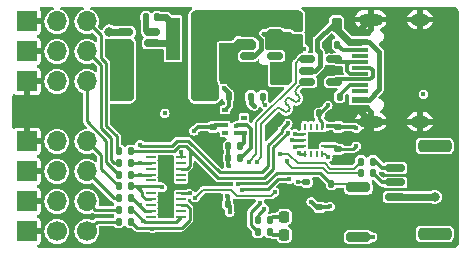
<source format=gbr>
%TF.GenerationSoftware,KiCad,Pcbnew,7.0.8*%
%TF.CreationDate,2023-10-14T12:30:27+02:00*%
%TF.ProjectId,RotorflightF7,526f746f-7266-46c6-9967-687446372e6b,rev?*%
%TF.SameCoordinates,Original*%
%TF.FileFunction,Copper,L1,Top*%
%TF.FilePolarity,Positive*%
%FSLAX46Y46*%
G04 Gerber Fmt 4.6, Leading zero omitted, Abs format (unit mm)*
G04 Created by KiCad (PCBNEW 7.0.8) date 2023-10-14 12:30:27*
%MOMM*%
%LPD*%
G01*
G04 APERTURE LIST*
G04 Aperture macros list*
%AMRoundRect*
0 Rectangle with rounded corners*
0 $1 Rounding radius*
0 $2 $3 $4 $5 $6 $7 $8 $9 X,Y pos of 4 corners*
0 Add a 4 corners polygon primitive as box body*
4,1,4,$2,$3,$4,$5,$6,$7,$8,$9,$2,$3,0*
0 Add four circle primitives for the rounded corners*
1,1,$1+$1,$2,$3*
1,1,$1+$1,$4,$5*
1,1,$1+$1,$6,$7*
1,1,$1+$1,$8,$9*
0 Add four rect primitives between the rounded corners*
20,1,$1+$1,$2,$3,$4,$5,0*
20,1,$1+$1,$4,$5,$6,$7,0*
20,1,$1+$1,$6,$7,$8,$9,0*
20,1,$1+$1,$8,$9,$2,$3,0*%
G04 Aperture macros list end*
%TA.AperFunction,SMDPad,CuDef*%
%ADD10RoundRect,0.150000X-0.700000X0.150000X-0.700000X-0.150000X0.700000X-0.150000X0.700000X0.150000X0*%
%TD*%
%TA.AperFunction,SMDPad,CuDef*%
%ADD11RoundRect,0.250000X-1.150000X0.250000X-1.150000X-0.250000X1.150000X-0.250000X1.150000X0.250000X0*%
%TD*%
%TA.AperFunction,SMDPad,CuDef*%
%ADD12RoundRect,0.140000X0.170000X-0.140000X0.170000X0.140000X-0.170000X0.140000X-0.170000X-0.140000X0*%
%TD*%
%TA.AperFunction,SMDPad,CuDef*%
%ADD13RoundRect,0.225000X-0.225000X-0.375000X0.225000X-0.375000X0.225000X0.375000X-0.225000X0.375000X0*%
%TD*%
%TA.AperFunction,SMDPad,CuDef*%
%ADD14RoundRect,0.150000X-0.512500X-0.150000X0.512500X-0.150000X0.512500X0.150000X-0.512500X0.150000X0*%
%TD*%
%TA.AperFunction,SMDPad,CuDef*%
%ADD15RoundRect,0.135000X0.135000X0.185000X-0.135000X0.185000X-0.135000X-0.185000X0.135000X-0.185000X0*%
%TD*%
%TA.AperFunction,SMDPad,CuDef*%
%ADD16RoundRect,0.218750X0.218750X0.256250X-0.218750X0.256250X-0.218750X-0.256250X0.218750X-0.256250X0*%
%TD*%
%TA.AperFunction,SMDPad,CuDef*%
%ADD17RoundRect,0.062500X0.337500X0.062500X-0.337500X0.062500X-0.337500X-0.062500X0.337500X-0.062500X0*%
%TD*%
%TA.AperFunction,SMDPad,CuDef*%
%ADD18R,1.300000X2.200000*%
%TD*%
%TA.AperFunction,SMDPad,CuDef*%
%ADD19RoundRect,0.140000X-0.140000X-0.170000X0.140000X-0.170000X0.140000X0.170000X-0.140000X0.170000X0*%
%TD*%
%TA.AperFunction,SMDPad,CuDef*%
%ADD20RoundRect,0.135000X-0.135000X-0.185000X0.135000X-0.185000X0.135000X0.185000X-0.135000X0.185000X0*%
%TD*%
%TA.AperFunction,SMDPad,CuDef*%
%ADD21RoundRect,0.225000X-0.225000X-0.250000X0.225000X-0.250000X0.225000X0.250000X-0.225000X0.250000X0*%
%TD*%
%TA.AperFunction,SMDPad,CuDef*%
%ADD22RoundRect,0.140000X0.140000X0.170000X-0.140000X0.170000X-0.140000X-0.170000X0.140000X-0.170000X0*%
%TD*%
%TA.AperFunction,SMDPad,CuDef*%
%ADD23R,1.150000X3.600000*%
%TD*%
%TA.AperFunction,SMDPad,CuDef*%
%ADD24R,0.500000X0.350000*%
%TD*%
%TA.AperFunction,SMDPad,CuDef*%
%ADD25R,0.250000X0.475000*%
%TD*%
%TA.AperFunction,SMDPad,CuDef*%
%ADD26R,0.475000X0.250000*%
%TD*%
%TA.AperFunction,ComponentPad*%
%ADD27C,1.700000*%
%TD*%
%TA.AperFunction,ComponentPad*%
%ADD28O,1.700000X1.700000*%
%TD*%
%TA.AperFunction,ComponentPad*%
%ADD29R,1.700000X1.700000*%
%TD*%
%TA.AperFunction,SMDPad,CuDef*%
%ADD30RoundRect,0.150000X0.512500X0.150000X-0.512500X0.150000X-0.512500X-0.150000X0.512500X-0.150000X0*%
%TD*%
%TA.AperFunction,SMDPad,CuDef*%
%ADD31RoundRect,0.200000X0.800000X-0.200000X0.800000X0.200000X-0.800000X0.200000X-0.800000X-0.200000X0*%
%TD*%
%TA.AperFunction,SMDPad,CuDef*%
%ADD32RoundRect,0.225000X0.225000X0.250000X-0.225000X0.250000X-0.225000X-0.250000X0.225000X-0.250000X0*%
%TD*%
%TA.AperFunction,SMDPad,CuDef*%
%ADD33RoundRect,0.140000X-0.170000X0.140000X-0.170000X-0.140000X0.170000X-0.140000X0.170000X0.140000X0*%
%TD*%
%TA.AperFunction,SMDPad,CuDef*%
%ADD34RoundRect,0.225000X-0.250000X0.225000X-0.250000X-0.225000X0.250000X-0.225000X0.250000X0.225000X0*%
%TD*%
%TA.AperFunction,SMDPad,CuDef*%
%ADD35R,1.450000X0.600000*%
%TD*%
%TA.AperFunction,SMDPad,CuDef*%
%ADD36R,1.450000X0.300000*%
%TD*%
%TA.AperFunction,ComponentPad*%
%ADD37O,2.100000X1.000000*%
%TD*%
%TA.AperFunction,ComponentPad*%
%ADD38O,1.600000X1.000000*%
%TD*%
%TA.AperFunction,ViaPad*%
%ADD39C,0.400000*%
%TD*%
%TA.AperFunction,ViaPad*%
%ADD40C,0.800000*%
%TD*%
%TA.AperFunction,Conductor*%
%ADD41C,0.400000*%
%TD*%
%TA.AperFunction,Conductor*%
%ADD42C,0.500000*%
%TD*%
%TA.AperFunction,Conductor*%
%ADD43C,0.600000*%
%TD*%
%TA.AperFunction,Conductor*%
%ADD44C,0.250000*%
%TD*%
%TA.AperFunction,Conductor*%
%ADD45C,0.200000*%
%TD*%
%TA.AperFunction,Conductor*%
%ADD46C,0.300000*%
%TD*%
G04 APERTURE END LIST*
D10*
%TO.P,J3,1,Pin_1*%
%TO.N,Net-(J3-Pin_1)*%
X131090000Y-52155000D03*
%TO.P,J3,2,Pin_2*%
%TO.N,Net-(J3-Pin_2)*%
X131090000Y-53405000D03*
%TO.P,J3,3,Pin_3*%
%TO.N,+5V*%
X131090000Y-54655000D03*
%TO.P,J3,4,Pin_4*%
%TO.N,GND*%
X131090000Y-55905000D03*
D11*
%TO.P,J3,MP*%
%TO.N,N/C*%
X134440000Y-50305000D03*
X134440000Y-57755000D03*
%TD*%
D12*
%TO.P,C18,1*%
%TO.N,+3V3*%
X124690000Y-55510000D03*
%TO.P,C18,2*%
%TO.N,GND*%
X124690000Y-54550000D03*
%TD*%
%TO.P,C14,1*%
%TO.N,+3V3*%
X126290000Y-48710000D03*
%TO.P,C14,2*%
%TO.N,GND*%
X126290000Y-47750000D03*
%TD*%
D13*
%TO.P,D1,1,K*%
%TO.N,+5V*%
X122840000Y-40030000D03*
%TO.P,D1,2,A*%
%TO.N,Net-(D1-A)*%
X126140000Y-40030000D03*
%TD*%
D14*
%TO.P,U5,1,VIN*%
%TO.N,+5V*%
X118652500Y-40780000D03*
%TO.P,U5,2,GND*%
%TO.N,GND*%
X118652500Y-41730000D03*
%TO.P,U5,3,CE*%
%TO.N,+5V*%
X118652500Y-42680000D03*
%TO.P,U5,4,NC*%
%TO.N,unconnected-(U5-NC-Pad4)*%
X120927500Y-42680000D03*
%TO.P,U5,5,VOUT*%
%TO.N,+3V3*%
X120927500Y-40780000D03*
%TD*%
D15*
%TO.P,R9,1*%
%TO.N,Net-(J1-CC1)*%
X126400000Y-46130000D03*
%TO.P,R9,2*%
%TO.N,GND*%
X125380000Y-46130000D03*
%TD*%
D16*
%TO.P,D3,1,K*%
%TO.N,GND*%
X123277500Y-56310000D03*
%TO.P,D3,2,A*%
%TO.N,Net-(D3-A)*%
X121702500Y-56310000D03*
%TD*%
D17*
%TO.P,U3,1,I/O1*%
%TO.N,/S2*%
X112965000Y-56330000D03*
%TO.P,U3,2*%
%TO.N,N/C*%
X112965000Y-55830000D03*
%TO.P,U3,3,I/O2*%
%TO.N,/S1*%
X112965000Y-55330000D03*
%TO.P,U3,4*%
%TO.N,N/C*%
X112965000Y-54830000D03*
%TO.P,U3,5,VBUS*%
%TO.N,+5V*%
X112965000Y-54330000D03*
%TO.P,U3,6*%
%TO.N,N/C*%
X110415000Y-54330000D03*
%TO.P,U3,7,I/O3*%
%TO.N,/TAIL*%
X110415000Y-54830000D03*
%TO.P,U3,8*%
%TO.N,N/C*%
X110415000Y-55330000D03*
%TO.P,U3,9,I/O4*%
%TO.N,/S3*%
X110415000Y-55830000D03*
%TO.P,U3,10*%
%TO.N,N/C*%
X110415000Y-56330000D03*
D18*
%TO.P,U3,11,GND*%
%TO.N,GND*%
X111690000Y-55330000D03*
%TD*%
D19*
%TO.P,C12,1*%
%TO.N,+3V3*%
X117010000Y-46130000D03*
%TO.P,C12,2*%
%TO.N,GND*%
X117970000Y-46130000D03*
%TD*%
D20*
%TO.P,R14,1*%
%TO.N,+3V3*%
X116980000Y-50330000D03*
%TO.P,R14,2*%
%TO.N,/BARO_SCL*%
X118000000Y-50330000D03*
%TD*%
D16*
%TO.P,D2,1,K*%
%TO.N,GND*%
X123277500Y-57830000D03*
%TO.P,D2,2,A*%
%TO.N,Net-(D2-A)*%
X121702500Y-57830000D03*
%TD*%
D15*
%TO.P,R1,1*%
%TO.N,/S1*%
X108700000Y-56730000D03*
%TO.P,R1,2*%
%TO.N,Net-(J2-Pin_1)*%
X107680000Y-56730000D03*
%TD*%
D21*
%TO.P,C1,1*%
%TO.N,VBUS*%
X108415000Y-44130000D03*
%TO.P,C1,2*%
%TO.N,GND*%
X109965000Y-44130000D03*
%TD*%
D15*
%TO.P,R10,1*%
%TO.N,Net-(U6-BOOT0)*%
X125700000Y-53530000D03*
%TO.P,R10,2*%
%TO.N,GND*%
X124680000Y-53530000D03*
%TD*%
D14*
%TO.P,U2,1,FB*%
%TO.N,+5V*%
X108252500Y-40680000D03*
%TO.P,U2,2,EN*%
%TO.N,VBUS*%
X108252500Y-41630000D03*
%TO.P,U2,3,IN*%
X108252500Y-42580000D03*
%TO.P,U2,4,GND*%
%TO.N,GND*%
X110527500Y-42580000D03*
%TO.P,U2,5,SW*%
%TO.N,Net-(U2-SW)*%
X110527500Y-41630000D03*
%TO.P,U2,6,BST*%
%TO.N,Net-(U2-BST)*%
X110527500Y-40680000D03*
%TD*%
D22*
%TO.P,C2,1*%
%TO.N,Net-(U2-SW)*%
X110970000Y-39430000D03*
%TO.P,C2,2*%
%TO.N,Net-(U2-BST)*%
X110010000Y-39430000D03*
%TD*%
D20*
%TO.P,R19,1*%
%TO.N,/LED_RD*%
X119480000Y-56580000D03*
%TO.P,R19,2*%
%TO.N,Net-(D3-A)*%
X120500000Y-56580000D03*
%TD*%
D15*
%TO.P,R6,1*%
%TO.N,/RPM*%
X108700000Y-51730000D03*
%TO.P,R6,2*%
%TO.N,Net-(J2-Pin_6)*%
X107680000Y-51730000D03*
%TD*%
D23*
%TO.P,L1,1*%
%TO.N,Net-(U2-SW)*%
X112315000Y-41230000D03*
%TO.P,L1,2*%
%TO.N,+5V*%
X115265000Y-41230000D03*
%TD*%
D20*
%TO.P,R17,1*%
%TO.N,/UART4_RX*%
X128180000Y-52630000D03*
%TO.P,R17,2*%
%TO.N,Net-(J3-Pin_2)*%
X129200000Y-52630000D03*
%TD*%
%TO.P,R16,1*%
%TO.N,/UART4_TX*%
X128180000Y-51630000D03*
%TO.P,R16,2*%
%TO.N,Net-(J3-Pin_1)*%
X129200000Y-51630000D03*
%TD*%
D15*
%TO.P,R7,1*%
%TO.N,/SBUS*%
X108700000Y-50730000D03*
%TO.P,R7,2*%
%TO.N,Net-(J2-Pin_7)*%
X107680000Y-50730000D03*
%TD*%
D22*
%TO.P,C16,1*%
%TO.N,+3V3*%
X124670000Y-47530000D03*
%TO.P,C16,2*%
%TO.N,GND*%
X123710000Y-47530000D03*
%TD*%
D24*
%TO.P,U8,1,GND*%
%TO.N,GND*%
X118290000Y-47255000D03*
%TO.P,U8,2,CSB*%
%TO.N,unconnected-(U8-CSB-Pad2)*%
X118290000Y-47905000D03*
%TO.P,U8,3,SDI*%
%TO.N,/BARO_SDA*%
X118290000Y-48555000D03*
%TO.P,U8,4,SCK*%
%TO.N,/BARO_SCL*%
X118290000Y-49205000D03*
%TO.P,U8,5,SDO*%
%TO.N,unconnected-(U8-SDO-Pad5)*%
X116690000Y-49205000D03*
%TO.P,U8,6,VDDIO*%
%TO.N,+3V3*%
X116690000Y-48555000D03*
%TO.P,U8,7,GND*%
%TO.N,GND*%
X116690000Y-47905000D03*
%TO.P,U8,8,VDD*%
%TO.N,+3V3*%
X116690000Y-47255000D03*
%TD*%
D15*
%TO.P,R2,1*%
%TO.N,/S2*%
X108700000Y-55730000D03*
%TO.P,R2,2*%
%TO.N,Net-(J2-Pin_2)*%
X107680000Y-55730000D03*
%TD*%
D25*
%TO.P,U7,1,SDO*%
%TO.N,/BMI_MISO*%
X123440000Y-50992500D03*
%TO.P,U7,2,ASDX*%
%TO.N,unconnected-(U7-ASDX-Pad2)*%
X123940000Y-50992500D03*
%TO.P,U7,3,ASCX*%
%TO.N,unconnected-(U7-ASCX-Pad3)*%
X124440000Y-50992500D03*
%TO.P,U7,4,INT1*%
%TO.N,/BMI_INT*%
X124940000Y-50992500D03*
D26*
%TO.P,U7,5,VDDIO*%
%TO.N,+3V3*%
X125102500Y-50330000D03*
%TO.P,U7,6,GNDIO*%
%TO.N,GND*%
X125102500Y-49830000D03*
%TO.P,U7,7,GND*%
X125102500Y-49330000D03*
D25*
%TO.P,U7,8,VDD*%
%TO.N,+3V3*%
X124940000Y-48667500D03*
%TO.P,U7,9,INT2*%
%TO.N,unconnected-(U7-INT2-Pad9)*%
X124440000Y-48667500D03*
%TO.P,U7,10,OSCB*%
%TO.N,unconnected-(U7-OSCB-Pad10)*%
X123940000Y-48667500D03*
%TO.P,U7,11,OSDO*%
%TO.N,unconnected-(U7-OSDO-Pad11)*%
X123440000Y-48667500D03*
D26*
%TO.P,U7,12,CSB*%
%TO.N,/BMI_NSS*%
X123277500Y-49330000D03*
%TO.P,U7,13,SCX*%
%TO.N,/BMI_SCK*%
X123277500Y-49830000D03*
%TO.P,U7,14,SDX*%
%TO.N,/BMI_MOSI*%
X123277500Y-50330000D03*
%TD*%
D17*
%TO.P,U1,1,I/O1*%
%TO.N,unconnected-(U1-I{slash}O1-Pad1)*%
X112965000Y-53230000D03*
%TO.P,U1,2*%
%TO.N,N/C*%
X112965000Y-52730000D03*
%TO.P,U1,3,I/O2*%
%TO.N,/SBUS*%
X112965000Y-52230000D03*
%TO.P,U1,4*%
%TO.N,N/C*%
X112965000Y-51730000D03*
%TO.P,U1,5,VBUS*%
%TO.N,+5V*%
X112965000Y-51230000D03*
%TO.P,U1,6*%
%TO.N,N/C*%
X110415000Y-51230000D03*
%TO.P,U1,7,I/O3*%
%TO.N,/RPM*%
X110415000Y-51730000D03*
%TO.P,U1,8*%
%TO.N,N/C*%
X110415000Y-52230000D03*
%TO.P,U1,9,I/O4*%
%TO.N,/ESC*%
X110415000Y-52730000D03*
%TO.P,U1,10*%
%TO.N,N/C*%
X110415000Y-53230000D03*
D18*
%TO.P,U1,11,GND*%
%TO.N,GND*%
X111690000Y-52230000D03*
%TD*%
D27*
%TO.P,J2,1,Pin_1*%
%TO.N,Net-(J2-Pin_1)*%
X105000000Y-57550000D03*
D28*
%TO.P,J2,2,Pin_2*%
%TO.N,Net-(J2-Pin_2)*%
X105000000Y-55010000D03*
%TO.P,J2,3,Pin_3*%
%TO.N,Net-(J2-Pin_3)*%
X105000000Y-52470000D03*
%TO.P,J2,4,Pin_4*%
%TO.N,Net-(J2-Pin_4)*%
X105000000Y-49930000D03*
%TO.P,J2,5,Pin_5*%
%TO.N,Net-(J2-Pin_5)*%
X105000000Y-44850000D03*
%TO.P,J2,6,Pin_6*%
%TO.N,Net-(J2-Pin_6)*%
X105000000Y-42310000D03*
%TO.P,J2,7,Pin_7*%
%TO.N,Net-(J2-Pin_7)*%
X105000000Y-39770000D03*
D27*
%TO.P,J2,8,Pin_8*%
%TO.N,VBUS*%
X102460000Y-57550000D03*
D28*
%TO.P,J2,9,Pin_9*%
X102460000Y-55010000D03*
%TO.P,J2,10,Pin_10*%
X102460000Y-52470000D03*
%TO.P,J2,11,Pin_11*%
X102460000Y-49930000D03*
%TO.P,J2,12,Pin_12*%
X102460000Y-44850000D03*
%TO.P,J2,13,Pin_13*%
X102460000Y-42310000D03*
%TO.P,J2,14,Pin_14*%
X102460000Y-39770000D03*
D29*
%TO.P,J2,15,Pin_15*%
%TO.N,GND*%
X99920000Y-57550000D03*
%TO.P,J2,16,Pin_16*%
X99920000Y-55010000D03*
%TO.P,J2,17,Pin_17*%
X99920000Y-52470000D03*
%TO.P,J2,18,Pin_18*%
X99920000Y-49930000D03*
%TO.P,J2,19,Pin_19*%
X99920000Y-44850000D03*
%TO.P,J2,20,Pin_20*%
X99920000Y-42310000D03*
%TO.P,J2,21,Pin_21*%
X99920000Y-39770000D03*
%TD*%
D30*
%TO.P,U4,1,I/O1*%
%TO.N,/USB_D-*%
X125927500Y-44880000D03*
%TO.P,U4,2,GND*%
%TO.N,GND*%
X125927500Y-43930000D03*
%TO.P,U4,3,I/O2*%
%TO.N,/USB_D+*%
X125927500Y-42980000D03*
%TO.P,U4,4,I/O2*%
%TO.N,/MCU_D+*%
X123652500Y-42980000D03*
%TO.P,U4,5,VBUS*%
%TO.N,Net-(D1-A)*%
X123652500Y-43930000D03*
%TO.P,U4,6,I/O1*%
%TO.N,/MCU_D-*%
X123652500Y-44880000D03*
%TD*%
D15*
%TO.P,R8,1*%
%TO.N,Net-(J1-CC2)*%
X126200000Y-41730000D03*
%TO.P,R8,2*%
%TO.N,GND*%
X125180000Y-41730000D03*
%TD*%
D31*
%TO.P,SW1,1,1*%
%TO.N,+3V3*%
X127990000Y-58030000D03*
%TO.P,SW1,2,2*%
%TO.N,Net-(U6-BOOT0)*%
X127990000Y-53830000D03*
%TD*%
D12*
%TO.P,C15,1*%
%TO.N,+3V3*%
X115690000Y-48710000D03*
%TO.P,C15,2*%
%TO.N,GND*%
X115690000Y-47750000D03*
%TD*%
D32*
%TO.P,C9,1*%
%TO.N,+3V3*%
X121165000Y-44230000D03*
%TO.P,C9,2*%
%TO.N,GND*%
X119615000Y-44230000D03*
%TD*%
D33*
%TO.P,C8,1*%
%TO.N,Net-(U6-VCAP_1)*%
X123590000Y-53350000D03*
%TO.P,C8,2*%
%TO.N,GND*%
X123590000Y-54310000D03*
%TD*%
D20*
%TO.P,R11,1*%
%TO.N,+3V3*%
X118880000Y-46130000D03*
%TO.P,R11,2*%
%TO.N,Net-(U6-NRST)*%
X119900000Y-46130000D03*
%TD*%
D19*
%TO.P,C17,1*%
%TO.N,+3V3*%
X116910000Y-55230000D03*
%TO.P,C17,2*%
%TO.N,GND*%
X117870000Y-55230000D03*
%TD*%
D32*
%TO.P,C4,1*%
%TO.N,+5V*%
X114565000Y-44230000D03*
%TO.P,C4,2*%
%TO.N,GND*%
X113015000Y-44230000D03*
%TD*%
%TO.P,C3,1*%
%TO.N,+5V*%
X114565000Y-45730000D03*
%TO.P,C3,2*%
%TO.N,GND*%
X113015000Y-45730000D03*
%TD*%
D15*
%TO.P,R5,1*%
%TO.N,/ESC*%
X108700000Y-52730000D03*
%TO.P,R5,2*%
%TO.N,Net-(J2-Pin_5)*%
X107680000Y-52730000D03*
%TD*%
%TO.P,R3,1*%
%TO.N,/S3*%
X108700000Y-54730000D03*
%TO.P,R3,2*%
%TO.N,Net-(J2-Pin_3)*%
X107680000Y-54730000D03*
%TD*%
D20*
%TO.P,R18,1*%
%TO.N,/LED_GR*%
X119480000Y-57580000D03*
%TO.P,R18,2*%
%TO.N,Net-(D2-A)*%
X120500000Y-57580000D03*
%TD*%
%TO.P,R15,1*%
%TO.N,+3V3*%
X116980000Y-51330000D03*
%TO.P,R15,2*%
%TO.N,/BARO_SDA*%
X118000000Y-51330000D03*
%TD*%
D15*
%TO.P,R4,1*%
%TO.N,/TAIL*%
X108700000Y-53730000D03*
%TO.P,R4,2*%
%TO.N,Net-(J2-Pin_4)*%
X107680000Y-53730000D03*
%TD*%
D34*
%TO.P,C5,1*%
%TO.N,+5V*%
X116990000Y-40855000D03*
%TO.P,C5,2*%
%TO.N,GND*%
X116990000Y-42405000D03*
%TD*%
D12*
%TO.P,C13,1*%
%TO.N,+3V3*%
X126290000Y-50610000D03*
%TO.P,C13,2*%
%TO.N,GND*%
X126290000Y-49650000D03*
%TD*%
D35*
%TO.P,J1,A1,GND*%
%TO.N,GND*%
X128105000Y-47180000D03*
%TO.P,J1,A4,VBUS*%
%TO.N,Net-(D1-A)*%
X128105000Y-46380000D03*
D36*
%TO.P,J1,A5,CC1*%
%TO.N,Net-(J1-CC1)*%
X128105000Y-45180000D03*
%TO.P,J1,A6,D+*%
%TO.N,/USB_D+*%
X128105000Y-44180000D03*
%TO.P,J1,A7,D-*%
%TO.N,/USB_D-*%
X128105000Y-43680000D03*
%TO.P,J1,A8,SBU1*%
%TO.N,unconnected-(J1-SBU1-PadA8)*%
X128105000Y-42680000D03*
D35*
%TO.P,J1,A9,VBUS*%
%TO.N,Net-(D1-A)*%
X128105000Y-41480000D03*
%TO.P,J1,A12,GND*%
%TO.N,GND*%
X128105000Y-40680000D03*
%TO.P,J1,B1,GND*%
X128105000Y-40680000D03*
%TO.P,J1,B4,VBUS*%
%TO.N,Net-(D1-A)*%
X128105000Y-41480000D03*
D36*
%TO.P,J1,B5,CC2*%
%TO.N,Net-(J1-CC2)*%
X128105000Y-42180000D03*
%TO.P,J1,B6,D+*%
%TO.N,/USB_D+*%
X128105000Y-43180000D03*
%TO.P,J1,B7,D-*%
%TO.N,/USB_D-*%
X128105000Y-44680000D03*
%TO.P,J1,B8,SBU2*%
%TO.N,unconnected-(J1-SBU2-PadB8)*%
X128105000Y-45680000D03*
D35*
%TO.P,J1,B9,VBUS*%
%TO.N,Net-(D1-A)*%
X128105000Y-46380000D03*
%TO.P,J1,B12,GND*%
%TO.N,GND*%
X128105000Y-47180000D03*
D37*
%TO.P,J1,S1,SHIELD*%
X129020000Y-48250000D03*
D38*
X133200000Y-48250000D03*
D37*
X129020000Y-39610000D03*
D38*
X133200000Y-39610000D03*
%TD*%
D39*
%TO.N,GND*%
X125674601Y-42280000D03*
X122790000Y-54580000D03*
D40*
X111590000Y-44230000D03*
X110190000Y-45730000D03*
X111590000Y-45730000D03*
D39*
X125290000Y-47930000D03*
D40*
X134490000Y-55830000D03*
D39*
X117690000Y-55930000D03*
X115140000Y-47130500D03*
X125542950Y-58329500D03*
X111990000Y-53780000D03*
D40*
X108290000Y-39430000D03*
D39*
X129145506Y-57351605D03*
D40*
X116580500Y-43947562D03*
D39*
X124876411Y-44216411D03*
X125460862Y-54660519D03*
X111590000Y-48530000D03*
D40*
%TO.N,+3V3*%
X120590000Y-41730000D03*
D39*
X123990000Y-55030000D03*
X116990000Y-52030000D03*
X116590000Y-45430000D03*
X119164500Y-46929500D03*
X133490000Y-45930000D03*
X114049385Y-49023357D03*
X111590000Y-47530000D03*
X116890000Y-54530000D03*
X125390000Y-46849500D03*
X117090000Y-55930000D03*
D40*
X122790000Y-41330000D03*
D39*
X127790000Y-50330000D03*
X125590000Y-55430000D03*
X125374920Y-48630923D03*
D40*
X121790000Y-41730000D03*
D39*
X127785619Y-48833662D03*
X123390000Y-42130000D03*
X129190000Y-58030000D03*
D40*
%TO.N,VBUS*%
X107590000Y-45130000D03*
X106990000Y-42130000D03*
X107390000Y-43530000D03*
X108390000Y-45930000D03*
D39*
%TO.N,+5V*%
X112990000Y-50854500D03*
D40*
X117090000Y-39530000D03*
X118890000Y-39530000D03*
X134439500Y-54630000D03*
D39*
X113690000Y-54330000D03*
D40*
X106890000Y-40630000D03*
X115690000Y-45030000D03*
D39*
%TO.N,/S1*%
X110540000Y-57304500D03*
%TO.N,/S2*%
X109738378Y-56705500D03*
%TO.N,/S3*%
X109467500Y-55352500D03*
X122140000Y-53129500D03*
X118140500Y-54015310D03*
%TO.N,/TAIL*%
X111390000Y-53830000D03*
%TO.N,/ESC*%
X109490000Y-52730000D03*
%TO.N,/RPM*%
X109490000Y-51730000D03*
X122000370Y-48401437D03*
X109490000Y-50205500D03*
%TO.N,/SBUS*%
X122016280Y-49212171D03*
%TO.N,Net-(U6-VCAP_1)*%
X122890000Y-53330000D03*
%TO.N,/MCU_D-*%
X119393200Y-51633200D03*
%TO.N,/MCU_D+*%
X118690000Y-51630000D03*
%TO.N,Net-(U6-BOOT0)*%
X117790000Y-53529500D03*
%TO.N,/BARO_SCL*%
X117590000Y-49230000D03*
%TO.N,/BARO_SDA*%
X117590000Y-48630000D03*
%TO.N,Net-(U6-NRST)*%
X120103957Y-46843957D03*
%TO.N,/UART4_TX*%
X121318851Y-50995094D03*
%TO.N,/UART4_RX*%
X121901444Y-51554604D03*
%TO.N,/LED_RD*%
X120007886Y-55652964D03*
%TO.N,/LED_GR*%
X119639500Y-55180000D03*
%TO.N,/BMI_NSS*%
X122612650Y-49273376D03*
%TO.N,/BMI_SCK*%
X122390000Y-49830000D03*
%TO.N,/BMI_MISO*%
X122918351Y-50902327D03*
%TO.N,/BMI_MOSI*%
X122612650Y-50386624D03*
%TO.N,/BMI_INT*%
X114169602Y-54689702D03*
X120892700Y-54237274D03*
X125390000Y-51230000D03*
%TD*%
D41*
%TO.N,GND*%
X125043450Y-57830000D02*
X125542950Y-58329500D01*
D42*
X126860000Y-47180000D02*
X126290000Y-47750000D01*
D43*
X131090000Y-55905000D02*
X134415000Y-55905000D01*
D41*
X111990000Y-52530000D02*
X111990000Y-55030000D01*
D44*
X125380000Y-46130000D02*
X125367037Y-46130000D01*
D42*
X128105000Y-40525000D02*
X129020000Y-39610000D01*
D43*
X117665000Y-41730000D02*
X116990000Y-42405000D01*
D41*
X125180000Y-41785399D02*
X125674601Y-42280000D01*
D45*
X123590000Y-54310000D02*
X124450000Y-54310000D01*
X124680000Y-54540000D02*
X124690000Y-54550000D01*
D42*
X128105000Y-40680000D02*
X128105000Y-40525000D01*
D46*
X118290000Y-47255000D02*
X118020024Y-47255000D01*
D44*
X124337390Y-46895000D02*
X123710000Y-47522390D01*
D46*
X115690000Y-47750000D02*
X115845000Y-47905000D01*
D41*
X123277500Y-57830000D02*
X125043450Y-57830000D01*
D43*
X118652500Y-41730000D02*
X117665000Y-41730000D01*
D41*
X115690000Y-47750000D02*
X115690000Y-47680500D01*
X111690000Y-52230000D02*
X111990000Y-52530000D01*
D42*
X128105000Y-47335000D02*
X129020000Y-48250000D01*
D41*
X125180000Y-41730000D02*
X125180000Y-41785399D01*
D44*
X125367037Y-46130000D02*
X124602037Y-46895000D01*
X123710000Y-47522390D02*
X123710000Y-47530000D01*
D42*
X128105000Y-47180000D02*
X126860000Y-47180000D01*
D46*
X125460862Y-54660519D02*
X125350343Y-54550000D01*
D41*
X123590000Y-54310000D02*
X123277500Y-54622500D01*
D46*
X115845000Y-47905000D02*
X116690000Y-47905000D01*
D42*
X128105000Y-47180000D02*
X128105000Y-47335000D01*
D43*
X116990000Y-43538062D02*
X116580500Y-43947562D01*
D41*
X123235000Y-54580000D02*
X122790000Y-54580000D01*
D44*
X125380000Y-46130000D02*
X125412963Y-46130000D01*
X125102500Y-49330000D02*
X125102500Y-49830000D01*
X126290000Y-47007037D02*
X126290000Y-47750000D01*
D46*
X125290000Y-47930000D02*
X126110000Y-47930000D01*
D44*
X126110000Y-49830000D02*
X126290000Y-49650000D01*
D43*
X134415000Y-55905000D02*
X134490000Y-55830000D01*
D44*
X125102500Y-49830000D02*
X126110000Y-49830000D01*
X124602037Y-46895000D02*
X124337390Y-46895000D01*
D41*
X115690000Y-47680500D02*
X115140000Y-47130500D01*
D46*
X117690000Y-55410000D02*
X117870000Y-55230000D01*
D45*
X124680000Y-53530000D02*
X124680000Y-54540000D01*
D41*
X127817810Y-49650000D02*
X129020000Y-48447810D01*
D46*
X117970000Y-46935000D02*
X118290000Y-47255000D01*
X118020024Y-47255000D02*
X117370024Y-47905000D01*
D43*
X116990000Y-42405000D02*
X116990000Y-43538062D01*
D46*
X117690000Y-55930000D02*
X117690000Y-55410000D01*
D41*
X125162822Y-43930000D02*
X124876411Y-44216411D01*
X123277500Y-54622500D02*
X123235000Y-54580000D01*
X125927500Y-43930000D02*
X125162822Y-43930000D01*
D46*
X117370024Y-47905000D02*
X116690000Y-47905000D01*
D41*
X126290000Y-49650000D02*
X127817810Y-49650000D01*
D46*
X117970000Y-46130000D02*
X117970000Y-46935000D01*
X126110000Y-47930000D02*
X126290000Y-47750000D01*
D41*
X129020000Y-48447810D02*
X129020000Y-48250000D01*
X123277500Y-54622500D02*
X123277500Y-57830000D01*
D46*
X125350343Y-54550000D02*
X124690000Y-54550000D01*
D44*
X125412963Y-46130000D02*
X126290000Y-47007037D01*
D41*
X111990000Y-55030000D02*
X111690000Y-55330000D01*
D45*
X124450000Y-54310000D02*
X124690000Y-54550000D01*
D44*
%TO.N,+3V3*%
X127510000Y-50610000D02*
X126290000Y-50610000D01*
X124670000Y-48052463D02*
X124670000Y-47530000D01*
X124940000Y-48667500D02*
X124940000Y-48322463D01*
D41*
X118880000Y-46130000D02*
X118880000Y-46645000D01*
D46*
X123990000Y-55030000D02*
X124470000Y-55510000D01*
X127661957Y-48710000D02*
X127785619Y-48833662D01*
D44*
X126010000Y-50330000D02*
X126290000Y-50610000D01*
X124940000Y-48322463D02*
X124670000Y-48052463D01*
D46*
X114362742Y-48710000D02*
X114049385Y-49023357D01*
X129190000Y-58030000D02*
X127990000Y-58030000D01*
X117010000Y-46130000D02*
X117010000Y-46935000D01*
X115690000Y-48710000D02*
X115845000Y-48555000D01*
X126290000Y-48710000D02*
X127661957Y-48710000D01*
X116980000Y-52020000D02*
X116990000Y-52030000D01*
D41*
X118880000Y-46645000D02*
X119164500Y-46929500D01*
D46*
X117010000Y-46935000D02*
X116690000Y-47255000D01*
X115845000Y-48555000D02*
X116690000Y-48555000D01*
X116980000Y-51330000D02*
X116980000Y-52020000D01*
D44*
X127790000Y-50330000D02*
X127510000Y-50610000D01*
D46*
X126210923Y-48630923D02*
X126290000Y-48710000D01*
X125510000Y-55510000D02*
X124690000Y-55510000D01*
X125374920Y-48630923D02*
X126210923Y-48630923D01*
D44*
X124709500Y-47530000D02*
X125390000Y-46849500D01*
D41*
X117010000Y-46130000D02*
X117010000Y-45850000D01*
D46*
X116980000Y-50330000D02*
X116980000Y-51330000D01*
D41*
X117010000Y-45850000D02*
X116590000Y-45430000D01*
D44*
X124670000Y-47530000D02*
X124709500Y-47530000D01*
D46*
X116910000Y-55230000D02*
X116910000Y-54550000D01*
D44*
X125102500Y-50330000D02*
X126010000Y-50330000D01*
D46*
X125590000Y-55430000D02*
X125510000Y-55510000D01*
X117090000Y-55410000D02*
X116910000Y-55230000D01*
X124470000Y-55510000D02*
X124690000Y-55510000D01*
X117090000Y-55930000D02*
X117090000Y-55410000D01*
X116910000Y-54550000D02*
X116890000Y-54530000D01*
X115690000Y-48710000D02*
X114362742Y-48710000D01*
D43*
%TO.N,+5V*%
X134414500Y-54655000D02*
X134439500Y-54630000D01*
D44*
X112965000Y-50879500D02*
X112990000Y-50854500D01*
D41*
X119142818Y-40780000D02*
X119715000Y-41352182D01*
D43*
X131090000Y-54655000D02*
X134414500Y-54655000D01*
D44*
X112965000Y-54330000D02*
X113690000Y-54330000D01*
D41*
X119142818Y-42680000D02*
X118652500Y-42680000D01*
X119715000Y-42107818D02*
X119142818Y-42680000D01*
D43*
X108252500Y-40680000D02*
X106940000Y-40680000D01*
X106940000Y-40680000D02*
X106890000Y-40630000D01*
D41*
X118652500Y-40780000D02*
X119142818Y-40780000D01*
D44*
X112965000Y-51230000D02*
X112965000Y-50879500D01*
D41*
X119715000Y-41352182D02*
X119715000Y-42107818D01*
D43*
%TO.N,Net-(D1-A)*%
X126140000Y-40447108D02*
X126140000Y-40030000D01*
D41*
X124715000Y-42355000D02*
X124510000Y-42150000D01*
X123652500Y-43930000D02*
X124315000Y-43930000D01*
X124510000Y-41323396D02*
X125803396Y-40030000D01*
X129730000Y-45495686D02*
X129730000Y-42316016D01*
X125803396Y-40030000D02*
X126140000Y-40030000D01*
X124315000Y-43930000D02*
X124715000Y-43530000D01*
X124715000Y-43530000D02*
X124715000Y-42355000D01*
D43*
X128105000Y-41480000D02*
X127172892Y-41480000D01*
D41*
X124510000Y-42150000D02*
X124510000Y-41323396D01*
X129730000Y-42316016D02*
X128893984Y-41480000D01*
D43*
X127172892Y-41480000D02*
X126140000Y-40447108D01*
D41*
X128893984Y-41480000D02*
X128105000Y-41480000D01*
X128845686Y-46380000D02*
X129730000Y-45495686D01*
X128105000Y-46380000D02*
X128845686Y-46380000D01*
D44*
%TO.N,/S1*%
X113690000Y-56553008D02*
X113013008Y-57230000D01*
X113690000Y-55606992D02*
X113690000Y-56553008D01*
X113413008Y-55330000D02*
X113690000Y-55606992D01*
X109200000Y-57230000D02*
X108700000Y-56730000D01*
X112965000Y-55330000D02*
X113413008Y-55330000D01*
X113013008Y-57230000D02*
X109200000Y-57230000D01*
%TO.N,/S2*%
X112515000Y-56780000D02*
X112965000Y-56330000D01*
X108845000Y-55730000D02*
X109895000Y-56780000D01*
X109895000Y-56780000D02*
X112515000Y-56780000D01*
X108700000Y-55730000D02*
X108845000Y-55730000D01*
%TO.N,/S3*%
X120313292Y-53979500D02*
X121163292Y-53129500D01*
X121163292Y-53129500D02*
X122140000Y-53129500D01*
X118176310Y-53979500D02*
X120313292Y-53979500D01*
X109945000Y-55830000D02*
X108845000Y-54730000D01*
X110415000Y-55830000D02*
X109945000Y-55830000D01*
X108845000Y-54730000D02*
X108700000Y-54730000D01*
X118140500Y-54015310D02*
X118176310Y-53979500D01*
D46*
%TO.N,Net-(D3-A)*%
X121702500Y-56310000D02*
X120770000Y-56310000D01*
X120770000Y-56310000D02*
X120500000Y-56580000D01*
%TO.N,/USB_D+*%
X127235024Y-44180000D02*
X127030000Y-43974976D01*
X128105000Y-43180000D02*
X126127500Y-43180000D01*
X127030000Y-43385024D02*
X127235024Y-43180000D01*
X128105000Y-44180000D02*
X127235024Y-44180000D01*
X126127500Y-43180000D02*
X125927500Y-42980000D01*
X127235024Y-43180000D02*
X128105000Y-43180000D01*
X127030000Y-43974976D02*
X127030000Y-43385024D01*
%TO.N,/USB_D-*%
X128974976Y-43680000D02*
X129180000Y-43885024D01*
X129180000Y-44474976D02*
X128974976Y-44680000D01*
X125927500Y-44880000D02*
X126127500Y-44680000D01*
X126127500Y-44680000D02*
X128105000Y-44680000D01*
X129180000Y-43885024D02*
X129180000Y-44474976D01*
X128105000Y-43680000D02*
X128974976Y-43680000D01*
X128974976Y-44680000D02*
X128105000Y-44680000D01*
D44*
%TO.N,/TAIL*%
X111290000Y-53730000D02*
X109490000Y-53730000D01*
X109490000Y-54030000D02*
X109190000Y-53730000D01*
X111390000Y-53830000D02*
X111290000Y-53730000D01*
X109190000Y-53730000D02*
X108700000Y-53730000D01*
X109690000Y-54230000D02*
X109490000Y-54030000D01*
X110415000Y-54830000D02*
X109966992Y-54830000D01*
X109490000Y-54030000D02*
X109490000Y-53730000D01*
X109690000Y-54553008D02*
X109690000Y-54230000D01*
X109966992Y-54830000D02*
X109690000Y-54553008D01*
X109490000Y-53730000D02*
X108700000Y-53730000D01*
%TO.N,/ESC*%
X110415000Y-52730000D02*
X108700000Y-52730000D01*
%TO.N,/RPM*%
X120340000Y-52043604D02*
X120340000Y-50252055D01*
X109490000Y-50230000D02*
X109540000Y-50280000D01*
X120340000Y-50252055D02*
X121491280Y-49100775D01*
X121491280Y-49100775D02*
X121491280Y-48910527D01*
X112586141Y-49879500D02*
X113575896Y-49879500D01*
X109540000Y-50280000D02*
X112185641Y-50280000D01*
X121491280Y-48910527D02*
X122000370Y-48401437D01*
X119828604Y-52555000D02*
X120340000Y-52043604D01*
X113575896Y-49879500D02*
X116251396Y-52555000D01*
X110415000Y-51730000D02*
X109490000Y-51730000D01*
X112185641Y-50280000D02*
X112586141Y-49879500D01*
X116251396Y-52555000D02*
X119828604Y-52555000D01*
X109490000Y-50205500D02*
X109490000Y-50230000D01*
X109490000Y-51730000D02*
X108700000Y-51730000D01*
%TO.N,/SBUS*%
X113389500Y-50329500D02*
X112772537Y-50329500D01*
X120790000Y-52230000D02*
X120015000Y-53005000D01*
X112372037Y-50730000D02*
X109390000Y-50730000D01*
X112772537Y-50329500D02*
X112372037Y-50730000D01*
X112965000Y-52230000D02*
X113432463Y-52230000D01*
X114040000Y-50980000D02*
X113740000Y-50980000D01*
X120790000Y-50438451D02*
X120790000Y-52230000D01*
X122016280Y-49212171D02*
X120790000Y-50438451D01*
X113432463Y-52230000D02*
X113690000Y-51972463D01*
X113690000Y-50630000D02*
X113389500Y-50329500D01*
X116065000Y-53005000D02*
X114040000Y-50980000D01*
X113690000Y-51030000D02*
X113690000Y-50630000D01*
X109390000Y-50730000D02*
X108700000Y-50730000D01*
X113690000Y-51972463D02*
X113690000Y-51030000D01*
X113740000Y-50980000D02*
X113690000Y-51030000D01*
X120015000Y-53005000D02*
X116065000Y-53005000D01*
X114040000Y-50980000D02*
X113690000Y-50630000D01*
D46*
%TO.N,Net-(D2-A)*%
X121702500Y-57830000D02*
X120750000Y-57830000D01*
X120750000Y-57830000D02*
X120500000Y-57580000D01*
D42*
%TO.N,Net-(U2-BST)*%
X110140000Y-40680000D02*
X110527500Y-40680000D01*
X110010000Y-39430000D02*
X110010000Y-40550000D01*
X110010000Y-40550000D02*
X110140000Y-40680000D01*
D43*
%TO.N,Net-(U2-SW)*%
X112315000Y-40055000D02*
X111690000Y-39430000D01*
X111915000Y-41630000D02*
X112315000Y-41230000D01*
X111690000Y-39430000D02*
X110970000Y-39430000D01*
X112315000Y-41230000D02*
X112315000Y-40055000D01*
X110527500Y-41630000D02*
X111915000Y-41630000D01*
D45*
%TO.N,Net-(U6-VCAP_1)*%
X122910000Y-53350000D02*
X122890000Y-53330000D01*
X123590000Y-53350000D02*
X122910000Y-53350000D01*
D46*
%TO.N,Net-(J1-CC1)*%
X127235024Y-45180000D02*
X127030000Y-45385024D01*
X127030000Y-45390000D02*
X126400000Y-46020000D01*
X128105000Y-45180000D02*
X127235024Y-45180000D01*
X126400000Y-46020000D02*
X126400000Y-46130000D01*
X127030000Y-45385024D02*
X127030000Y-45390000D01*
%TO.N,Net-(J1-CC2)*%
X126650000Y-42180000D02*
X126200000Y-41730000D01*
X128105000Y-42180000D02*
X126650000Y-42180000D01*
D44*
%TO.N,Net-(J2-Pin_1)*%
X107680000Y-56730000D02*
X105820000Y-56730000D01*
X105820000Y-56730000D02*
X105000000Y-57550000D01*
%TO.N,Net-(J2-Pin_2)*%
X107680000Y-55730000D02*
X105720000Y-55730000D01*
X105720000Y-55730000D02*
X105000000Y-55010000D01*
%TO.N,Net-(J2-Pin_3)*%
X107680000Y-54730000D02*
X107260000Y-54730000D01*
X107260000Y-54730000D02*
X105000000Y-52470000D01*
%TO.N,Net-(J2-Pin_4)*%
X106175000Y-52225000D02*
X106175000Y-51105000D01*
X107680000Y-53730000D02*
X106175000Y-52225000D01*
X106175000Y-51105000D02*
X105000000Y-49930000D01*
%TO.N,Net-(J2-Pin_5)*%
X106625000Y-49865000D02*
X105000000Y-48240000D01*
X105000000Y-48240000D02*
X105000000Y-44850000D01*
X107680000Y-52730000D02*
X106625000Y-51675000D01*
X106625000Y-51675000D02*
X106625000Y-49865000D01*
%TO.N,Net-(J2-Pin_6)*%
X107316396Y-51730000D02*
X107075000Y-51488604D01*
X107075000Y-51488604D02*
X107075000Y-49678604D01*
X107680000Y-51730000D02*
X107316396Y-51730000D01*
X106175000Y-43485000D02*
X105000000Y-42310000D01*
X107075000Y-49678604D02*
X106175000Y-48778604D01*
X106175000Y-48778604D02*
X106175000Y-43485000D01*
D45*
%TO.N,/MCU_D-*%
X121042943Y-47177061D02*
X121042941Y-47177060D01*
X119740000Y-48480000D02*
X119740000Y-51286400D01*
X121643119Y-47352973D02*
X121467207Y-47177061D01*
X122067382Y-47352973D02*
X122067383Y-47352973D01*
X122915878Y-46504408D02*
X122915877Y-46504410D01*
X119740000Y-51286400D02*
X119393200Y-51633200D01*
X121891469Y-46752796D02*
X122067382Y-46928709D01*
X122491613Y-46504410D02*
X122315736Y-46328533D01*
X121891470Y-46752796D02*
X121891469Y-46752796D01*
X123340000Y-44880000D02*
X122740000Y-45480000D01*
X121891472Y-46328532D02*
X121891470Y-46328530D01*
X122915877Y-46504408D02*
X122915878Y-46504408D01*
X122740000Y-45904266D02*
X122739999Y-45904266D01*
X122739999Y-45904266D02*
X122915877Y-46080144D01*
X121891472Y-46328533D02*
X121891472Y-46328532D01*
X121042941Y-47177060D02*
X119740000Y-48480000D01*
X123652500Y-44880000D02*
X123340000Y-44880000D01*
X121467206Y-47177062D02*
G75*
G03*
X121042944Y-47177062I-212131J-212131D01*
G01*
X121643120Y-47352972D02*
G75*
G03*
X122067382Y-47352972I212131J212131D01*
G01*
X122067341Y-47352932D02*
G75*
G03*
X122067382Y-46928709I-212041J212132D01*
G01*
X121891507Y-46328567D02*
G75*
G03*
X121891470Y-46752796I212093J-212133D01*
G01*
X122915900Y-46504431D02*
G75*
G03*
X122915876Y-46080145I-212200J212131D01*
G01*
X122491614Y-46504409D02*
G75*
G03*
X122915876Y-46504409I212131J212131D01*
G01*
X122315735Y-46328534D02*
G75*
G03*
X121891473Y-46328534I-212131J-212131D01*
G01*
X122739967Y-45479967D02*
G75*
G03*
X122740000Y-45904266I212133J-212133D01*
G01*
%TO.N,/MCU_D+*%
X122690000Y-44964314D02*
X119340000Y-48314315D01*
X123652500Y-42980000D02*
X122990000Y-42980000D01*
X122690000Y-43280000D02*
X122690000Y-44964314D01*
X119340000Y-48314315D02*
X119340000Y-50980000D01*
X122990000Y-42980000D02*
X122690000Y-43280000D01*
X119340000Y-50980000D02*
X118690000Y-51630000D01*
D44*
%TO.N,Net-(J2-Pin_7)*%
X107525000Y-50575000D02*
X107525000Y-49492208D01*
X106625000Y-43298604D02*
X106190000Y-42863604D01*
X106190000Y-42863604D02*
X106190000Y-40960000D01*
X107525000Y-49492208D02*
X106625000Y-48592208D01*
X106190000Y-40960000D02*
X105000000Y-39770000D01*
X107680000Y-50730000D02*
X107525000Y-50575000D01*
X106625000Y-48592208D02*
X106625000Y-43298604D01*
D46*
%TO.N,Net-(J3-Pin_1)*%
X129490000Y-51630000D02*
X129200000Y-51630000D01*
X130015000Y-52155000D02*
X129490000Y-51630000D01*
X131090000Y-52155000D02*
X130015000Y-52155000D01*
%TO.N,Net-(J3-Pin_2)*%
X131090000Y-53405000D02*
X129975000Y-53405000D01*
X129975000Y-53405000D02*
X129200000Y-52630000D01*
D44*
%TO.N,Net-(U6-BOOT0)*%
X121051396Y-52605000D02*
X124775000Y-52605000D01*
X117864500Y-53455000D02*
X120201396Y-53455000D01*
X124775000Y-52605000D02*
X125700000Y-53530000D01*
D45*
X125700000Y-53530000D02*
X127690000Y-53530000D01*
X127690000Y-53530000D02*
X127990000Y-53830000D01*
D44*
X117790000Y-53529500D02*
X117864500Y-53455000D01*
X120201396Y-53455000D02*
X121051396Y-52605000D01*
D46*
%TO.N,/BARO_SCL*%
X118290000Y-50040000D02*
X118000000Y-50330000D01*
X118290000Y-49205000D02*
X118290000Y-50040000D01*
X117615000Y-49205000D02*
X117590000Y-49230000D01*
X118290000Y-49205000D02*
X117615000Y-49205000D01*
%TO.N,/BARO_SDA*%
X118890000Y-48885024D02*
X118890000Y-50445892D01*
X118559976Y-48555000D02*
X118890000Y-48885024D01*
X118005892Y-51330000D02*
X118000000Y-51330000D01*
X117665000Y-48555000D02*
X117590000Y-48630000D01*
X118290000Y-48555000D02*
X118559976Y-48555000D01*
X118890000Y-50445892D02*
X118005892Y-51330000D01*
X118290000Y-48555000D02*
X117665000Y-48555000D01*
D45*
%TO.N,Net-(U6-NRST)*%
X119900000Y-46130000D02*
X119900000Y-46640000D01*
X119900000Y-46640000D02*
X120103957Y-46843957D01*
%TO.N,/UART4_TX*%
X122833947Y-51780000D02*
X122049041Y-50995094D01*
X122049041Y-50995094D02*
X121318851Y-50995094D01*
X125116725Y-51780000D02*
X122833947Y-51780000D01*
X127580000Y-52230000D02*
X125566725Y-52230000D01*
X125566725Y-52230000D02*
X125116725Y-51780000D01*
X128180000Y-51630000D02*
X127580000Y-52230000D01*
%TO.N,/UART4_RX*%
X128180000Y-52630000D02*
X125401040Y-52630000D01*
X121901444Y-51741444D02*
X121901444Y-51554604D01*
X125401040Y-52630000D02*
X124951040Y-52180000D01*
X122340000Y-52180000D02*
X121901444Y-51741444D01*
X124951040Y-52180000D02*
X122340000Y-52180000D01*
D44*
%TO.N,/LED_RD*%
X119480000Y-56180850D02*
X120007886Y-55652964D01*
X119480000Y-56580000D02*
X119480000Y-56180850D01*
%TO.N,/LED_GR*%
X118885000Y-56985000D02*
X118885000Y-55934500D01*
X119480000Y-57580000D02*
X118885000Y-56985000D01*
X118885000Y-55934500D02*
X119639500Y-55180000D01*
%TO.N,/BMI_NSS*%
X122669274Y-49330000D02*
X122612650Y-49273376D01*
X123277500Y-49330000D02*
X122669274Y-49330000D01*
%TO.N,/BMI_SCK*%
X123277500Y-49830000D02*
X122390000Y-49830000D01*
%TO.N,/BMI_MISO*%
X123008524Y-50992500D02*
X122918351Y-50902327D01*
X123440000Y-50992500D02*
X123008524Y-50992500D01*
%TO.N,/BMI_MOSI*%
X123277500Y-50330000D02*
X122669274Y-50330000D01*
X122669274Y-50330000D02*
X122612650Y-50386624D01*
D45*
%TO.N,/BMI_INT*%
X125152500Y-50992500D02*
X125390000Y-51230000D01*
X117190000Y-54030000D02*
X114829304Y-54030000D01*
X117675310Y-54515310D02*
X117190000Y-54030000D01*
X114829304Y-54030000D02*
X114169602Y-54689702D01*
X124940000Y-50992500D02*
X125152500Y-50992500D01*
X120614664Y-54515310D02*
X117675310Y-54515310D01*
X120892700Y-54237274D02*
X120614664Y-54515310D01*
%TD*%
%TA.AperFunction,Conductor*%
%TO.N,GND*%
G36*
X109490000Y-39930000D02*
G01*
X109559500Y-39930000D01*
X109559500Y-40521217D01*
X109559110Y-40528155D01*
X109558510Y-40533490D01*
X109554729Y-40567034D01*
X109565788Y-40625479D01*
X109574652Y-40684290D01*
X109577162Y-40692427D01*
X109579978Y-40700475D01*
X109607777Y-40753072D01*
X109633576Y-40806644D01*
X109638380Y-40813692D01*
X109643469Y-40820586D01*
X109645170Y-40824722D01*
X109647033Y-40827347D01*
X109647767Y-40828735D01*
X109646990Y-40829145D01*
X109666406Y-40876345D01*
X109674426Y-40931391D01*
X109690000Y-40963248D01*
X109690000Y-41346750D01*
X109674426Y-41378608D01*
X109664500Y-41446739D01*
X109664500Y-41813260D01*
X109674426Y-41881391D01*
X109690000Y-41913248D01*
X109690000Y-42030000D01*
X109769318Y-42030000D01*
X109808514Y-42069196D01*
X109808515Y-42069196D01*
X109808517Y-42069198D01*
X109913607Y-42120573D01*
X109947673Y-42125536D01*
X109981739Y-42130500D01*
X109981740Y-42130500D01*
X110491701Y-42130500D01*
X111415500Y-42130500D01*
X111482539Y-42150185D01*
X111490000Y-42158795D01*
X111490000Y-43430000D01*
X113584500Y-43430000D01*
X113584500Y-46184138D01*
X113585090Y-46195144D01*
X113585090Y-46195145D01*
X113588511Y-46226961D01*
X113588513Y-46226970D01*
X113612470Y-46303478D01*
X113612471Y-46303483D01*
X113626872Y-46329855D01*
X113645956Y-46364805D01*
X113645958Y-46364808D01*
X113645960Y-46364811D01*
X113680998Y-46411615D01*
X113681002Y-46411619D01*
X113681009Y-46411629D01*
X113681016Y-46411636D01*
X113790000Y-46520620D01*
X113790000Y-46530000D01*
X108990000Y-46530000D01*
X108990000Y-46520620D01*
X109102886Y-46407734D01*
X109102888Y-46407731D01*
X109104444Y-46406000D01*
X109110235Y-46399554D01*
X109110237Y-46399552D01*
X109110236Y-46399554D01*
X109130325Y-46374623D01*
X109167490Y-46303575D01*
X109187173Y-46236543D01*
X109187173Y-46236542D01*
X109187175Y-46236536D01*
X109195500Y-46178638D01*
X109195500Y-41575858D01*
X109194911Y-41564866D01*
X109191488Y-41533035D01*
X109167529Y-41456518D01*
X109134044Y-41395195D01*
X109115562Y-41370506D01*
X109099001Y-41348384D01*
X109098998Y-41348381D01*
X109098991Y-41348371D01*
X109097581Y-41346961D01*
X109096705Y-41345734D01*
X109096093Y-41345028D01*
X109096159Y-41344970D01*
X109073861Y-41313739D01*
X109054197Y-41273515D01*
X109023363Y-41242681D01*
X108990000Y-41181581D01*
X108990000Y-41179652D01*
X108994862Y-41111666D01*
X109023363Y-41067319D01*
X109054196Y-41036485D01*
X109054198Y-41036483D01*
X109105573Y-40931393D01*
X109115500Y-40863260D01*
X109115500Y-40496740D01*
X109113789Y-40485000D01*
X109105573Y-40428608D01*
X109105573Y-40428607D01*
X109054198Y-40323517D01*
X109054196Y-40323515D01*
X109054196Y-40323514D01*
X108990000Y-40259318D01*
X108990000Y-40130000D01*
X107290000Y-40130000D01*
X107290000Y-38830000D01*
X109490000Y-38830000D01*
X109490000Y-39930000D01*
G37*
%TD.AperFunction*%
%TD*%
%TA.AperFunction,Conductor*%
%TO.N,+5V*%
G36*
X123005677Y-38849685D02*
G01*
X123026319Y-38866319D01*
X123253681Y-39093681D01*
X123287166Y-39155004D01*
X123290000Y-39181362D01*
X123290000Y-40278638D01*
X123270315Y-40345677D01*
X123253681Y-40366319D01*
X123031319Y-40588681D01*
X122969996Y-40622166D01*
X122943638Y-40625000D01*
X122607441Y-40625000D01*
X122588044Y-40623473D01*
X122573937Y-40621238D01*
X122565567Y-40619913D01*
X122528671Y-40607924D01*
X122501572Y-40594116D01*
X122470188Y-40571315D01*
X122415992Y-40517120D01*
X122415988Y-40517116D01*
X122407799Y-40509760D01*
X122395960Y-40500220D01*
X122382873Y-40489674D01*
X122382874Y-40489674D01*
X122311826Y-40452509D01*
X122244794Y-40432826D01*
X122244145Y-40432732D01*
X122186889Y-40424500D01*
X122186885Y-40424500D01*
X121781544Y-40424500D01*
X121714505Y-40404815D01*
X121693863Y-40388181D01*
X121646485Y-40340803D01*
X121541391Y-40289426D01*
X121473261Y-40279500D01*
X121473260Y-40279500D01*
X120381740Y-40279500D01*
X120381739Y-40279500D01*
X120313608Y-40289426D01*
X120208514Y-40340803D01*
X120161137Y-40388181D01*
X120099814Y-40421666D01*
X120073456Y-40424500D01*
X119935860Y-40424500D01*
X119924871Y-40425089D01*
X119914004Y-40426257D01*
X119893046Y-40428509D01*
X119893038Y-40428511D01*
X119816529Y-40452466D01*
X119816519Y-40452470D01*
X119755200Y-40485952D01*
X119708380Y-40521000D01*
X119708364Y-40521014D01*
X119666985Y-40562392D01*
X119666981Y-40562396D01*
X119639406Y-40596613D01*
X119639400Y-40596622D01*
X119617951Y-40630000D01*
X119590000Y-40630000D01*
X119590000Y-40700674D01*
X119578809Y-40737398D01*
X119578809Y-40737401D01*
X119573825Y-40807097D01*
X119573568Y-40832228D01*
X119578955Y-40851291D01*
X119578241Y-40921157D01*
X119547308Y-40972690D01*
X119387954Y-41132044D01*
X119326631Y-41165529D01*
X119256939Y-41160545D01*
X119226752Y-41143356D01*
X119226648Y-41143516D01*
X119224097Y-41141844D01*
X119222475Y-41140921D01*
X119221549Y-41140175D01*
X119221548Y-41140174D01*
X119150500Y-41103009D01*
X119083468Y-41083326D01*
X119082819Y-41083232D01*
X119025563Y-41075000D01*
X119025559Y-41075000D01*
X118135145Y-41075000D01*
X118080686Y-41062401D01*
X118045869Y-41045381D01*
X118044775Y-41044850D01*
X117955617Y-41024500D01*
X117955613Y-41024500D01*
X117690000Y-41024500D01*
X117689995Y-41024500D01*
X117644271Y-41029651D01*
X117561873Y-41069333D01*
X117504851Y-41140836D01*
X117491079Y-41201173D01*
X117456969Y-41262150D01*
X117429621Y-41282407D01*
X117422668Y-41286203D01*
X117418799Y-41289100D01*
X117396020Y-41302615D01*
X117391636Y-41304617D01*
X117391626Y-41304623D01*
X117367676Y-41325375D01*
X117352428Y-41338587D01*
X117348996Y-41341354D01*
X117336402Y-41350781D01*
X117325291Y-41361892D01*
X117322055Y-41364905D01*
X117288234Y-41394212D01*
X117224679Y-41423238D01*
X117207030Y-41424500D01*
X116189995Y-41424500D01*
X116144271Y-41429651D01*
X116061873Y-41469333D01*
X116004851Y-41540836D01*
X115984500Y-41629995D01*
X115984500Y-43869952D01*
X115983969Y-43878054D01*
X115974818Y-43947561D01*
X115974818Y-43947562D01*
X115983969Y-44017069D01*
X115984500Y-44025171D01*
X115984500Y-44695179D01*
X115988832Y-44737154D01*
X116026964Y-44820280D01*
X116030557Y-44826243D01*
X116030103Y-44826516D01*
X116041276Y-44845871D01*
X116068585Y-44911799D01*
X116076963Y-44943068D01*
X116082093Y-44982036D01*
X116082094Y-44982039D01*
X116082096Y-44982053D01*
X116083915Y-44992035D01*
X116085991Y-45000917D01*
X116090632Y-45020775D01*
X116090634Y-45020779D01*
X116090635Y-45020783D01*
X116109696Y-45063260D01*
X116122773Y-45092402D01*
X116150257Y-45131393D01*
X116163027Y-45149510D01*
X116163021Y-45149502D01*
X116162772Y-45149191D01*
X116189327Y-45213818D01*
X116190000Y-45226723D01*
X116190000Y-45353652D01*
X116189500Y-45360003D01*
X116189500Y-45388724D01*
X116187973Y-45408123D01*
X116184508Y-45429999D01*
X116184508Y-45430000D01*
X116187973Y-45451876D01*
X116189500Y-45471275D01*
X116189500Y-45500000D01*
X116190000Y-45506352D01*
X116190000Y-46178638D01*
X116170315Y-46245677D01*
X116153681Y-46266319D01*
X115926319Y-46493681D01*
X115864996Y-46527166D01*
X115838638Y-46530000D01*
X114141362Y-46530000D01*
X114074323Y-46510315D01*
X114053681Y-46493681D01*
X113826319Y-46266319D01*
X113792834Y-46204996D01*
X113790000Y-46178638D01*
X113790000Y-39181362D01*
X113809685Y-39114323D01*
X113826319Y-39093681D01*
X114053681Y-38866319D01*
X114115004Y-38832834D01*
X114141362Y-38830000D01*
X122938638Y-38830000D01*
X123005677Y-38849685D01*
G37*
%TD.AperFunction*%
%TD*%
%TA.AperFunction,Conductor*%
%TO.N,+3V3*%
G36*
X122253928Y-40649685D02*
G01*
X122274570Y-40666319D01*
X122361774Y-40753523D01*
X122361778Y-40753526D01*
X122361780Y-40753528D01*
X122481874Y-40814719D01*
X122481876Y-40814719D01*
X122481878Y-40814720D01*
X122581507Y-40830500D01*
X122581512Y-40830500D01*
X123098486Y-40830500D01*
X123098488Y-40830500D01*
X123115513Y-40827803D01*
X123184803Y-40836754D01*
X123222594Y-40862594D01*
X123253681Y-40893681D01*
X123287166Y-40955004D01*
X123290000Y-40981362D01*
X123290000Y-42355500D01*
X123270315Y-42422539D01*
X123217511Y-42468294D01*
X123166000Y-42479500D01*
X123106739Y-42479500D01*
X123038608Y-42489426D01*
X122933514Y-42540803D01*
X122850802Y-42623515D01*
X122797589Y-42732365D01*
X122785141Y-42752634D01*
X122765360Y-42778826D01*
X122759718Y-42785310D01*
X122521948Y-43023080D01*
X122515464Y-43028722D01*
X122505768Y-43036044D01*
X122473559Y-43071374D01*
X122471585Y-43073442D01*
X122457827Y-43087200D01*
X122457822Y-43087206D01*
X122456306Y-43089420D01*
X122450976Y-43096148D01*
X122430083Y-43119066D01*
X122430083Y-43119067D01*
X122427578Y-43125533D01*
X122414259Y-43150802D01*
X122410345Y-43156515D01*
X122410343Y-43156521D01*
X122403244Y-43186699D01*
X122400702Y-43194907D01*
X122389500Y-43223826D01*
X122389500Y-43230751D01*
X122386206Y-43259141D01*
X122384621Y-43265877D01*
X122384621Y-43265881D01*
X122388905Y-43296590D01*
X122389500Y-43305166D01*
X122389500Y-44788481D01*
X122369815Y-44855520D01*
X122353181Y-44876162D01*
X122135662Y-45093681D01*
X122074339Y-45127166D01*
X122047981Y-45130000D01*
X120641362Y-45130000D01*
X120574323Y-45110315D01*
X120553681Y-45093681D01*
X120531819Y-45071819D01*
X120498334Y-45010496D01*
X120495500Y-44984138D01*
X120495500Y-43429997D01*
X120495499Y-43429995D01*
X120490348Y-43384272D01*
X120477842Y-43358303D01*
X120466488Y-43289362D01*
X120494210Y-43225227D01*
X120552205Y-43186261D01*
X120589561Y-43180500D01*
X121473261Y-43180500D01*
X121495971Y-43177191D01*
X121541393Y-43170573D01*
X121646483Y-43119198D01*
X121729198Y-43036483D01*
X121780573Y-42931393D01*
X121790500Y-42863260D01*
X121790500Y-42496740D01*
X121789434Y-42489427D01*
X121782899Y-42444574D01*
X121780573Y-42428607D01*
X121729198Y-42323517D01*
X121729196Y-42323515D01*
X121729196Y-42323514D01*
X121646485Y-42240803D01*
X121541391Y-42189426D01*
X121473261Y-42179500D01*
X121473260Y-42179500D01*
X120381740Y-42179500D01*
X120381739Y-42179500D01*
X120313607Y-42189426D01*
X120313605Y-42189427D01*
X120293957Y-42199032D01*
X120225084Y-42210789D01*
X120160787Y-42183444D01*
X120121482Y-42125679D01*
X120115500Y-42087630D01*
X120115500Y-41288751D01*
X120115499Y-41288747D01*
X120108651Y-41267671D01*
X120104112Y-41248764D01*
X120100646Y-41226878D01*
X120090586Y-41207135D01*
X120083144Y-41189167D01*
X120076297Y-41168093D01*
X120063266Y-41150158D01*
X120053103Y-41133571D01*
X120043050Y-41113840D01*
X120022639Y-41093429D01*
X120022620Y-41093408D01*
X119812286Y-40883075D01*
X119778801Y-40821752D01*
X119783785Y-40752061D01*
X119812286Y-40707713D01*
X119832986Y-40687014D01*
X119853684Y-40666317D01*
X119915008Y-40632833D01*
X119941363Y-40630000D01*
X122186889Y-40630000D01*
X122253928Y-40649685D01*
G37*
%TD.AperFunction*%
%TD*%
%TA.AperFunction,Conductor*%
%TO.N,VBUS*%
G36*
X106850872Y-41230530D02*
G01*
X106890000Y-41235682D01*
X106929127Y-41230530D01*
X106937226Y-41230000D01*
X108638638Y-41230000D01*
X108705677Y-41249685D01*
X108726319Y-41266319D01*
X108953681Y-41493681D01*
X108987166Y-41555004D01*
X108990000Y-41581362D01*
X108990000Y-46178638D01*
X108970315Y-46245677D01*
X108953681Y-46266319D01*
X108726319Y-46493681D01*
X108664996Y-46527166D01*
X108638638Y-46530000D01*
X107074500Y-46530000D01*
X107007461Y-46510315D01*
X106961706Y-46457511D01*
X106950500Y-46406000D01*
X106950500Y-43315524D01*
X106950736Y-43310117D01*
X106954264Y-43269797D01*
X106943782Y-43230680D01*
X106942616Y-43225422D01*
X106935588Y-43185559D01*
X106935586Y-43185556D01*
X106935586Y-43185554D01*
X106933760Y-43180537D01*
X106926820Y-43163780D01*
X106924554Y-43158923D01*
X106924554Y-43158920D01*
X106901339Y-43125766D01*
X106898433Y-43121203D01*
X106878196Y-43086152D01*
X106878195Y-43086151D01*
X106878194Y-43086149D01*
X106847177Y-43060122D01*
X106843193Y-43056471D01*
X106551819Y-42765097D01*
X106518334Y-42703774D01*
X106515500Y-42677416D01*
X106515500Y-41354000D01*
X106535185Y-41286961D01*
X106587989Y-41241206D01*
X106639500Y-41230000D01*
X106842774Y-41230000D01*
X106850872Y-41230530D01*
G37*
%TD.AperFunction*%
%TD*%
%TA.AperFunction,Conductor*%
%TO.N,GND*%
G36*
X118038607Y-41270573D02*
G01*
X118072673Y-41275536D01*
X118106739Y-41280500D01*
X118106740Y-41280500D01*
X119025563Y-41280500D01*
X119092602Y-41300185D01*
X119113244Y-41316819D01*
X119278181Y-41481756D01*
X119311666Y-41543079D01*
X119314500Y-41569437D01*
X119314500Y-41890563D01*
X119294815Y-41957602D01*
X119278181Y-41978244D01*
X119113244Y-42143181D01*
X119051921Y-42176666D01*
X119025563Y-42179500D01*
X118106739Y-42179500D01*
X118038608Y-42189426D01*
X117933514Y-42240803D01*
X117850803Y-42323514D01*
X117799426Y-42428608D01*
X117789500Y-42496739D01*
X117789500Y-42863260D01*
X117799426Y-42931391D01*
X117850803Y-43036485D01*
X117933514Y-43119196D01*
X117933515Y-43119196D01*
X117933517Y-43119198D01*
X118038607Y-43170573D01*
X118072673Y-43175536D01*
X118106739Y-43180500D01*
X118106740Y-43180500D01*
X119198261Y-43180500D01*
X119220971Y-43177191D01*
X119266393Y-43170573D01*
X119371483Y-43119198D01*
X119454198Y-43036483D01*
X119505573Y-42931393D01*
X119507786Y-42916202D01*
X119536929Y-42852704D01*
X119542780Y-42846429D01*
X119590000Y-42799210D01*
X119590000Y-43430000D01*
X120290000Y-43430000D01*
X120290000Y-45130000D01*
X116856394Y-45130000D01*
X116849287Y-45122893D01*
X116849256Y-45122864D01*
X116828342Y-45101950D01*
X116828341Y-45101949D01*
X116808600Y-45091890D01*
X116792014Y-45081726D01*
X116774090Y-45068704D01*
X116774091Y-45068704D01*
X116753018Y-45061857D01*
X116735045Y-45054412D01*
X116715307Y-45044355D01*
X116715304Y-45044354D01*
X116693418Y-45040887D01*
X116674507Y-45036346D01*
X116653439Y-45029501D01*
X116653434Y-45029500D01*
X116653433Y-45029500D01*
X116653429Y-45029500D01*
X116631275Y-45029500D01*
X116611879Y-45027973D01*
X116590000Y-45024508D01*
X116568120Y-45027973D01*
X116548725Y-45029500D01*
X116526567Y-45029500D01*
X116505491Y-45036347D01*
X116486582Y-45040887D01*
X116464695Y-45044354D01*
X116464404Y-45044503D01*
X116464010Y-45044576D01*
X116455418Y-45047369D01*
X116455056Y-45046257D01*
X116395735Y-45057395D01*
X116330995Y-45031116D01*
X116290741Y-44974007D01*
X116285176Y-44950200D01*
X116275044Y-44873239D01*
X116275044Y-44873238D01*
X116214536Y-44727159D01*
X116190000Y-44695182D01*
X116190000Y-41630000D01*
X117690000Y-41630000D01*
X117690000Y-41230000D01*
X117955613Y-41230000D01*
X118038607Y-41270573D01*
G37*
%TD.AperFunction*%
%TD*%
%TA.AperFunction,Conductor*%
%TO.N,GND*%
G36*
X102158321Y-38550185D02*
G01*
X102204076Y-38602989D01*
X102214020Y-38672147D01*
X102184995Y-38735703D01*
X102127278Y-38773160D01*
X102061278Y-38793181D01*
X102056043Y-38794769D01*
X101999258Y-38825122D01*
X101873550Y-38892315D01*
X101873548Y-38892316D01*
X101873547Y-38892317D01*
X101713589Y-39023589D01*
X101582317Y-39183547D01*
X101484769Y-39366043D01*
X101424699Y-39564067D01*
X101404417Y-39770000D01*
X101424699Y-39975932D01*
X101445637Y-40044955D01*
X101484768Y-40173954D01*
X101582315Y-40356450D01*
X101609680Y-40389794D01*
X101713589Y-40516410D01*
X101763345Y-40557243D01*
X101873550Y-40647685D01*
X102056046Y-40745232D01*
X102254066Y-40805300D01*
X102254065Y-40805300D01*
X102272529Y-40807118D01*
X102460000Y-40825583D01*
X102665934Y-40805300D01*
X102863954Y-40745232D01*
X103046450Y-40647685D01*
X103206410Y-40516410D01*
X103337685Y-40356450D01*
X103435232Y-40173954D01*
X103495300Y-39975934D01*
X103515583Y-39770000D01*
X103495300Y-39564066D01*
X103435232Y-39366046D01*
X103337685Y-39183550D01*
X103285702Y-39120209D01*
X103206410Y-39023589D01*
X103046452Y-38892317D01*
X103046453Y-38892317D01*
X103046450Y-38892315D01*
X102863954Y-38794768D01*
X102792721Y-38773160D01*
X102734284Y-38734863D01*
X102705828Y-38671051D01*
X102716388Y-38601984D01*
X102762612Y-38549591D01*
X102828718Y-38530500D01*
X104631282Y-38530500D01*
X104698321Y-38550185D01*
X104744076Y-38602989D01*
X104754020Y-38672147D01*
X104724995Y-38735703D01*
X104667278Y-38773160D01*
X104601278Y-38793181D01*
X104596043Y-38794769D01*
X104539258Y-38825122D01*
X104413550Y-38892315D01*
X104413548Y-38892316D01*
X104413547Y-38892317D01*
X104253589Y-39023589D01*
X104122317Y-39183547D01*
X104024769Y-39366043D01*
X103964699Y-39564067D01*
X103944417Y-39770000D01*
X103964699Y-39975932D01*
X103985637Y-40044955D01*
X104024768Y-40173954D01*
X104122315Y-40356450D01*
X104149680Y-40389794D01*
X104253589Y-40516410D01*
X104303345Y-40557243D01*
X104413550Y-40647685D01*
X104596046Y-40745232D01*
X104794066Y-40805300D01*
X104794065Y-40805300D01*
X104812529Y-40807118D01*
X105000000Y-40825583D01*
X105205934Y-40805300D01*
X105403954Y-40745232D01*
X105403962Y-40745227D01*
X105405850Y-40744446D01*
X105406924Y-40744330D01*
X105409784Y-40743463D01*
X105409948Y-40744004D01*
X105475318Y-40736970D01*
X105537801Y-40768238D01*
X105540995Y-40771321D01*
X105828181Y-41058507D01*
X105861666Y-41119830D01*
X105864500Y-41146188D01*
X105864500Y-41398328D01*
X105844815Y-41465367D01*
X105792011Y-41511122D01*
X105722853Y-41521066D01*
X105661836Y-41494182D01*
X105611617Y-41452969D01*
X105586450Y-41432315D01*
X105403954Y-41334768D01*
X105205934Y-41274700D01*
X105205932Y-41274699D01*
X105205934Y-41274699D01*
X105000000Y-41254417D01*
X104794067Y-41274699D01*
X104665370Y-41313739D01*
X104604087Y-41332329D01*
X104596043Y-41334769D01*
X104514028Y-41378608D01*
X104413550Y-41432315D01*
X104413548Y-41432316D01*
X104413547Y-41432317D01*
X104253589Y-41563589D01*
X104122317Y-41723547D01*
X104024769Y-41906043D01*
X103964699Y-42104067D01*
X103944417Y-42310000D01*
X103964699Y-42515932D01*
X103994734Y-42614944D01*
X104024768Y-42713954D01*
X104122315Y-42896450D01*
X104149849Y-42930000D01*
X104253589Y-43056410D01*
X104330098Y-43119198D01*
X104413550Y-43187685D01*
X104596046Y-43285232D01*
X104794066Y-43345300D01*
X104794065Y-43345300D01*
X104802574Y-43346138D01*
X105000000Y-43365583D01*
X105205934Y-43345300D01*
X105403954Y-43285232D01*
X105403962Y-43285227D01*
X105405850Y-43284446D01*
X105406924Y-43284330D01*
X105409784Y-43283463D01*
X105409948Y-43284004D01*
X105475318Y-43276970D01*
X105537801Y-43308238D01*
X105540995Y-43311321D01*
X105813181Y-43583507D01*
X105846666Y-43644830D01*
X105849500Y-43671188D01*
X105849500Y-43926017D01*
X105829815Y-43993056D01*
X105777011Y-44038811D01*
X105707853Y-44048755D01*
X105646836Y-44021871D01*
X105586453Y-43972317D01*
X105586451Y-43972316D01*
X105586450Y-43972315D01*
X105403954Y-43874768D01*
X105205934Y-43814700D01*
X105205932Y-43814699D01*
X105205934Y-43814699D01*
X105000000Y-43794417D01*
X104794067Y-43814699D01*
X104596043Y-43874769D01*
X104500640Y-43925764D01*
X104413550Y-43972315D01*
X104413548Y-43972316D01*
X104413547Y-43972317D01*
X104253589Y-44103589D01*
X104122317Y-44263547D01*
X104122315Y-44263550D01*
X104094607Y-44315388D01*
X104024769Y-44446043D01*
X103964699Y-44644067D01*
X103944417Y-44850000D01*
X103964699Y-45055932D01*
X103985222Y-45123587D01*
X104024768Y-45253954D01*
X104122315Y-45436450D01*
X104122317Y-45436452D01*
X104253589Y-45596410D01*
X104334252Y-45662607D01*
X104413550Y-45727685D01*
X104596046Y-45825232D01*
X104596051Y-45825233D01*
X104597951Y-45826021D01*
X104598796Y-45826701D01*
X104601419Y-45828104D01*
X104601153Y-45828601D01*
X104652355Y-45869862D01*
X104674421Y-45936156D01*
X104674500Y-45940583D01*
X104674500Y-48223078D01*
X104674264Y-48228485D01*
X104670735Y-48268808D01*
X104681212Y-48307910D01*
X104682383Y-48313190D01*
X104689411Y-48353043D01*
X104691235Y-48358055D01*
X104698197Y-48374861D01*
X104700445Y-48379681D01*
X104700446Y-48379684D01*
X104712466Y-48396851D01*
X104723655Y-48412831D01*
X104726561Y-48417392D01*
X104746806Y-48452455D01*
X104777815Y-48478475D01*
X104781805Y-48482131D01*
X104973095Y-48673421D01*
X105006580Y-48734744D01*
X105001596Y-48804436D01*
X104959724Y-48860369D01*
X104897569Y-48884505D01*
X104794067Y-48894699D01*
X104646421Y-48939487D01*
X104605933Y-48951769D01*
X104596043Y-48954769D01*
X104492479Y-49010126D01*
X104413550Y-49052315D01*
X104413548Y-49052316D01*
X104413547Y-49052317D01*
X104253589Y-49183589D01*
X104122317Y-49343547D01*
X104122315Y-49343550D01*
X104103279Y-49379163D01*
X104024769Y-49526043D01*
X104024768Y-49526045D01*
X104024768Y-49526046D01*
X104022325Y-49534100D01*
X103964699Y-49724067D01*
X103944417Y-49930000D01*
X103964699Y-50135932D01*
X103988967Y-50215932D01*
X104024768Y-50333954D01*
X104122315Y-50516450D01*
X104126219Y-50521207D01*
X104253589Y-50676410D01*
X104347722Y-50753662D01*
X104413550Y-50807685D01*
X104596046Y-50905232D01*
X104794066Y-50965300D01*
X104794065Y-50965300D01*
X104812529Y-50967118D01*
X105000000Y-50985583D01*
X105205934Y-50965300D01*
X105403954Y-50905232D01*
X105403962Y-50905227D01*
X105405850Y-50904446D01*
X105406924Y-50904330D01*
X105409784Y-50903463D01*
X105409948Y-50904004D01*
X105475318Y-50896970D01*
X105537801Y-50928238D01*
X105540995Y-50931321D01*
X105813181Y-51203507D01*
X105846666Y-51264830D01*
X105849500Y-51291188D01*
X105849500Y-51546017D01*
X105829815Y-51613056D01*
X105777011Y-51658811D01*
X105707853Y-51668755D01*
X105646836Y-51641871D01*
X105586453Y-51592317D01*
X105586451Y-51592316D01*
X105586450Y-51592315D01*
X105403954Y-51494768D01*
X105205934Y-51434700D01*
X105205932Y-51434699D01*
X105205934Y-51434699D01*
X105000000Y-51414417D01*
X104794067Y-51434699D01*
X104596043Y-51494769D01*
X104560883Y-51513563D01*
X104413550Y-51592315D01*
X104413548Y-51592316D01*
X104413547Y-51592317D01*
X104253589Y-51723589D01*
X104122317Y-51883547D01*
X104122315Y-51883550D01*
X104105926Y-51914212D01*
X104024769Y-52066043D01*
X103964699Y-52264067D01*
X103944417Y-52470000D01*
X103964699Y-52675932D01*
X103972096Y-52700315D01*
X104024768Y-52873954D01*
X104122315Y-53056450D01*
X104153185Y-53094065D01*
X104253589Y-53216410D01*
X104332710Y-53281342D01*
X104413550Y-53347685D01*
X104596046Y-53445232D01*
X104794066Y-53505300D01*
X104794065Y-53505300D01*
X104812529Y-53507118D01*
X105000000Y-53525583D01*
X105205934Y-53505300D01*
X105403954Y-53445232D01*
X105403962Y-53445227D01*
X105405850Y-53444446D01*
X105406924Y-53444330D01*
X105409784Y-53443463D01*
X105409948Y-53444004D01*
X105475318Y-53436970D01*
X105537801Y-53468238D01*
X105540995Y-53471321D01*
X107017863Y-54948189D01*
X107021518Y-54952178D01*
X107047541Y-54983190D01*
X107047543Y-54983191D01*
X107047545Y-54983194D01*
X107047547Y-54983195D01*
X107047548Y-54983196D01*
X107082599Y-55003433D01*
X107087162Y-55006339D01*
X107093977Y-55011111D01*
X107113109Y-55024508D01*
X107120316Y-55029554D01*
X107120319Y-55029554D01*
X107125176Y-55031820D01*
X107141933Y-55038760D01*
X107146949Y-55040585D01*
X107146950Y-55040585D01*
X107146955Y-55040588D01*
X107177553Y-55045983D01*
X107240153Y-55077007D01*
X107258610Y-55102284D01*
X107259710Y-55101515D01*
X107265933Y-55110402D01*
X107297850Y-55142319D01*
X107331335Y-55203642D01*
X107326351Y-55273334D01*
X107297850Y-55317681D01*
X107265936Y-55349594D01*
X107264516Y-55351623D01*
X107261486Y-55354044D01*
X107258264Y-55357267D01*
X107257904Y-55356907D01*
X107209939Y-55395248D01*
X107162941Y-55404500D01*
X106145294Y-55404500D01*
X106078255Y-55384815D01*
X106032500Y-55332011D01*
X106022556Y-55262853D01*
X106026633Y-55244505D01*
X106027514Y-55241600D01*
X106035300Y-55215934D01*
X106055583Y-55010000D01*
X106035300Y-54804066D01*
X105975232Y-54606046D01*
X105877685Y-54423550D01*
X105803647Y-54333334D01*
X105746410Y-54263589D01*
X105586452Y-54132317D01*
X105586453Y-54132317D01*
X105586450Y-54132315D01*
X105403954Y-54034768D01*
X105205934Y-53974700D01*
X105205932Y-53974699D01*
X105205934Y-53974699D01*
X105000000Y-53954417D01*
X104794067Y-53974699D01*
X104596043Y-54034769D01*
X104515375Y-54077888D01*
X104413550Y-54132315D01*
X104413548Y-54132316D01*
X104413547Y-54132317D01*
X104253589Y-54263589D01*
X104126538Y-54418404D01*
X104122315Y-54423550D01*
X104095404Y-54473897D01*
X104024769Y-54606043D01*
X103964699Y-54804067D01*
X103944417Y-55010000D01*
X103964699Y-55215932D01*
X103990642Y-55301453D01*
X104021900Y-55404500D01*
X104024769Y-55413956D01*
X104025125Y-55414622D01*
X104122315Y-55596450D01*
X104140415Y-55618505D01*
X104253589Y-55756410D01*
X104347261Y-55833283D01*
X104413550Y-55887685D01*
X104596046Y-55985232D01*
X104794066Y-56045300D01*
X104794065Y-56045300D01*
X104812529Y-56047118D01*
X105000000Y-56065583D01*
X105205934Y-56045300D01*
X105403954Y-55985232D01*
X105403958Y-55985229D01*
X105403964Y-55985228D01*
X105409586Y-55982900D01*
X105410679Y-55985539D01*
X105467060Y-55973731D01*
X105519255Y-55989955D01*
X105542600Y-56003433D01*
X105547162Y-56006339D01*
X105580316Y-56029554D01*
X105580319Y-56029554D01*
X105585176Y-56031820D01*
X105601933Y-56038760D01*
X105606953Y-56040587D01*
X105606955Y-56040588D01*
X105642806Y-56046909D01*
X105646808Y-56047615D01*
X105652080Y-56048783D01*
X105691193Y-56059264D01*
X105731522Y-56055735D01*
X105736924Y-56055500D01*
X107162941Y-56055500D01*
X107229980Y-56075185D01*
X107264516Y-56108377D01*
X107265936Y-56110405D01*
X107297850Y-56142319D01*
X107331335Y-56203642D01*
X107326351Y-56273334D01*
X107297850Y-56317681D01*
X107265936Y-56349594D01*
X107264516Y-56351623D01*
X107261486Y-56354044D01*
X107258264Y-56357267D01*
X107257904Y-56356907D01*
X107209939Y-56395248D01*
X107162941Y-56404500D01*
X105836913Y-56404500D01*
X105831511Y-56404264D01*
X105824126Y-56403618D01*
X105791192Y-56400736D01*
X105791191Y-56400736D01*
X105752099Y-56411211D01*
X105746819Y-56412382D01*
X105706954Y-56419412D01*
X105701962Y-56421229D01*
X105685117Y-56428206D01*
X105680313Y-56430446D01*
X105647166Y-56453656D01*
X105642606Y-56456562D01*
X105607548Y-56476804D01*
X105607540Y-56476810D01*
X105581523Y-56507815D01*
X105577869Y-56511804D01*
X105540994Y-56548678D01*
X105479671Y-56582163D01*
X105409979Y-56577179D01*
X105405862Y-56575559D01*
X105403962Y-56574772D01*
X105403954Y-56574768D01*
X105205934Y-56514700D01*
X105205932Y-56514699D01*
X105205934Y-56514699D01*
X105000000Y-56494417D01*
X104794067Y-56514699D01*
X104596043Y-56574769D01*
X104492479Y-56630126D01*
X104413550Y-56672315D01*
X104413548Y-56672316D01*
X104413547Y-56672317D01*
X104253589Y-56803589D01*
X104122317Y-56963547D01*
X104122315Y-56963550D01*
X104095452Y-57013807D01*
X104024769Y-57146043D01*
X103964699Y-57344067D01*
X103944417Y-57550000D01*
X103964699Y-57755932D01*
X103977606Y-57798481D01*
X104024768Y-57953954D01*
X104122315Y-58136450D01*
X104130163Y-58146013D01*
X104253589Y-58296410D01*
X104328699Y-58358050D01*
X104413550Y-58427685D01*
X104596046Y-58525232D01*
X104794066Y-58585300D01*
X104794065Y-58585300D01*
X104812529Y-58587118D01*
X105000000Y-58605583D01*
X105205934Y-58585300D01*
X105403954Y-58525232D01*
X105586450Y-58427685D01*
X105746410Y-58296410D01*
X105877685Y-58136450D01*
X105975232Y-57953954D01*
X106035300Y-57755934D01*
X106055583Y-57550000D01*
X106035300Y-57344066D01*
X105996297Y-57215492D01*
X105995675Y-57145629D01*
X106032923Y-57086516D01*
X106096217Y-57056925D01*
X106114959Y-57055500D01*
X107162941Y-57055500D01*
X107229980Y-57075185D01*
X107264516Y-57108377D01*
X107265934Y-57110402D01*
X107265935Y-57110404D01*
X107349596Y-57194065D01*
X107456827Y-57244068D01*
X107505683Y-57250500D01*
X107505684Y-57250500D01*
X107854317Y-57250500D01*
X107870601Y-57248356D01*
X107903173Y-57244068D01*
X108010404Y-57194065D01*
X108094065Y-57110404D01*
X108094065Y-57110403D01*
X108101736Y-57102733D01*
X108104564Y-57105561D01*
X108142977Y-57074843D01*
X108212474Y-57067635D01*
X108274835Y-57099143D01*
X108278093Y-57102903D01*
X108278264Y-57102733D01*
X108285935Y-57110404D01*
X108369596Y-57194065D01*
X108476827Y-57244068D01*
X108525683Y-57250500D01*
X108525684Y-57250500D01*
X108708812Y-57250500D01*
X108775851Y-57270185D01*
X108796493Y-57286819D01*
X108957863Y-57448189D01*
X108961518Y-57452178D01*
X108987541Y-57483190D01*
X108987543Y-57483191D01*
X108987545Y-57483194D01*
X108987547Y-57483195D01*
X108987548Y-57483196D01*
X109022599Y-57503433D01*
X109027162Y-57506339D01*
X109060316Y-57529554D01*
X109060319Y-57529554D01*
X109065176Y-57531820D01*
X109081933Y-57538760D01*
X109086953Y-57540587D01*
X109086955Y-57540588D01*
X109122806Y-57546909D01*
X109126808Y-57547615D01*
X109132080Y-57548783D01*
X109171193Y-57559264D01*
X109211522Y-57555735D01*
X109216924Y-57555500D01*
X110173246Y-57555500D01*
X110240285Y-57575185D01*
X110260928Y-57591820D01*
X110301653Y-57632546D01*
X110301655Y-57632547D01*
X110301658Y-57632550D01*
X110414696Y-57690146D01*
X110414697Y-57690146D01*
X110414699Y-57690147D01*
X110539997Y-57709992D01*
X110540000Y-57709992D01*
X110540003Y-57709992D01*
X110665300Y-57690147D01*
X110665301Y-57690147D01*
X110665302Y-57690146D01*
X110665304Y-57690146D01*
X110778342Y-57632550D01*
X110819072Y-57591820D01*
X110880395Y-57558334D01*
X110906754Y-57555500D01*
X112996086Y-57555500D01*
X113001489Y-57555735D01*
X113041815Y-57559264D01*
X113080948Y-57548777D01*
X113086170Y-57547619D01*
X113126053Y-57540588D01*
X113126058Y-57540584D01*
X113131107Y-57538747D01*
X113147832Y-57531819D01*
X113152689Y-57529554D01*
X113152692Y-57529554D01*
X113185849Y-57506335D01*
X113190398Y-57503438D01*
X113225463Y-57483194D01*
X113225467Y-57483190D01*
X113251484Y-57452182D01*
X113255130Y-57448202D01*
X113908210Y-56795123D01*
X113912172Y-56791492D01*
X113943194Y-56765463D01*
X113963444Y-56730387D01*
X113966328Y-56725860D01*
X113989554Y-56692692D01*
X113989554Y-56692689D01*
X113991819Y-56687832D01*
X113998747Y-56671107D01*
X114000587Y-56666054D01*
X114000588Y-56666053D01*
X114007621Y-56626158D01*
X114008777Y-56620945D01*
X114019263Y-56581815D01*
X114015735Y-56541497D01*
X114015500Y-56536094D01*
X114015500Y-55623912D01*
X114015736Y-55618505D01*
X114019264Y-55578185D01*
X114019158Y-55577788D01*
X114008782Y-55539068D01*
X114007616Y-55533810D01*
X114000588Y-55493947D01*
X114000586Y-55493944D01*
X114000586Y-55493942D01*
X113998760Y-55488925D01*
X113991820Y-55472168D01*
X113989554Y-55467311D01*
X113989554Y-55467308D01*
X113966339Y-55434154D01*
X113963433Y-55429591D01*
X113943196Y-55394540D01*
X113943195Y-55394539D01*
X113943194Y-55394537D01*
X113912177Y-55368510D01*
X113908193Y-55364859D01*
X113783649Y-55240315D01*
X113655127Y-55111793D01*
X113651482Y-55107814D01*
X113625465Y-55076807D01*
X113622939Y-55075349D01*
X113620361Y-55073860D01*
X113572149Y-55023293D01*
X113558928Y-54954686D01*
X113560746Y-54942298D01*
X113565500Y-54918401D01*
X113565499Y-54902760D01*
X113585180Y-54835723D01*
X113637982Y-54789966D01*
X113707140Y-54780019D01*
X113770697Y-54809041D01*
X113799983Y-54846462D01*
X113841551Y-54928042D01*
X113841556Y-54928049D01*
X113931254Y-55017747D01*
X113931256Y-55017748D01*
X113931260Y-55017752D01*
X114044298Y-55075348D01*
X114044299Y-55075348D01*
X114044301Y-55075349D01*
X114169599Y-55095194D01*
X114169602Y-55095194D01*
X114169605Y-55095194D01*
X114294902Y-55075349D01*
X114294903Y-55075349D01*
X114294904Y-55075348D01*
X114294906Y-55075348D01*
X114407944Y-55017752D01*
X114497652Y-54928044D01*
X114555248Y-54815006D01*
X114565125Y-54752638D01*
X114595053Y-54689507D01*
X114599881Y-54684393D01*
X114917458Y-54366816D01*
X114978780Y-54333334D01*
X115005138Y-54330500D01*
X116370920Y-54330500D01*
X116437959Y-54350185D01*
X116483714Y-54402989D01*
X116493658Y-54472147D01*
X116493393Y-54473897D01*
X116484508Y-54529996D01*
X116484508Y-54530003D01*
X116504352Y-54655300D01*
X116504353Y-54655303D01*
X116527181Y-54700104D01*
X116540078Y-54768774D01*
X116513802Y-54833514D01*
X116504380Y-54844080D01*
X116486775Y-54861684D01*
X116436027Y-54970514D01*
X116429500Y-55020098D01*
X116429500Y-55439894D01*
X116429501Y-55439900D01*
X116436028Y-55489487D01*
X116436029Y-55489489D01*
X116436029Y-55489490D01*
X116457935Y-55536466D01*
X116486776Y-55598316D01*
X116571684Y-55683224D01*
X116628458Y-55709698D01*
X116680898Y-55755870D01*
X116700050Y-55823063D01*
X116698528Y-55841476D01*
X116692553Y-55879205D01*
X116684528Y-55929877D01*
X116684508Y-55930001D01*
X116684508Y-55930003D01*
X116704352Y-56055300D01*
X116704352Y-56055301D01*
X116706492Y-56059500D01*
X116761950Y-56168342D01*
X116761952Y-56168344D01*
X116761954Y-56168347D01*
X116851652Y-56258045D01*
X116851654Y-56258046D01*
X116851658Y-56258050D01*
X116964696Y-56315646D01*
X116964697Y-56315646D01*
X116964699Y-56315647D01*
X117089997Y-56335492D01*
X117090000Y-56335492D01*
X117090003Y-56335492D01*
X117215300Y-56315647D01*
X117215301Y-56315647D01*
X117215302Y-56315646D01*
X117215304Y-56315646D01*
X117328342Y-56258050D01*
X117418050Y-56168342D01*
X117475646Y-56055304D01*
X117475646Y-56055302D01*
X117475647Y-56055301D01*
X117475647Y-56055300D01*
X117495492Y-55930003D01*
X117495492Y-55929996D01*
X117475647Y-55804698D01*
X117454015Y-55762242D01*
X117440500Y-55705948D01*
X117440500Y-55459206D01*
X117443139Y-55433760D01*
X117443521Y-55431937D01*
X117445042Y-55424685D01*
X117441285Y-55394540D01*
X117440977Y-55392068D01*
X117440500Y-55384391D01*
X117440500Y-55380963D01*
X117440498Y-55380950D01*
X117436910Y-55359449D01*
X117436236Y-55354044D01*
X117430573Y-55308607D01*
X117430572Y-55308604D01*
X117428518Y-55301704D01*
X117428475Y-55301579D01*
X117428437Y-55301453D01*
X117426092Y-55294619D01*
X117411315Y-55267315D01*
X117405444Y-55256467D01*
X117390499Y-55197449D01*
X117390499Y-55020105D01*
X117390499Y-55020100D01*
X117383972Y-54970513D01*
X117376545Y-54954587D01*
X117366054Y-54885511D01*
X117394573Y-54821727D01*
X117453049Y-54783487D01*
X117522917Y-54782932D01*
X117540859Y-54791360D01*
X117541316Y-54790326D01*
X117551825Y-54794966D01*
X117551828Y-54794966D01*
X117551829Y-54794967D01*
X117582020Y-54802067D01*
X117590215Y-54804605D01*
X117619137Y-54815810D01*
X117626062Y-54815810D01*
X117654450Y-54819103D01*
X117661191Y-54820689D01*
X117691901Y-54816404D01*
X117700476Y-54815810D01*
X119173223Y-54815810D01*
X119240262Y-54835495D01*
X119286017Y-54888299D01*
X119295961Y-54957457D01*
X119283708Y-54996103D01*
X119279974Y-55003433D01*
X119253852Y-55054698D01*
X119250629Y-55075053D01*
X119220699Y-55138187D01*
X119215837Y-55143335D01*
X118666803Y-55692370D01*
X118662814Y-55696025D01*
X118631805Y-55722045D01*
X118611562Y-55757106D01*
X118608656Y-55761666D01*
X118585446Y-55794813D01*
X118583206Y-55799617D01*
X118576229Y-55816461D01*
X118574410Y-55821459D01*
X118567383Y-55861311D01*
X118566212Y-55866591D01*
X118555735Y-55905691D01*
X118557852Y-55929875D01*
X118558964Y-55942591D01*
X118559264Y-55946013D01*
X118559500Y-55951420D01*
X118559500Y-56968078D01*
X118559264Y-56973485D01*
X118555735Y-57013808D01*
X118566212Y-57052910D01*
X118567383Y-57058190D01*
X118574411Y-57098043D01*
X118576235Y-57103055D01*
X118583197Y-57119861D01*
X118585445Y-57124681D01*
X118585446Y-57124684D01*
X118590926Y-57132510D01*
X118608655Y-57157831D01*
X118611561Y-57162392D01*
X118631806Y-57197455D01*
X118662815Y-57223475D01*
X118666805Y-57227131D01*
X118973181Y-57533507D01*
X119006666Y-57594830D01*
X119009500Y-57621188D01*
X119009500Y-57804316D01*
X119015931Y-57853171D01*
X119060684Y-57949143D01*
X119065935Y-57960404D01*
X119149596Y-58044065D01*
X119256827Y-58094068D01*
X119305683Y-58100500D01*
X119305684Y-58100500D01*
X119654317Y-58100500D01*
X119670601Y-58098356D01*
X119703173Y-58094068D01*
X119810404Y-58044065D01*
X119894065Y-57960404D01*
X119894065Y-57960403D01*
X119901736Y-57952733D01*
X119904564Y-57955561D01*
X119942977Y-57924843D01*
X120012474Y-57917635D01*
X120074835Y-57949143D01*
X120078093Y-57952903D01*
X120078264Y-57952733D01*
X120085935Y-57960404D01*
X120169596Y-58044065D01*
X120276827Y-58094068D01*
X120325683Y-58100500D01*
X120325684Y-58100500D01*
X120484321Y-58100500D01*
X120551360Y-58120185D01*
X120560479Y-58126643D01*
X120580874Y-58142517D01*
X120580878Y-58142518D01*
X120587314Y-58146000D01*
X120587339Y-58146013D01*
X120587371Y-58146030D01*
X120593930Y-58149237D01*
X120593933Y-58149239D01*
X120643037Y-58163858D01*
X120691512Y-58180500D01*
X120691514Y-58180500D01*
X120698754Y-58181708D01*
X120706046Y-58182617D01*
X120757231Y-58180500D01*
X120985251Y-58180500D01*
X121052290Y-58200185D01*
X121095733Y-58248202D01*
X121135960Y-58327150D01*
X121140343Y-58335752D01*
X121140346Y-58335756D01*
X121234243Y-58429653D01*
X121234245Y-58429654D01*
X121234249Y-58429658D01*
X121352580Y-58489951D01*
X121352581Y-58489951D01*
X121352583Y-58489952D01*
X121352582Y-58489952D01*
X121450749Y-58505500D01*
X121450754Y-58505500D01*
X121954251Y-58505500D01*
X122052417Y-58489952D01*
X122052418Y-58489951D01*
X122052420Y-58489951D01*
X122170751Y-58429658D01*
X122264658Y-58335751D01*
X122302482Y-58261517D01*
X126789500Y-58261517D01*
X126799895Y-58327149D01*
X126804354Y-58355304D01*
X126861950Y-58468342D01*
X126861952Y-58468344D01*
X126861954Y-58468347D01*
X126951652Y-58558045D01*
X126951654Y-58558046D01*
X126951658Y-58558050D01*
X127064694Y-58615645D01*
X127064698Y-58615647D01*
X127158475Y-58630499D01*
X127158481Y-58630500D01*
X128821518Y-58630499D01*
X128915304Y-58615646D01*
X129028342Y-58558050D01*
X129115053Y-58471338D01*
X129176374Y-58437854D01*
X129183336Y-58436546D01*
X129189995Y-58435491D01*
X129190000Y-58435492D01*
X129315304Y-58415646D01*
X129428342Y-58358050D01*
X129518050Y-58268342D01*
X129575646Y-58155304D01*
X129575646Y-58155302D01*
X129575647Y-58155301D01*
X129575647Y-58155300D01*
X129590857Y-58059269D01*
X132839500Y-58059269D01*
X132842353Y-58089699D01*
X132842353Y-58089701D01*
X132887044Y-58217417D01*
X132887207Y-58217882D01*
X132967850Y-58327150D01*
X133077118Y-58407793D01*
X133099558Y-58415645D01*
X133205299Y-58452646D01*
X133235730Y-58455500D01*
X133235734Y-58455500D01*
X135644270Y-58455500D01*
X135674699Y-58452646D01*
X135674701Y-58452646D01*
X135740409Y-58429653D01*
X135802882Y-58407793D01*
X135912150Y-58327150D01*
X135992793Y-58217882D01*
X136019165Y-58142515D01*
X136037646Y-58089701D01*
X136037646Y-58089699D01*
X136040500Y-58059269D01*
X136040500Y-57450730D01*
X136037646Y-57420300D01*
X136037646Y-57420298D01*
X135992793Y-57292119D01*
X135992792Y-57292117D01*
X135982688Y-57278426D01*
X135912150Y-57182850D01*
X135802882Y-57102207D01*
X135802880Y-57102206D01*
X135674700Y-57057353D01*
X135644270Y-57054500D01*
X135644266Y-57054500D01*
X133235734Y-57054500D01*
X133235730Y-57054500D01*
X133205300Y-57057353D01*
X133205298Y-57057353D01*
X133077119Y-57102206D01*
X133077117Y-57102207D01*
X132967850Y-57182850D01*
X132887207Y-57292117D01*
X132887206Y-57292119D01*
X132842353Y-57420298D01*
X132842353Y-57420300D01*
X132839500Y-57450730D01*
X132839500Y-58059269D01*
X129590857Y-58059269D01*
X129595492Y-58030003D01*
X129595492Y-58029996D01*
X129575647Y-57904699D01*
X129575647Y-57904698D01*
X129563469Y-57880798D01*
X129518050Y-57791658D01*
X129518046Y-57791654D01*
X129518045Y-57791652D01*
X129428347Y-57701954D01*
X129428344Y-57701952D01*
X129428342Y-57701950D01*
X129315304Y-57644354D01*
X129315303Y-57644353D01*
X129315300Y-57644352D01*
X129183336Y-57623452D01*
X129120201Y-57593523D01*
X129115068Y-57588676D01*
X129028342Y-57501950D01*
X128970702Y-57472580D01*
X128915301Y-57444352D01*
X128821524Y-57429500D01*
X127158482Y-57429500D01*
X127077519Y-57442323D01*
X127064696Y-57444354D01*
X126951658Y-57501950D01*
X126951657Y-57501951D01*
X126951652Y-57501954D01*
X126861954Y-57591652D01*
X126861951Y-57591657D01*
X126861950Y-57591658D01*
X126845750Y-57623452D01*
X126804352Y-57704698D01*
X126789500Y-57798475D01*
X126789500Y-58261517D01*
X122302482Y-58261517D01*
X122324951Y-58217420D01*
X122324951Y-58217418D01*
X122324952Y-58217417D01*
X122340500Y-58119251D01*
X122340500Y-57540748D01*
X122324952Y-57442582D01*
X122313599Y-57420301D01*
X122264658Y-57324249D01*
X122264654Y-57324245D01*
X122264653Y-57324243D01*
X122170756Y-57230346D01*
X122170753Y-57230344D01*
X122170751Y-57230342D01*
X122072898Y-57180483D01*
X122022104Y-57132510D01*
X122005309Y-57064689D01*
X122027846Y-56998554D01*
X122072897Y-56959517D01*
X122170751Y-56909658D01*
X122264658Y-56815751D01*
X122324951Y-56697420D01*
X122324951Y-56697418D01*
X122324952Y-56697417D01*
X122340500Y-56599251D01*
X122340500Y-56020748D01*
X122324952Y-55922582D01*
X122322542Y-55917853D01*
X122264658Y-55804249D01*
X122264654Y-55804245D01*
X122264653Y-55804243D01*
X122170756Y-55710346D01*
X122170753Y-55710344D01*
X122170751Y-55710342D01*
X122052420Y-55650049D01*
X122052419Y-55650048D01*
X122052416Y-55650047D01*
X122052417Y-55650047D01*
X121954251Y-55634500D01*
X121954246Y-55634500D01*
X121450754Y-55634500D01*
X121450749Y-55634500D01*
X121352582Y-55650047D01*
X121273692Y-55690244D01*
X121234249Y-55710342D01*
X121234248Y-55710343D01*
X121234243Y-55710346D01*
X121140346Y-55804243D01*
X121140343Y-55804247D01*
X121140342Y-55804249D01*
X121095733Y-55891797D01*
X121047762Y-55942591D01*
X120985251Y-55959500D01*
X120819211Y-55959500D01*
X120793765Y-55956861D01*
X120784685Y-55954957D01*
X120784684Y-55954957D01*
X120784682Y-55954957D01*
X120752061Y-55959023D01*
X120744385Y-55959500D01*
X120740960Y-55959500D01*
X120719457Y-55963087D01*
X120668608Y-55969426D01*
X120661566Y-55971522D01*
X120654620Y-55973907D01*
X120609550Y-55998297D01*
X120563513Y-56020803D01*
X120557539Y-56025067D01*
X120546905Y-56033347D01*
X120481913Y-56058995D01*
X120470734Y-56059500D01*
X120452586Y-56059500D01*
X120385547Y-56039815D01*
X120339792Y-55987011D01*
X120329848Y-55917853D01*
X120342099Y-55879209D01*
X120393532Y-55778268D01*
X120393533Y-55778264D01*
X120413378Y-55652967D01*
X120413378Y-55652960D01*
X120393533Y-55527663D01*
X120393533Y-55527662D01*
X120385097Y-55511106D01*
X120335936Y-55414622D01*
X120335932Y-55414618D01*
X120335931Y-55414616D01*
X120246233Y-55324918D01*
X120246230Y-55324916D01*
X120246228Y-55324914D01*
X120133190Y-55267318D01*
X120133189Y-55267317D01*
X120133184Y-55267315D01*
X120127050Y-55265322D01*
X120069376Y-55225883D01*
X120042900Y-55166790D01*
X120025147Y-55054699D01*
X120025147Y-55054698D01*
X120025146Y-55054696D01*
X120012564Y-55030003D01*
X123584508Y-55030003D01*
X123604352Y-55155300D01*
X123604352Y-55155301D01*
X123609263Y-55164939D01*
X123661950Y-55268342D01*
X123661952Y-55268344D01*
X123661954Y-55268347D01*
X123751652Y-55358045D01*
X123751654Y-55358046D01*
X123751658Y-55358050D01*
X123864696Y-55415646D01*
X123864698Y-55415646D01*
X123873392Y-55420076D01*
X123872405Y-55422012D01*
X123908362Y-55444044D01*
X124156241Y-55691923D01*
X124179896Y-55731877D01*
X124182018Y-55730888D01*
X124186028Y-55739487D01*
X124236776Y-55848316D01*
X124321684Y-55933224D01*
X124430513Y-55983972D01*
X124480099Y-55990500D01*
X124899900Y-55990499D01*
X124949487Y-55983972D01*
X125058316Y-55933224D01*
X125094721Y-55896819D01*
X125156044Y-55863334D01*
X125182402Y-55860500D01*
X125460789Y-55860500D01*
X125486234Y-55863138D01*
X125495315Y-55865043D01*
X125511005Y-55863087D01*
X125527939Y-55860977D01*
X125535615Y-55860500D01*
X125539035Y-55860500D01*
X125539040Y-55860500D01*
X125542608Y-55859904D01*
X125560539Y-55856913D01*
X125587958Y-55853494D01*
X125611393Y-55850573D01*
X125611402Y-55850568D01*
X125618451Y-55848470D01*
X125625375Y-55846092D01*
X125625381Y-55846092D01*
X125649050Y-55833282D01*
X125688670Y-55819863D01*
X125715304Y-55815646D01*
X125828342Y-55758050D01*
X125918050Y-55668342D01*
X125975646Y-55555304D01*
X125975646Y-55555302D01*
X125975647Y-55555301D01*
X125975647Y-55555300D01*
X125995492Y-55430003D01*
X125995492Y-55429996D01*
X125975647Y-55304699D01*
X125975647Y-55304698D01*
X125957125Y-55268347D01*
X125918050Y-55191658D01*
X125918046Y-55191654D01*
X125918045Y-55191652D01*
X125828347Y-55101954D01*
X125828344Y-55101952D01*
X125828342Y-55101950D01*
X125715304Y-55044354D01*
X125715303Y-55044353D01*
X125715300Y-55044352D01*
X125590003Y-55024508D01*
X125589997Y-55024508D01*
X125464699Y-55044352D01*
X125464698Y-55044352D01*
X125400611Y-55077007D01*
X125351658Y-55101950D01*
X125351657Y-55101951D01*
X125351652Y-55101954D01*
X125330426Y-55123181D01*
X125269103Y-55156666D01*
X125242745Y-55159500D01*
X125182402Y-55159500D01*
X125115363Y-55139815D01*
X125094721Y-55123181D01*
X125058316Y-55086776D01*
X125033811Y-55075349D01*
X124949487Y-55036028D01*
X124949485Y-55036027D01*
X124949486Y-55036027D01*
X124899902Y-55029500D01*
X124899901Y-55029500D01*
X124536544Y-55029500D01*
X124469505Y-55009815D01*
X124448863Y-54993181D01*
X124404044Y-54948362D01*
X124382012Y-54912405D01*
X124380076Y-54913392D01*
X124375646Y-54904698D01*
X124375646Y-54904696D01*
X124341795Y-54838260D01*
X130039500Y-54838260D01*
X130049426Y-54906391D01*
X130049427Y-54906393D01*
X130086970Y-54983190D01*
X130100803Y-55011485D01*
X130183514Y-55094196D01*
X130183515Y-55094196D01*
X130183517Y-55094198D01*
X130288607Y-55145573D01*
X130311366Y-55148889D01*
X130356739Y-55155500D01*
X130356740Y-55155500D01*
X131054201Y-55155500D01*
X134114321Y-55155500D01*
X134161773Y-55164938D01*
X134282738Y-55215044D01*
X134319198Y-55219844D01*
X134439499Y-55235682D01*
X134439500Y-55235682D01*
X134439501Y-55235682D01*
X134513931Y-55225883D01*
X134596262Y-55215044D01*
X134742341Y-55154536D01*
X134867782Y-55058282D01*
X134964036Y-54932841D01*
X135024544Y-54786762D01*
X135045182Y-54630000D01*
X135042028Y-54606046D01*
X135024544Y-54473239D01*
X135024544Y-54473238D01*
X134964036Y-54327159D01*
X134867782Y-54201718D01*
X134742341Y-54105464D01*
X134709010Y-54091658D01*
X134596262Y-54044956D01*
X134596260Y-54044955D01*
X134439501Y-54024318D01*
X134439499Y-54024318D01*
X134282739Y-54044955D01*
X134282734Y-54044957D01*
X134136663Y-54105461D01*
X134136662Y-54105461D01*
X134123065Y-54115894D01*
X134106146Y-54128876D01*
X134040980Y-54154070D01*
X134030662Y-54154500D01*
X130356739Y-54154500D01*
X130288608Y-54164426D01*
X130183514Y-54215803D01*
X130100803Y-54298514D01*
X130049426Y-54403608D01*
X130039500Y-54471739D01*
X130039500Y-54838260D01*
X124341795Y-54838260D01*
X124318050Y-54791658D01*
X124318046Y-54791654D01*
X124318045Y-54791652D01*
X124228347Y-54701954D01*
X124228344Y-54701952D01*
X124228342Y-54701950D01*
X124115304Y-54644354D01*
X124115303Y-54644353D01*
X124115300Y-54644352D01*
X123990003Y-54624508D01*
X123989997Y-54624508D01*
X123864699Y-54644352D01*
X123864698Y-54644352D01*
X123797396Y-54678645D01*
X123751658Y-54701950D01*
X123751657Y-54701951D01*
X123751652Y-54701954D01*
X123661954Y-54791652D01*
X123661951Y-54791657D01*
X123661950Y-54791658D01*
X123647158Y-54820689D01*
X123604352Y-54904698D01*
X123604352Y-54904699D01*
X123584508Y-55029996D01*
X123584508Y-55030003D01*
X120012564Y-55030003D01*
X119995291Y-54996104D01*
X119982396Y-54927436D01*
X120008672Y-54862695D01*
X120065779Y-54822438D01*
X120105777Y-54815810D01*
X120551823Y-54815810D01*
X120560397Y-54816405D01*
X120572425Y-54818082D01*
X120572425Y-54818081D01*
X120572429Y-54818083D01*
X120615584Y-54816088D01*
X120620174Y-54815876D01*
X120623037Y-54815810D01*
X120642507Y-54815810D01*
X120642508Y-54815810D01*
X120645133Y-54815319D01*
X120653685Y-54814326D01*
X120654909Y-54814269D01*
X120684656Y-54812895D01*
X120690986Y-54810099D01*
X120718293Y-54801642D01*
X120725097Y-54800371D01*
X120751461Y-54784046D01*
X120759056Y-54780043D01*
X120787429Y-54767516D01*
X120792325Y-54762619D01*
X120814733Y-54744871D01*
X120820616Y-54741229D01*
X120839313Y-54716468D01*
X120844930Y-54710013D01*
X120887356Y-54667587D01*
X120948677Y-54634104D01*
X120955601Y-54632803D01*
X121018004Y-54622920D01*
X121131042Y-54565324D01*
X121220750Y-54475616D01*
X121278346Y-54362578D01*
X121278346Y-54362576D01*
X121278347Y-54362575D01*
X121278347Y-54362574D01*
X121298192Y-54237277D01*
X121298192Y-54237270D01*
X121278347Y-54111973D01*
X121278347Y-54111972D01*
X121275031Y-54105464D01*
X121220750Y-53998932D01*
X121220746Y-53998928D01*
X121220745Y-53998926D01*
X121131047Y-53909228D01*
X121131044Y-53909226D01*
X121131042Y-53909224D01*
X121092884Y-53889781D01*
X121042090Y-53841808D01*
X121025295Y-53773987D01*
X121047833Y-53707852D01*
X121061500Y-53691617D01*
X121109022Y-53644096D01*
X121261799Y-53491319D01*
X121323122Y-53457834D01*
X121349480Y-53455000D01*
X121866884Y-53455000D01*
X121923176Y-53468514D01*
X122014696Y-53515146D01*
X122014697Y-53515146D01*
X122014699Y-53515147D01*
X122139997Y-53534992D01*
X122140000Y-53534992D01*
X122140003Y-53534992D01*
X122265300Y-53515147D01*
X122265302Y-53515146D01*
X122265304Y-53515146D01*
X122368806Y-53462408D01*
X122437473Y-53449512D01*
X122502214Y-53475788D01*
X122535584Y-53516597D01*
X122561949Y-53568340D01*
X122561954Y-53568347D01*
X122651652Y-53658045D01*
X122651654Y-53658046D01*
X122651658Y-53658050D01*
X122764696Y-53715646D01*
X122764697Y-53715646D01*
X122764699Y-53715647D01*
X122889997Y-53735492D01*
X122890000Y-53735492D01*
X122890003Y-53735492D01*
X123015300Y-53715647D01*
X123015301Y-53715646D01*
X123015304Y-53715646D01*
X123033605Y-53706320D01*
X123102273Y-53693423D01*
X123167014Y-53719697D01*
X123177583Y-53729123D01*
X123221684Y-53773224D01*
X123330513Y-53823972D01*
X123380099Y-53830500D01*
X123799900Y-53830499D01*
X123849487Y-53823972D01*
X123958316Y-53773224D01*
X124043224Y-53688316D01*
X124093972Y-53579487D01*
X124100500Y-53529901D01*
X124100499Y-53170100D01*
X124093972Y-53120513D01*
X124093970Y-53120508D01*
X124087626Y-53106903D01*
X124077135Y-53037826D01*
X124105656Y-52974042D01*
X124164133Y-52935803D01*
X124200009Y-52930500D01*
X124588812Y-52930500D01*
X124655851Y-52950185D01*
X124676493Y-52966819D01*
X125193181Y-53483507D01*
X125226666Y-53544830D01*
X125229500Y-53571188D01*
X125229500Y-53754316D01*
X125235931Y-53803170D01*
X125235931Y-53803171D01*
X125235932Y-53803173D01*
X125285935Y-53910404D01*
X125369596Y-53994065D01*
X125476827Y-54044068D01*
X125525683Y-54050500D01*
X125525684Y-54050500D01*
X125874317Y-54050500D01*
X125890601Y-54048356D01*
X125923173Y-54044068D01*
X126030404Y-53994065D01*
X126114065Y-53910404D01*
X126117939Y-53902095D01*
X126164110Y-53849657D01*
X126230321Y-53830500D01*
X126665501Y-53830500D01*
X126732540Y-53850185D01*
X126778295Y-53902989D01*
X126789501Y-53954500D01*
X126789501Y-54061518D01*
X126804354Y-54155304D01*
X126861950Y-54268342D01*
X126861952Y-54268344D01*
X126861954Y-54268347D01*
X126951652Y-54358045D01*
X126951654Y-54358046D01*
X126951658Y-54358050D01*
X127043206Y-54404696D01*
X127064698Y-54415647D01*
X127158475Y-54430499D01*
X127158481Y-54430500D01*
X128821518Y-54430499D01*
X128915304Y-54415646D01*
X129028342Y-54358050D01*
X129118050Y-54268342D01*
X129175646Y-54155304D01*
X129175646Y-54155302D01*
X129175647Y-54155301D01*
X129187907Y-54077888D01*
X129190500Y-54061519D01*
X129190499Y-53598482D01*
X129175646Y-53504696D01*
X129118050Y-53391658D01*
X129118048Y-53391656D01*
X129113619Y-53382963D01*
X129115474Y-53382017D01*
X129096268Y-53328187D01*
X129112094Y-53260134D01*
X129162201Y-53211439D01*
X129230679Y-53197565D01*
X129295788Y-53222915D01*
X129307747Y-53233429D01*
X129692362Y-53618044D01*
X129708489Y-53637902D01*
X129713563Y-53645669D01*
X129713565Y-53645671D01*
X129739505Y-53665860D01*
X129745268Y-53670950D01*
X129747694Y-53673376D01*
X129765441Y-53686047D01*
X129805874Y-53717517D01*
X129805875Y-53717517D01*
X129805876Y-53717518D01*
X129812318Y-53721004D01*
X129818929Y-53724236D01*
X129818934Y-53724240D01*
X129868052Y-53738863D01*
X129916512Y-53755500D01*
X129916513Y-53755500D01*
X129923748Y-53756707D01*
X129923769Y-53756710D01*
X129923801Y-53756715D01*
X129931046Y-53757618D01*
X129931046Y-53757617D01*
X129931047Y-53757618D01*
X129982256Y-53755500D01*
X130043457Y-53755500D01*
X130110496Y-53775185D01*
X130131133Y-53791814D01*
X130183517Y-53844198D01*
X130288607Y-53895573D01*
X130322673Y-53900536D01*
X130356739Y-53905500D01*
X130356740Y-53905500D01*
X131823261Y-53905500D01*
X131846616Y-53902097D01*
X131891393Y-53895573D01*
X131996483Y-53844198D01*
X132079198Y-53761483D01*
X132130573Y-53656393D01*
X132140500Y-53588260D01*
X132140500Y-53221740D01*
X132139723Y-53216410D01*
X132130573Y-53153608D01*
X132128612Y-53149596D01*
X132079198Y-53048517D01*
X132079196Y-53048515D01*
X132079196Y-53048514D01*
X131996485Y-52965803D01*
X131891391Y-52914426D01*
X131823261Y-52904500D01*
X131823260Y-52904500D01*
X130356740Y-52904500D01*
X130356739Y-52904500D01*
X130288608Y-52914426D01*
X130183510Y-52965805D01*
X130180284Y-52968109D01*
X130175147Y-52969893D01*
X130174286Y-52970315D01*
X130174235Y-52970210D01*
X130114286Y-52991042D01*
X130046365Y-52974653D01*
X130020553Y-52954871D01*
X129750932Y-52685250D01*
X129717447Y-52623927D01*
X129722431Y-52554235D01*
X129764303Y-52498302D01*
X129829767Y-52473885D01*
X129873995Y-52478723D01*
X129878651Y-52480110D01*
X129908045Y-52488862D01*
X129954435Y-52504787D01*
X129956512Y-52505500D01*
X129956515Y-52505500D01*
X129963625Y-52506687D01*
X129963731Y-52506700D01*
X129963855Y-52506720D01*
X129971046Y-52507617D01*
X130022231Y-52505500D01*
X130043457Y-52505500D01*
X130110496Y-52525185D01*
X130131133Y-52541814D01*
X130183517Y-52594198D01*
X130288607Y-52645573D01*
X130322673Y-52650536D01*
X130356739Y-52655500D01*
X130356740Y-52655500D01*
X131823261Y-52655500D01*
X131845971Y-52652191D01*
X131891393Y-52645573D01*
X131996483Y-52594198D01*
X132079198Y-52511483D01*
X132130573Y-52406393D01*
X132140500Y-52338260D01*
X132140500Y-51971740D01*
X132140246Y-51970000D01*
X132131666Y-51911111D01*
X132130573Y-51903607D01*
X132079198Y-51798517D01*
X132079196Y-51798515D01*
X132079196Y-51798514D01*
X131996485Y-51715803D01*
X131891391Y-51664426D01*
X131823261Y-51654500D01*
X131823260Y-51654500D01*
X130356740Y-51654500D01*
X130356739Y-51654500D01*
X130288607Y-51664426D01*
X130288606Y-51664426D01*
X130187806Y-51713704D01*
X130118933Y-51725462D01*
X130054636Y-51698119D01*
X130045666Y-51689984D01*
X129772637Y-51416955D01*
X129756511Y-51397098D01*
X129751437Y-51389331D01*
X129725487Y-51369133D01*
X129719741Y-51364059D01*
X129717307Y-51361625D01*
X129699561Y-51348955D01*
X129661671Y-51319464D01*
X129625451Y-51274015D01*
X129614065Y-51249596D01*
X129530404Y-51165935D01*
X129423173Y-51115932D01*
X129423171Y-51115931D01*
X129423172Y-51115931D01*
X129374317Y-51109500D01*
X129374316Y-51109500D01*
X129025684Y-51109500D01*
X129025683Y-51109500D01*
X128976828Y-51115931D01*
X128869595Y-51165935D01*
X128778264Y-51257267D01*
X128775440Y-51254443D01*
X128736958Y-51285183D01*
X128667458Y-51292352D01*
X128605114Y-51260808D01*
X128601901Y-51257101D01*
X128601736Y-51257267D01*
X128510404Y-51165935D01*
X128501575Y-51161818D01*
X128403173Y-51115932D01*
X128403171Y-51115931D01*
X128403172Y-51115931D01*
X128354317Y-51109500D01*
X128354316Y-51109500D01*
X128005684Y-51109500D01*
X128005683Y-51109500D01*
X127956828Y-51115931D01*
X127849595Y-51165935D01*
X127765935Y-51249595D01*
X127715931Y-51356828D01*
X127709500Y-51405683D01*
X127709500Y-51624167D01*
X127689815Y-51691206D01*
X127673181Y-51711848D01*
X127491848Y-51893181D01*
X127430525Y-51926666D01*
X127404167Y-51929500D01*
X125742558Y-51929500D01*
X125675519Y-51909815D01*
X125654877Y-51893181D01*
X125544592Y-51782896D01*
X125511107Y-51721573D01*
X125516091Y-51651881D01*
X125557963Y-51595948D01*
X125575969Y-51584735D01*
X125628342Y-51558050D01*
X125718050Y-51468342D01*
X125775646Y-51355304D01*
X125775646Y-51355302D01*
X125775647Y-51355301D01*
X125775647Y-51355300D01*
X125795492Y-51230003D01*
X125795492Y-51229999D01*
X125791296Y-51203507D01*
X125788259Y-51184333D01*
X125797213Y-51115042D01*
X125842209Y-51061589D01*
X125908960Y-51040949D01*
X125963136Y-51052554D01*
X126024052Y-51080959D01*
X126030513Y-51083972D01*
X126080099Y-51090500D01*
X126499900Y-51090499D01*
X126549487Y-51083972D01*
X126658316Y-51033224D01*
X126719722Y-50971818D01*
X126781046Y-50938334D01*
X126807403Y-50935500D01*
X127493078Y-50935500D01*
X127498481Y-50935735D01*
X127538807Y-50939264D01*
X127577940Y-50928777D01*
X127583162Y-50927619D01*
X127623045Y-50920588D01*
X127623050Y-50920584D01*
X127628099Y-50918747D01*
X127644824Y-50911819D01*
X127649681Y-50909554D01*
X127649684Y-50909554D01*
X127682841Y-50886335D01*
X127687390Y-50883438D01*
X127722455Y-50863194D01*
X127748481Y-50832176D01*
X127752122Y-50828202D01*
X127826664Y-50753660D01*
X127887985Y-50720177D01*
X127894929Y-50718872D01*
X127915304Y-50715646D01*
X128028342Y-50658050D01*
X128077123Y-50609269D01*
X132839500Y-50609269D01*
X132842353Y-50639699D01*
X132842353Y-50639701D01*
X132887206Y-50767880D01*
X132887207Y-50767882D01*
X132967850Y-50877150D01*
X133077118Y-50957793D01*
X133098572Y-50965300D01*
X133205299Y-51002646D01*
X133235730Y-51005500D01*
X133235734Y-51005500D01*
X135644270Y-51005500D01*
X135674699Y-51002646D01*
X135674701Y-51002646D01*
X135738790Y-50980219D01*
X135802882Y-50957793D01*
X135912150Y-50877150D01*
X135992793Y-50767882D01*
X136015219Y-50703790D01*
X136037646Y-50639701D01*
X136037646Y-50639699D01*
X136040500Y-50609269D01*
X136040500Y-50000730D01*
X136037646Y-49970300D01*
X136037646Y-49970298D01*
X135999070Y-49860058D01*
X135992793Y-49842118D01*
X135912150Y-49732850D01*
X135802882Y-49652207D01*
X135802880Y-49652206D01*
X135674700Y-49607353D01*
X135644270Y-49604500D01*
X135644266Y-49604500D01*
X133235734Y-49604500D01*
X133235730Y-49604500D01*
X133205300Y-49607353D01*
X133205298Y-49607353D01*
X133077119Y-49652206D01*
X133077117Y-49652207D01*
X132967850Y-49732850D01*
X132887207Y-49842117D01*
X132887206Y-49842119D01*
X132842353Y-49970298D01*
X132842353Y-49970300D01*
X132839500Y-50000730D01*
X132839500Y-50609269D01*
X128077123Y-50609269D01*
X128118050Y-50568342D01*
X128175646Y-50455304D01*
X128175646Y-50455302D01*
X128175647Y-50455301D01*
X128175647Y-50455300D01*
X128195492Y-50330003D01*
X128195492Y-50329996D01*
X128175647Y-50204699D01*
X128175647Y-50204698D01*
X128166058Y-50185879D01*
X128118050Y-50091658D01*
X128118046Y-50091654D01*
X128118045Y-50091652D01*
X128028347Y-50001954D01*
X128028344Y-50001952D01*
X128028342Y-50001950D01*
X127915304Y-49944354D01*
X127915303Y-49944353D01*
X127915300Y-49944352D01*
X127790003Y-49924508D01*
X127789997Y-49924508D01*
X127664699Y-49944352D01*
X127664698Y-49944352D01*
X127589337Y-49982751D01*
X127551658Y-50001950D01*
X127551657Y-50001951D01*
X127551652Y-50001954D01*
X127461954Y-50091652D01*
X127461951Y-50091657D01*
X127461950Y-50091658D01*
X127413485Y-50186776D01*
X127399924Y-50213391D01*
X127397235Y-50212021D01*
X127366827Y-50256493D01*
X127302469Y-50283692D01*
X127288333Y-50284500D01*
X126807403Y-50284500D01*
X126740364Y-50264815D01*
X126719722Y-50248182D01*
X126693352Y-50221812D01*
X126658316Y-50186776D01*
X126656392Y-50185879D01*
X126596713Y-50158050D01*
X126549487Y-50136028D01*
X126549485Y-50136027D01*
X126549486Y-50136027D01*
X126499902Y-50129500D01*
X126499901Y-50129500D01*
X126324493Y-50129500D01*
X126257454Y-50109815D01*
X126229502Y-50085204D01*
X126222456Y-50076807D01*
X126222455Y-50076806D01*
X126207795Y-50068342D01*
X126187392Y-50056561D01*
X126182831Y-50053655D01*
X126162757Y-50039600D01*
X126149684Y-50030446D01*
X126149681Y-50030445D01*
X126144861Y-50028197D01*
X126128055Y-50021235D01*
X126123043Y-50019411D01*
X126083190Y-50012383D01*
X126077910Y-50011212D01*
X126038808Y-50000735D01*
X126003892Y-50003790D01*
X125998481Y-50004264D01*
X125993078Y-50004500D01*
X124845247Y-50004500D01*
X124786770Y-50016131D01*
X124786769Y-50016132D01*
X124720447Y-50060447D01*
X124676132Y-50126769D01*
X124676131Y-50126770D01*
X124664500Y-50185247D01*
X124664500Y-50430500D01*
X124644815Y-50497539D01*
X124592011Y-50543294D01*
X124540500Y-50554500D01*
X124295249Y-50554500D01*
X124224791Y-50568515D01*
X124224537Y-50567239D01*
X124167977Y-50573317D01*
X124144089Y-50566303D01*
X124084751Y-50554500D01*
X124084748Y-50554500D01*
X123839500Y-50554500D01*
X123772461Y-50534815D01*
X123726706Y-50482011D01*
X123715500Y-50430500D01*
X123715500Y-50185249D01*
X123715499Y-50185247D01*
X123701485Y-50114790D01*
X123702762Y-50114535D01*
X123696680Y-50057991D01*
X123703694Y-50034100D01*
X123710101Y-50001889D01*
X123715500Y-49974748D01*
X123715500Y-49685252D01*
X123715500Y-49685249D01*
X123715499Y-49685247D01*
X123701485Y-49614790D01*
X123702762Y-49614535D01*
X123696680Y-49557991D01*
X123703694Y-49534100D01*
X123715499Y-49474752D01*
X123715500Y-49474750D01*
X123715500Y-49229500D01*
X123735185Y-49162461D01*
X123787989Y-49116706D01*
X123839500Y-49105500D01*
X124084750Y-49105500D01*
X124084751Y-49105499D01*
X124099485Y-49102568D01*
X124155210Y-49091485D01*
X124155464Y-49092762D01*
X124212009Y-49086680D01*
X124235899Y-49093694D01*
X124295247Y-49105499D01*
X124295250Y-49105500D01*
X124295252Y-49105500D01*
X124584750Y-49105500D01*
X124584751Y-49105499D01*
X124599485Y-49102568D01*
X124655210Y-49091485D01*
X124655464Y-49092762D01*
X124712009Y-49086680D01*
X124735899Y-49093694D01*
X124795247Y-49105499D01*
X124795250Y-49105500D01*
X124795252Y-49105500D01*
X125084750Y-49105500D01*
X125084751Y-49105499D01*
X125104418Y-49101587D01*
X125143228Y-49093868D01*
X125143228Y-49093867D01*
X125143231Y-49093867D01*
X125209552Y-49049552D01*
X125209552Y-49049550D01*
X125216778Y-49044723D01*
X125283456Y-49023845D01*
X125305068Y-49025352D01*
X125374918Y-49036415D01*
X125374920Y-49036415D01*
X125374923Y-49036415D01*
X125500221Y-49016570D01*
X125500222Y-49016569D01*
X125500224Y-49016569D01*
X125530568Y-49001108D01*
X125542678Y-48994938D01*
X125598972Y-48981423D01*
X125726587Y-48981423D01*
X125793626Y-49001108D01*
X125828409Y-49040930D01*
X125830553Y-49039429D01*
X125836775Y-49048315D01*
X125836776Y-49048316D01*
X125921684Y-49133224D01*
X126030513Y-49183972D01*
X126080099Y-49190500D01*
X126499900Y-49190499D01*
X126549487Y-49183972D01*
X126658316Y-49133224D01*
X126694721Y-49096819D01*
X126756044Y-49063334D01*
X126782402Y-49060500D01*
X127394703Y-49060500D01*
X127461742Y-49080185D01*
X127482378Y-49096813D01*
X127547277Y-49161712D01*
X127660315Y-49219308D01*
X127660316Y-49219308D01*
X127660318Y-49219309D01*
X127785616Y-49239154D01*
X127785619Y-49239154D01*
X127785622Y-49239154D01*
X127910919Y-49219309D01*
X127910920Y-49219309D01*
X127910921Y-49219308D01*
X127910923Y-49219308D01*
X128023961Y-49161712D01*
X128113669Y-49072004D01*
X128113673Y-49071996D01*
X128116875Y-49067590D01*
X128172204Y-49024923D01*
X128241817Y-49018942D01*
X128258150Y-49023432D01*
X128290860Y-49034878D01*
X128290859Y-49034878D01*
X128425069Y-49049999D01*
X128425070Y-49050000D01*
X128770000Y-49050000D01*
X128770000Y-48550000D01*
X129270000Y-48550000D01*
X129270000Y-49050000D01*
X129614930Y-49050000D01*
X129614930Y-49049999D01*
X129749141Y-49034877D01*
X129919301Y-48975336D01*
X130071948Y-48879422D01*
X130199422Y-48751948D01*
X130295336Y-48599302D01*
X130330083Y-48500000D01*
X132139917Y-48500000D01*
X132174663Y-48599302D01*
X132270577Y-48751948D01*
X132398051Y-48879422D01*
X132550698Y-48975336D01*
X132720858Y-49034877D01*
X132855069Y-49049999D01*
X132855070Y-49050000D01*
X132950000Y-49050000D01*
X132950000Y-48550000D01*
X133450000Y-48550000D01*
X133450000Y-49050000D01*
X133544930Y-49050000D01*
X133544930Y-49049999D01*
X133679141Y-49034877D01*
X133849301Y-48975336D01*
X134001948Y-48879422D01*
X134129422Y-48751948D01*
X134225336Y-48599302D01*
X134260083Y-48500000D01*
X133666111Y-48500000D01*
X133705610Y-48475543D01*
X133773201Y-48386038D01*
X133803895Y-48278160D01*
X133793546Y-48166479D01*
X133743552Y-48066078D01*
X133671069Y-48000000D01*
X134260082Y-48000000D01*
X134225336Y-47900697D01*
X134129422Y-47748051D01*
X134001948Y-47620577D01*
X133849301Y-47524663D01*
X133679141Y-47465122D01*
X133544930Y-47450000D01*
X133450000Y-47450000D01*
X133450000Y-47950000D01*
X132950000Y-47950000D01*
X132950000Y-47450000D01*
X132855070Y-47450000D01*
X132720858Y-47465122D01*
X132550698Y-47524663D01*
X132398051Y-47620577D01*
X132270577Y-47748051D01*
X132174663Y-47900697D01*
X132139917Y-48000000D01*
X132733889Y-48000000D01*
X132694390Y-48024457D01*
X132626799Y-48113962D01*
X132596105Y-48221840D01*
X132606454Y-48333521D01*
X132656448Y-48433922D01*
X132728931Y-48500000D01*
X132139917Y-48500000D01*
X130330083Y-48500000D01*
X129736111Y-48500000D01*
X129775610Y-48475543D01*
X129843201Y-48386038D01*
X129873895Y-48278160D01*
X129863546Y-48166479D01*
X129813552Y-48066078D01*
X129741069Y-48000000D01*
X130330082Y-48000000D01*
X130295336Y-47900697D01*
X130199422Y-47748051D01*
X130071948Y-47620577D01*
X129919300Y-47524662D01*
X129900752Y-47518172D01*
X129843976Y-47477449D01*
X129818230Y-47412496D01*
X129831687Y-47343935D01*
X129866220Y-47302757D01*
X129960451Y-47230451D01*
X130052698Y-47110233D01*
X130110687Y-46970236D01*
X130130466Y-46820000D01*
X130129513Y-46812765D01*
X130118245Y-46727173D01*
X130110687Y-46669764D01*
X130052698Y-46529767D01*
X129960451Y-46409549D01*
X129840233Y-46317302D01*
X129840230Y-46317301D01*
X129840228Y-46317299D01*
X129753269Y-46281280D01*
X129698865Y-46237439D01*
X129676800Y-46171145D01*
X129694079Y-46103446D01*
X129713036Y-46079042D01*
X129862075Y-45930003D01*
X133084508Y-45930003D01*
X133104352Y-46055300D01*
X133104352Y-46055301D01*
X133106875Y-46060252D01*
X133161950Y-46168342D01*
X133161952Y-46168344D01*
X133161954Y-46168347D01*
X133251652Y-46258045D01*
X133251654Y-46258046D01*
X133251658Y-46258050D01*
X133364696Y-46315646D01*
X133364697Y-46315646D01*
X133364699Y-46315647D01*
X133489997Y-46335492D01*
X133490000Y-46335492D01*
X133490003Y-46335492D01*
X133615300Y-46315647D01*
X133615301Y-46315647D01*
X133615302Y-46315646D01*
X133615304Y-46315646D01*
X133728342Y-46258050D01*
X133818050Y-46168342D01*
X133875646Y-46055304D01*
X133875646Y-46055302D01*
X133875647Y-46055301D01*
X133875647Y-46055300D01*
X133895492Y-45930003D01*
X133895492Y-45929996D01*
X133875647Y-45804699D01*
X133875647Y-45804698D01*
X133869356Y-45792352D01*
X133818050Y-45691658D01*
X133818046Y-45691654D01*
X133818045Y-45691652D01*
X133728347Y-45601954D01*
X133728344Y-45601952D01*
X133728342Y-45601950D01*
X133615304Y-45544354D01*
X133615303Y-45544353D01*
X133615300Y-45544352D01*
X133490003Y-45524508D01*
X133489997Y-45524508D01*
X133364699Y-45544352D01*
X133364698Y-45544352D01*
X133294384Y-45580180D01*
X133251658Y-45601950D01*
X133251657Y-45601951D01*
X133251652Y-45601954D01*
X133161954Y-45691652D01*
X133161951Y-45691657D01*
X133161950Y-45691658D01*
X133148278Y-45718491D01*
X133104352Y-45804698D01*
X133104352Y-45804699D01*
X133084508Y-45929996D01*
X133084508Y-45930003D01*
X129862075Y-45930003D01*
X130035484Y-45756595D01*
X130035484Y-45756594D01*
X130042552Y-45749527D01*
X130042557Y-45749520D01*
X130058050Y-45734028D01*
X130068109Y-45714284D01*
X130078269Y-45697704D01*
X130091296Y-45679775D01*
X130098142Y-45658703D01*
X130105588Y-45640729D01*
X130105913Y-45640092D01*
X130115646Y-45620990D01*
X130119112Y-45599102D01*
X130123651Y-45580196D01*
X130130500Y-45559119D01*
X130130500Y-45432253D01*
X130130500Y-42284497D01*
X130130500Y-42252583D01*
X130123652Y-42231507D01*
X130119111Y-42212594D01*
X130115646Y-42190712D01*
X130105588Y-42170974D01*
X130098142Y-42152997D01*
X130091296Y-42131926D01*
X130078269Y-42113997D01*
X130068104Y-42097408D01*
X130058050Y-42077674D01*
X129747192Y-41766816D01*
X129713707Y-41705493D01*
X129718691Y-41635801D01*
X129760563Y-41579868D01*
X129787421Y-41564574D01*
X129840228Y-41542700D01*
X129840229Y-41542700D01*
X129840229Y-41542699D01*
X129840233Y-41542698D01*
X129960451Y-41450451D01*
X130052698Y-41330233D01*
X130110687Y-41190236D01*
X130130466Y-41040000D01*
X130129509Y-41032734D01*
X130117840Y-40944096D01*
X130110687Y-40889764D01*
X130052698Y-40749767D01*
X129960451Y-40629549D01*
X129878982Y-40567035D01*
X129866221Y-40557243D01*
X129825019Y-40500815D01*
X129820864Y-40431069D01*
X129855077Y-40370149D01*
X129900756Y-40341826D01*
X129919299Y-40335337D01*
X130071948Y-40239422D01*
X130199422Y-40111948D01*
X130295336Y-39959302D01*
X130330083Y-39860000D01*
X132139917Y-39860000D01*
X132174663Y-39959302D01*
X132270577Y-40111948D01*
X132398051Y-40239422D01*
X132550698Y-40335336D01*
X132720858Y-40394877D01*
X132855069Y-40409999D01*
X132855070Y-40410000D01*
X132950000Y-40410000D01*
X132950000Y-39910000D01*
X133450000Y-39910000D01*
X133450000Y-40410000D01*
X133544930Y-40410000D01*
X133544930Y-40409999D01*
X133679141Y-40394877D01*
X133849301Y-40335336D01*
X134001948Y-40239422D01*
X134129422Y-40111948D01*
X134225336Y-39959302D01*
X134260083Y-39860000D01*
X133666111Y-39860000D01*
X133705610Y-39835543D01*
X133773201Y-39746038D01*
X133803895Y-39638160D01*
X133793546Y-39526479D01*
X133743552Y-39426078D01*
X133671069Y-39360000D01*
X134260082Y-39360000D01*
X134225336Y-39260697D01*
X134129422Y-39108051D01*
X134001948Y-38980577D01*
X133849301Y-38884663D01*
X133679141Y-38825122D01*
X133544930Y-38810000D01*
X133450000Y-38810000D01*
X133450000Y-39310000D01*
X132950000Y-39310000D01*
X132950000Y-38810000D01*
X132855070Y-38810000D01*
X132720858Y-38825122D01*
X132550698Y-38884663D01*
X132398051Y-38980577D01*
X132270577Y-39108051D01*
X132174663Y-39260697D01*
X132139917Y-39360000D01*
X132733889Y-39360000D01*
X132694390Y-39384457D01*
X132626799Y-39473962D01*
X132596105Y-39581840D01*
X132606454Y-39693521D01*
X132656448Y-39793922D01*
X132728931Y-39860000D01*
X132139917Y-39860000D01*
X130330083Y-39860000D01*
X129736111Y-39860000D01*
X129775610Y-39835543D01*
X129843201Y-39746038D01*
X129873895Y-39638160D01*
X129863546Y-39526479D01*
X129813552Y-39426078D01*
X129741069Y-39360000D01*
X130330082Y-39360000D01*
X130295336Y-39260697D01*
X130199422Y-39108051D01*
X130071948Y-38980577D01*
X129919301Y-38884663D01*
X129749141Y-38825122D01*
X129614930Y-38810000D01*
X129270000Y-38810000D01*
X129270000Y-39310000D01*
X128770000Y-39310000D01*
X128770000Y-38810000D01*
X128425070Y-38810000D01*
X128290858Y-38825122D01*
X128120698Y-38884663D01*
X127968051Y-38980577D01*
X127840577Y-39108051D01*
X127744663Y-39260697D01*
X127709917Y-39360000D01*
X128303889Y-39360000D01*
X128264390Y-39384457D01*
X128196799Y-39473962D01*
X128166105Y-39581840D01*
X128176454Y-39693521D01*
X128226448Y-39793922D01*
X128298931Y-39860000D01*
X127709917Y-39860000D01*
X127744663Y-39959302D01*
X127840577Y-40111948D01*
X127968051Y-40239422D01*
X128120698Y-40335336D01*
X128290858Y-40394877D01*
X128425069Y-40409999D01*
X128425070Y-40410000D01*
X128770000Y-40410000D01*
X128770000Y-39910000D01*
X129270000Y-39910000D01*
X129270000Y-40436930D01*
X129271091Y-40438929D01*
X129270000Y-40454184D01*
X129270000Y-40461362D01*
X129269487Y-40461362D01*
X129266107Y-40508621D01*
X129225413Y-40563662D01*
X129139550Y-40629548D01*
X129139549Y-40629549D01*
X129050784Y-40745230D01*
X129047300Y-40749770D01*
X129016254Y-40824722D01*
X128989314Y-40889763D01*
X128986203Y-40897273D01*
X128984860Y-40896717D01*
X128953112Y-40948798D01*
X128890263Y-40979324D01*
X128855939Y-40978817D01*
X128855813Y-40980097D01*
X128849751Y-40979500D01*
X128849748Y-40979500D01*
X128140799Y-40979500D01*
X127431568Y-40979500D01*
X127364529Y-40959815D01*
X127343887Y-40943181D01*
X126826819Y-40426113D01*
X126793334Y-40364790D01*
X126790500Y-40338432D01*
X126790500Y-39621506D01*
X126774720Y-39521878D01*
X126774719Y-39521876D01*
X126774719Y-39521874D01*
X126713528Y-39401780D01*
X126713526Y-39401778D01*
X126713523Y-39401774D01*
X126618225Y-39306476D01*
X126618221Y-39306473D01*
X126618220Y-39306472D01*
X126498126Y-39245281D01*
X126498124Y-39245280D01*
X126498121Y-39245279D01*
X126398493Y-39229500D01*
X126398488Y-39229500D01*
X125881512Y-39229500D01*
X125881507Y-39229500D01*
X125781878Y-39245279D01*
X125661778Y-39306473D01*
X125661774Y-39306476D01*
X125566476Y-39401774D01*
X125566473Y-39401778D01*
X125505279Y-39521878D01*
X125489500Y-39621506D01*
X125489500Y-39726141D01*
X125469815Y-39793180D01*
X125453181Y-39813822D01*
X124204513Y-41062490D01*
X124181949Y-41085055D01*
X124181948Y-41085056D01*
X124171891Y-41104793D01*
X124161731Y-41121373D01*
X124148706Y-41139301D01*
X124148703Y-41139306D01*
X124141854Y-41160384D01*
X124134413Y-41178348D01*
X124124354Y-41198091D01*
X124120887Y-41219978D01*
X124116347Y-41238887D01*
X124109500Y-41259963D01*
X124109500Y-42213429D01*
X124109501Y-42213439D01*
X124116346Y-42234507D01*
X124120887Y-42253418D01*
X124124354Y-42275304D01*
X124124355Y-42275307D01*
X124134412Y-42295045D01*
X124141858Y-42313021D01*
X124143210Y-42317182D01*
X124145205Y-42387023D01*
X124109125Y-42446856D01*
X124046424Y-42477684D01*
X124025279Y-42479500D01*
X123863762Y-42479500D01*
X123796723Y-42459815D01*
X123750968Y-42407011D01*
X123741024Y-42337853D01*
X123753277Y-42299205D01*
X123757169Y-42291567D01*
X123775646Y-42255304D01*
X123775646Y-42255302D01*
X123775647Y-42255301D01*
X123775647Y-42255300D01*
X123795492Y-42130003D01*
X123795492Y-42129996D01*
X123775647Y-42004699D01*
X123775647Y-42004698D01*
X123774869Y-42003171D01*
X123718050Y-41891658D01*
X123718046Y-41891654D01*
X123718045Y-41891652D01*
X123628347Y-41801954D01*
X123628343Y-41801951D01*
X123628342Y-41801950D01*
X123616382Y-41795856D01*
X123563204Y-41768760D01*
X123512409Y-41720786D01*
X123495500Y-41658276D01*
X123495500Y-40975862D01*
X123494910Y-40964856D01*
X123494910Y-40964855D01*
X123491488Y-40933038D01*
X123491488Y-40933035D01*
X123467529Y-40856518D01*
X123434044Y-40795195D01*
X123426581Y-40785226D01*
X123402162Y-40719765D01*
X123415361Y-40654622D01*
X123474719Y-40538126D01*
X123476846Y-40524699D01*
X123490500Y-40438493D01*
X123490500Y-40322281D01*
X123491762Y-40304633D01*
X123495500Y-40278635D01*
X123495500Y-39175862D01*
X123495500Y-39175858D01*
X123494911Y-39164866D01*
X123491488Y-39133035D01*
X123467529Y-39056518D01*
X123434044Y-38995195D01*
X123427313Y-38986204D01*
X123399001Y-38948384D01*
X123398998Y-38948381D01*
X123398991Y-38948371D01*
X123192801Y-38742181D01*
X123159316Y-38680858D01*
X123164300Y-38611166D01*
X123206172Y-38555233D01*
X123271636Y-38530816D01*
X123280482Y-38530500D01*
X136139138Y-38530500D01*
X136206177Y-38550185D01*
X136226819Y-38566819D01*
X136453181Y-38793181D01*
X136486666Y-38854504D01*
X136489500Y-38880862D01*
X136489500Y-58579138D01*
X136469815Y-58646177D01*
X136453181Y-58666819D01*
X136226819Y-58893181D01*
X136165496Y-58926666D01*
X136139138Y-58929500D01*
X100901340Y-58929500D01*
X100834301Y-58909815D01*
X100788546Y-58857011D01*
X100778602Y-58787853D01*
X100807627Y-58724297D01*
X100851255Y-58692065D01*
X100942474Y-58651788D01*
X100942479Y-58651785D01*
X101021785Y-58572479D01*
X101021788Y-58572474D01*
X101067089Y-58469877D01*
X101067089Y-58469875D01*
X101069999Y-58444794D01*
X101070000Y-58444791D01*
X101070000Y-57800000D01*
X100353686Y-57800000D01*
X100379493Y-57759844D01*
X100420000Y-57621889D01*
X100420000Y-57550000D01*
X101404417Y-57550000D01*
X101424699Y-57755932D01*
X101437606Y-57798481D01*
X101484768Y-57953954D01*
X101582315Y-58136450D01*
X101590163Y-58146013D01*
X101713589Y-58296410D01*
X101788699Y-58358050D01*
X101873550Y-58427685D01*
X102056046Y-58525232D01*
X102254066Y-58585300D01*
X102254065Y-58585300D01*
X102272529Y-58587118D01*
X102460000Y-58605583D01*
X102665934Y-58585300D01*
X102863954Y-58525232D01*
X103046450Y-58427685D01*
X103206410Y-58296410D01*
X103337685Y-58136450D01*
X103435232Y-57953954D01*
X103495300Y-57755934D01*
X103515583Y-57550000D01*
X103495300Y-57344066D01*
X103435232Y-57146046D01*
X103337685Y-56963550D01*
X103285702Y-56900209D01*
X103206410Y-56803589D01*
X103077037Y-56697417D01*
X103046450Y-56672315D01*
X102863954Y-56574768D01*
X102665934Y-56514700D01*
X102665932Y-56514699D01*
X102665934Y-56514699D01*
X102460000Y-56494417D01*
X102254067Y-56514699D01*
X102056043Y-56574769D01*
X101952479Y-56630126D01*
X101873550Y-56672315D01*
X101873548Y-56672316D01*
X101873547Y-56672317D01*
X101713589Y-56803589D01*
X101582317Y-56963547D01*
X101582315Y-56963550D01*
X101555452Y-57013807D01*
X101484769Y-57146043D01*
X101424699Y-57344067D01*
X101404417Y-57550000D01*
X100420000Y-57550000D01*
X100420000Y-57478111D01*
X100379493Y-57340156D01*
X100353686Y-57300000D01*
X101069999Y-57300000D01*
X101069999Y-56655214D01*
X101069997Y-56655191D01*
X101067091Y-56630130D01*
X101067090Y-56630126D01*
X101021788Y-56527525D01*
X101021785Y-56527520D01*
X100942479Y-56448214D01*
X100942474Y-56448211D01*
X100839877Y-56402910D01*
X100830877Y-56400462D01*
X100831381Y-56398606D01*
X100777824Y-56375893D01*
X100738461Y-56318167D01*
X100736555Y-56248323D01*
X100772713Y-56188537D01*
X100830988Y-56159976D01*
X100830870Y-56159540D01*
X100833141Y-56158922D01*
X100835453Y-56157789D01*
X100839381Y-56157224D01*
X100839873Y-56157090D01*
X100942474Y-56111788D01*
X100942479Y-56111785D01*
X101021785Y-56032479D01*
X101021788Y-56032474D01*
X101067089Y-55929877D01*
X101067089Y-55929875D01*
X101069999Y-55904794D01*
X101070000Y-55904791D01*
X101070000Y-55260000D01*
X100353686Y-55260000D01*
X100379493Y-55219844D01*
X100420000Y-55081889D01*
X100420000Y-55010000D01*
X101404417Y-55010000D01*
X101424699Y-55215932D01*
X101450642Y-55301453D01*
X101481900Y-55404500D01*
X101484769Y-55413956D01*
X101485125Y-55414622D01*
X101582315Y-55596450D01*
X101600415Y-55618505D01*
X101713589Y-55756410D01*
X101807261Y-55833283D01*
X101873550Y-55887685D01*
X102056046Y-55985232D01*
X102254066Y-56045300D01*
X102254065Y-56045300D01*
X102272529Y-56047118D01*
X102460000Y-56065583D01*
X102665934Y-56045300D01*
X102863954Y-55985232D01*
X103046450Y-55887685D01*
X103206410Y-55756410D01*
X103337685Y-55596450D01*
X103435232Y-55413954D01*
X103495300Y-55215934D01*
X103515583Y-55010000D01*
X103495300Y-54804066D01*
X103435232Y-54606046D01*
X103337685Y-54423550D01*
X103263647Y-54333334D01*
X103206410Y-54263589D01*
X103046452Y-54132317D01*
X103046453Y-54132317D01*
X103046450Y-54132315D01*
X102863954Y-54034768D01*
X102665934Y-53974700D01*
X102665932Y-53974699D01*
X102665934Y-53974699D01*
X102460000Y-53954417D01*
X102254067Y-53974699D01*
X102056043Y-54034769D01*
X101975375Y-54077888D01*
X101873550Y-54132315D01*
X101873548Y-54132316D01*
X101873547Y-54132317D01*
X101713589Y-54263589D01*
X101586538Y-54418404D01*
X101582315Y-54423550D01*
X101555404Y-54473897D01*
X101484769Y-54606043D01*
X101424699Y-54804067D01*
X101404417Y-55010000D01*
X100420000Y-55010000D01*
X100420000Y-54938111D01*
X100379493Y-54800156D01*
X100353686Y-54760000D01*
X101069999Y-54760000D01*
X101069999Y-54115214D01*
X101069997Y-54115191D01*
X101067091Y-54090130D01*
X101067090Y-54090126D01*
X101021788Y-53987525D01*
X101021785Y-53987520D01*
X100942479Y-53908214D01*
X100942474Y-53908211D01*
X100839877Y-53862910D01*
X100830877Y-53860462D01*
X100831381Y-53858606D01*
X100777824Y-53835893D01*
X100738461Y-53778167D01*
X100736555Y-53708323D01*
X100772713Y-53648537D01*
X100830988Y-53619976D01*
X100830870Y-53619540D01*
X100833141Y-53618922D01*
X100835453Y-53617789D01*
X100839381Y-53617224D01*
X100839873Y-53617090D01*
X100942474Y-53571788D01*
X100942479Y-53571785D01*
X101021785Y-53492479D01*
X101021788Y-53492474D01*
X101067089Y-53389877D01*
X101067089Y-53389875D01*
X101069999Y-53364794D01*
X101070000Y-53364791D01*
X101070000Y-52720000D01*
X100353686Y-52720000D01*
X100379493Y-52679844D01*
X100420000Y-52541889D01*
X100420000Y-52470000D01*
X101404417Y-52470000D01*
X101424699Y-52675932D01*
X101432096Y-52700315D01*
X101484768Y-52873954D01*
X101582315Y-53056450D01*
X101613185Y-53094065D01*
X101713589Y-53216410D01*
X101792710Y-53281342D01*
X101873550Y-53347685D01*
X102056046Y-53445232D01*
X102254066Y-53505300D01*
X102254065Y-53505300D01*
X102272529Y-53507118D01*
X102460000Y-53525583D01*
X102665934Y-53505300D01*
X102863954Y-53445232D01*
X103046450Y-53347685D01*
X103206410Y-53216410D01*
X103337685Y-53056450D01*
X103435232Y-52873954D01*
X103495300Y-52675934D01*
X103515583Y-52470000D01*
X103495300Y-52264066D01*
X103435232Y-52066046D01*
X103337685Y-51883550D01*
X103282324Y-51816092D01*
X103206410Y-51723589D01*
X103071723Y-51613056D01*
X103046450Y-51592315D01*
X102863954Y-51494768D01*
X102665934Y-51434700D01*
X102665932Y-51434699D01*
X102665934Y-51434699D01*
X102460000Y-51414417D01*
X102254067Y-51434699D01*
X102056043Y-51494769D01*
X102020883Y-51513563D01*
X101873550Y-51592315D01*
X101873548Y-51592316D01*
X101873547Y-51592317D01*
X101713589Y-51723589D01*
X101582317Y-51883547D01*
X101582315Y-51883550D01*
X101565926Y-51914212D01*
X101484769Y-52066043D01*
X101424699Y-52264067D01*
X101404417Y-52470000D01*
X100420000Y-52470000D01*
X100420000Y-52398111D01*
X100379493Y-52260156D01*
X100353686Y-52220000D01*
X101069999Y-52220000D01*
X101069999Y-51575214D01*
X101069997Y-51575191D01*
X101067091Y-51550130D01*
X101067090Y-51550126D01*
X101021788Y-51447525D01*
X101021785Y-51447520D01*
X100942479Y-51368214D01*
X100942474Y-51368211D01*
X100839877Y-51322910D01*
X100830877Y-51320462D01*
X100831381Y-51318606D01*
X100777824Y-51295893D01*
X100738461Y-51238167D01*
X100736555Y-51168323D01*
X100772713Y-51108537D01*
X100830988Y-51079976D01*
X100830870Y-51079540D01*
X100833141Y-51078922D01*
X100835453Y-51077789D01*
X100839381Y-51077224D01*
X100839873Y-51077090D01*
X100942474Y-51031788D01*
X100942479Y-51031785D01*
X101021785Y-50952479D01*
X101021788Y-50952474D01*
X101067089Y-50849877D01*
X101067089Y-50849875D01*
X101069999Y-50824794D01*
X101070000Y-50824791D01*
X101070000Y-50180000D01*
X100353686Y-50180000D01*
X100379493Y-50139844D01*
X100420000Y-50001889D01*
X100420000Y-49930000D01*
X101404417Y-49930000D01*
X101424699Y-50135932D01*
X101448967Y-50215932D01*
X101484768Y-50333954D01*
X101582315Y-50516450D01*
X101586219Y-50521207D01*
X101713589Y-50676410D01*
X101807722Y-50753662D01*
X101873550Y-50807685D01*
X102056046Y-50905232D01*
X102254066Y-50965300D01*
X102254065Y-50965300D01*
X102272529Y-50967118D01*
X102460000Y-50985583D01*
X102665934Y-50965300D01*
X102863954Y-50905232D01*
X103046450Y-50807685D01*
X103206410Y-50676410D01*
X103337685Y-50516450D01*
X103435232Y-50333954D01*
X103495300Y-50135934D01*
X103515583Y-49930000D01*
X103495300Y-49724066D01*
X103435232Y-49526046D01*
X103337685Y-49343550D01*
X103270512Y-49261699D01*
X103206410Y-49183589D01*
X103065063Y-49067590D01*
X103046450Y-49052315D01*
X102863954Y-48954768D01*
X102665934Y-48894700D01*
X102665932Y-48894699D01*
X102665934Y-48894699D01*
X102460000Y-48874417D01*
X102254067Y-48894699D01*
X102106421Y-48939487D01*
X102065933Y-48951769D01*
X102056043Y-48954769D01*
X101952479Y-49010126D01*
X101873550Y-49052315D01*
X101873548Y-49052316D01*
X101873547Y-49052317D01*
X101713589Y-49183589D01*
X101582317Y-49343547D01*
X101582315Y-49343550D01*
X101563279Y-49379163D01*
X101484769Y-49526043D01*
X101484768Y-49526045D01*
X101484768Y-49526046D01*
X101482325Y-49534100D01*
X101424699Y-49724067D01*
X101404417Y-49930000D01*
X100420000Y-49930000D01*
X100420000Y-49858111D01*
X100379493Y-49720156D01*
X100353686Y-49680000D01*
X101069999Y-49680000D01*
X101069999Y-49035214D01*
X101069997Y-49035191D01*
X101067091Y-49010130D01*
X101067090Y-49010126D01*
X101021788Y-48907525D01*
X101021785Y-48907520D01*
X100942479Y-48828214D01*
X100942474Y-48828211D01*
X100839876Y-48782910D01*
X100814794Y-48780000D01*
X100170000Y-48780000D01*
X100170000Y-49494498D01*
X100062315Y-49445320D01*
X99955763Y-49430000D01*
X99884237Y-49430000D01*
X99777685Y-49445320D01*
X99670000Y-49494498D01*
X99670000Y-48780000D01*
X99025214Y-48780000D01*
X99025191Y-48780002D01*
X99000130Y-48782908D01*
X99000126Y-48782909D01*
X98897525Y-48828211D01*
X98888046Y-48834705D01*
X98886334Y-48832206D01*
X98840858Y-48857039D01*
X98771166Y-48852055D01*
X98715233Y-48810183D01*
X98690816Y-48744719D01*
X98690500Y-48735873D01*
X98690500Y-46044127D01*
X98710185Y-45977088D01*
X98762989Y-45931333D01*
X98832147Y-45921389D01*
X98887199Y-45946530D01*
X98888046Y-45945295D01*
X98895149Y-45950161D01*
X98895703Y-45950414D01*
X98896216Y-45950892D01*
X98897525Y-45951788D01*
X99000123Y-45997089D01*
X99025206Y-45999999D01*
X99669999Y-45999999D01*
X99670000Y-45999998D01*
X99670000Y-45285501D01*
X99777685Y-45334680D01*
X99884237Y-45350000D01*
X99955763Y-45350000D01*
X100062315Y-45334680D01*
X100170000Y-45285501D01*
X100170000Y-45999999D01*
X100814786Y-45999999D01*
X100814808Y-45999997D01*
X100839869Y-45997091D01*
X100839873Y-45997090D01*
X100942474Y-45951788D01*
X100942479Y-45951785D01*
X101021785Y-45872479D01*
X101021788Y-45872474D01*
X101067089Y-45769877D01*
X101067089Y-45769875D01*
X101069999Y-45744794D01*
X101070000Y-45744791D01*
X101070000Y-45100000D01*
X100353686Y-45100000D01*
X100379493Y-45059844D01*
X100420000Y-44921889D01*
X100420000Y-44850000D01*
X101404417Y-44850000D01*
X101424699Y-45055932D01*
X101445222Y-45123587D01*
X101484768Y-45253954D01*
X101582315Y-45436450D01*
X101582317Y-45436452D01*
X101713589Y-45596410D01*
X101794252Y-45662607D01*
X101873550Y-45727685D01*
X102056046Y-45825232D01*
X102254066Y-45885300D01*
X102254065Y-45885300D01*
X102272529Y-45887118D01*
X102460000Y-45905583D01*
X102665934Y-45885300D01*
X102863954Y-45825232D01*
X103046450Y-45727685D01*
X103206410Y-45596410D01*
X103337685Y-45436450D01*
X103435232Y-45253954D01*
X103495300Y-45055934D01*
X103515583Y-44850000D01*
X103495300Y-44644066D01*
X103435232Y-44446046D01*
X103337685Y-44263550D01*
X103285702Y-44200209D01*
X103206410Y-44103589D01*
X103072364Y-43993582D01*
X103046450Y-43972315D01*
X102863954Y-43874768D01*
X102665934Y-43814700D01*
X102665932Y-43814699D01*
X102665934Y-43814699D01*
X102460000Y-43794417D01*
X102254067Y-43814699D01*
X102056043Y-43874769D01*
X101960640Y-43925764D01*
X101873550Y-43972315D01*
X101873548Y-43972316D01*
X101873547Y-43972317D01*
X101713589Y-44103589D01*
X101582317Y-44263547D01*
X101582315Y-44263550D01*
X101554607Y-44315388D01*
X101484769Y-44446043D01*
X101424699Y-44644067D01*
X101404417Y-44850000D01*
X100420000Y-44850000D01*
X100420000Y-44778111D01*
X100379493Y-44640156D01*
X100353686Y-44600000D01*
X101069999Y-44600000D01*
X101069999Y-43955214D01*
X101069997Y-43955191D01*
X101067091Y-43930130D01*
X101067090Y-43930126D01*
X101021788Y-43827525D01*
X101021785Y-43827520D01*
X100942479Y-43748214D01*
X100942474Y-43748211D01*
X100839877Y-43702910D01*
X100830877Y-43700462D01*
X100831381Y-43698606D01*
X100777824Y-43675893D01*
X100738461Y-43618167D01*
X100736555Y-43548323D01*
X100772713Y-43488537D01*
X100830988Y-43459976D01*
X100830870Y-43459540D01*
X100833141Y-43458922D01*
X100835453Y-43457789D01*
X100839381Y-43457224D01*
X100839873Y-43457090D01*
X100942474Y-43411788D01*
X100942479Y-43411785D01*
X101021785Y-43332479D01*
X101021788Y-43332474D01*
X101067089Y-43229877D01*
X101067089Y-43229875D01*
X101069999Y-43204794D01*
X101070000Y-43204791D01*
X101070000Y-42560000D01*
X100353686Y-42560000D01*
X100379493Y-42519844D01*
X100420000Y-42381889D01*
X100420000Y-42310000D01*
X101404417Y-42310000D01*
X101424699Y-42515932D01*
X101454734Y-42614944D01*
X101484768Y-42713954D01*
X101582315Y-42896450D01*
X101609849Y-42930000D01*
X101713589Y-43056410D01*
X101790098Y-43119198D01*
X101873550Y-43187685D01*
X102056046Y-43285232D01*
X102254066Y-43345300D01*
X102254065Y-43345300D01*
X102262574Y-43346138D01*
X102460000Y-43365583D01*
X102665934Y-43345300D01*
X102863954Y-43285232D01*
X103046450Y-43187685D01*
X103206410Y-43056410D01*
X103337685Y-42896450D01*
X103435232Y-42713954D01*
X103495300Y-42515934D01*
X103515583Y-42310000D01*
X103495300Y-42104066D01*
X103435232Y-41906046D01*
X103337685Y-41723550D01*
X103279909Y-41653149D01*
X103206410Y-41563589D01*
X103075945Y-41456521D01*
X103046450Y-41432315D01*
X102863954Y-41334768D01*
X102665934Y-41274700D01*
X102665932Y-41274699D01*
X102665934Y-41274699D01*
X102460000Y-41254417D01*
X102254067Y-41274699D01*
X102125370Y-41313739D01*
X102064087Y-41332329D01*
X102056043Y-41334769D01*
X101974028Y-41378608D01*
X101873550Y-41432315D01*
X101873548Y-41432316D01*
X101873547Y-41432317D01*
X101713589Y-41563589D01*
X101582317Y-41723547D01*
X101484769Y-41906043D01*
X101424699Y-42104067D01*
X101404417Y-42310000D01*
X100420000Y-42310000D01*
X100420000Y-42238111D01*
X100379493Y-42100156D01*
X100353686Y-42060000D01*
X101069999Y-42060000D01*
X101069999Y-41415214D01*
X101069997Y-41415191D01*
X101067091Y-41390130D01*
X101067090Y-41390126D01*
X101021788Y-41287525D01*
X101021785Y-41287520D01*
X100942479Y-41208214D01*
X100942474Y-41208211D01*
X100839877Y-41162910D01*
X100830877Y-41160462D01*
X100831381Y-41158606D01*
X100777824Y-41135893D01*
X100738461Y-41078167D01*
X100736555Y-41008323D01*
X100772713Y-40948537D01*
X100830988Y-40919976D01*
X100830870Y-40919540D01*
X100833141Y-40918922D01*
X100835453Y-40917789D01*
X100839381Y-40917224D01*
X100839873Y-40917090D01*
X100942474Y-40871788D01*
X100942479Y-40871785D01*
X101021785Y-40792479D01*
X101021788Y-40792474D01*
X101067089Y-40689877D01*
X101067089Y-40689875D01*
X101069999Y-40664794D01*
X101070000Y-40664791D01*
X101070000Y-40020000D01*
X100353686Y-40020000D01*
X100379493Y-39979844D01*
X100420000Y-39841889D01*
X100420000Y-39698111D01*
X100379493Y-39560156D01*
X100353686Y-39520000D01*
X101069999Y-39520000D01*
X101069999Y-38875214D01*
X101069997Y-38875191D01*
X101067091Y-38850130D01*
X101067090Y-38850126D01*
X101021788Y-38747525D01*
X101021785Y-38747520D01*
X101016446Y-38742181D01*
X100982961Y-38680858D01*
X100987945Y-38611166D01*
X101029817Y-38555233D01*
X101095281Y-38530816D01*
X101104127Y-38530500D01*
X102091282Y-38530500D01*
X102158321Y-38550185D01*
G37*
%TD.AperFunction*%
%TA.AperFunction,Conductor*%
G36*
X112307539Y-51075185D02*
G01*
X112353294Y-51127989D01*
X112364500Y-51179499D01*
X112364500Y-51318398D01*
X112379760Y-51395119D01*
X112390446Y-51411111D01*
X112411323Y-51477788D01*
X112392837Y-51545168D01*
X112390446Y-51548889D01*
X112379759Y-51564882D01*
X112364500Y-51641596D01*
X112364500Y-51818398D01*
X112379760Y-51895119D01*
X112390446Y-51911111D01*
X112411323Y-51977788D01*
X112392837Y-52045168D01*
X112390446Y-52048889D01*
X112379759Y-52064882D01*
X112364500Y-52141596D01*
X112364500Y-52318398D01*
X112379760Y-52395119D01*
X112390446Y-52411111D01*
X112411323Y-52477788D01*
X112392837Y-52545168D01*
X112390446Y-52548889D01*
X112379759Y-52564882D01*
X112364500Y-52641596D01*
X112364500Y-52818398D01*
X112379760Y-52895119D01*
X112390446Y-52911111D01*
X112411323Y-52977788D01*
X112392837Y-53045168D01*
X112390446Y-53048889D01*
X112379759Y-53064882D01*
X112364500Y-53141596D01*
X112364500Y-53318398D01*
X112379760Y-53395118D01*
X112379761Y-53395120D01*
X112395993Y-53419412D01*
X112437888Y-53482112D01*
X112524883Y-53540240D01*
X112524886Y-53540240D01*
X112524887Y-53540241D01*
X112547958Y-53544830D01*
X112601599Y-53555500D01*
X113328400Y-53555499D01*
X113405117Y-53540240D01*
X113492112Y-53482112D01*
X113550240Y-53395117D01*
X113565500Y-53318401D01*
X113565499Y-53141600D01*
X113550240Y-53064883D01*
X113550239Y-53064881D01*
X113550238Y-53064878D01*
X113539555Y-53048891D01*
X113518676Y-52982214D01*
X113537160Y-52914833D01*
X113539517Y-52911164D01*
X113550240Y-52895117D01*
X113565500Y-52818401D01*
X113565499Y-52641600D01*
X113562752Y-52627790D01*
X113568978Y-52558202D01*
X113611840Y-52503023D01*
X113622371Y-52496211D01*
X113644918Y-52483194D01*
X113645741Y-52482214D01*
X113670939Y-52452182D01*
X113674585Y-52448202D01*
X113908225Y-52214562D01*
X113912177Y-52210942D01*
X113943194Y-52184918D01*
X113963444Y-52149842D01*
X113966328Y-52145315D01*
X113989554Y-52112147D01*
X113989554Y-52112144D01*
X113991819Y-52107287D01*
X113998747Y-52090562D01*
X114000587Y-52085509D01*
X114000588Y-52085508D01*
X114007621Y-52045613D01*
X114008777Y-52040400D01*
X114019263Y-52001270D01*
X114015735Y-51960952D01*
X114015500Y-51955549D01*
X114015500Y-51715188D01*
X114035185Y-51648149D01*
X114087989Y-51602394D01*
X114157147Y-51592450D01*
X114220703Y-51621475D01*
X114227179Y-51627505D01*
X115035717Y-52436044D01*
X115822868Y-53223195D01*
X115826523Y-53227184D01*
X115852541Y-53258190D01*
X115852542Y-53258191D01*
X115852545Y-53258194D01*
X115881387Y-53274845D01*
X115887604Y-53278435D01*
X115892154Y-53281333D01*
X115925316Y-53304553D01*
X115925318Y-53304553D01*
X115925319Y-53304554D01*
X115930168Y-53306815D01*
X115946947Y-53313765D01*
X115951952Y-53315587D01*
X115951953Y-53315587D01*
X115951955Y-53315588D01*
X115991829Y-53322618D01*
X115997092Y-53323786D01*
X116008907Y-53326951D01*
X116036193Y-53334263D01*
X116076510Y-53330735D01*
X116081912Y-53330500D01*
X117270841Y-53330500D01*
X117337880Y-53350185D01*
X117383635Y-53402989D01*
X117393579Y-53472147D01*
X117393314Y-53473898D01*
X117384508Y-53529497D01*
X117384508Y-53529503D01*
X117393879Y-53588672D01*
X117384924Y-53657965D01*
X117339928Y-53711417D01*
X117273176Y-53732056D01*
X117248621Y-53729958D01*
X117246174Y-53729500D01*
X117246173Y-53729500D01*
X117246171Y-53729500D01*
X117239249Y-53729500D01*
X117210858Y-53726206D01*
X117204119Y-53724621D01*
X117173409Y-53728905D01*
X117164834Y-53729500D01*
X114892153Y-53729500D01*
X114883578Y-53728905D01*
X114871542Y-53727226D01*
X114871540Y-53727226D01*
X114851245Y-53728164D01*
X114823774Y-53729434D01*
X114820911Y-53729500D01*
X114801454Y-53729500D01*
X114798818Y-53729992D01*
X114790294Y-53730980D01*
X114759313Y-53732413D01*
X114752964Y-53735217D01*
X114725674Y-53743667D01*
X114718871Y-53744938D01*
X114718870Y-53744939D01*
X114692510Y-53761260D01*
X114684908Y-53765267D01*
X114656540Y-53777793D01*
X114651640Y-53782693D01*
X114629246Y-53800431D01*
X114623352Y-53804080D01*
X114604663Y-53828827D01*
X114599022Y-53835310D01*
X114248306Y-54186025D01*
X114186983Y-54219510D01*
X114117291Y-54214526D01*
X114061358Y-54172654D01*
X114050143Y-54154644D01*
X114018050Y-54091658D01*
X114018046Y-54091654D01*
X114018045Y-54091652D01*
X113928347Y-54001954D01*
X113928344Y-54001952D01*
X113928342Y-54001950D01*
X113815304Y-53944354D01*
X113815303Y-53944353D01*
X113815300Y-53944352D01*
X113690003Y-53924508D01*
X113689997Y-53924508D01*
X113564699Y-53944352D01*
X113564698Y-53944352D01*
X113505947Y-53974288D01*
X113473176Y-53990985D01*
X113416884Y-54004500D01*
X112601601Y-54004500D01*
X112524881Y-54019760D01*
X112524879Y-54019761D01*
X112437888Y-54077888D01*
X112379760Y-54164883D01*
X112379758Y-54164887D01*
X112364500Y-54241595D01*
X112364500Y-54418398D01*
X112379760Y-54495119D01*
X112390446Y-54511111D01*
X112411323Y-54577788D01*
X112392837Y-54645168D01*
X112390446Y-54648889D01*
X112379759Y-54664882D01*
X112364500Y-54741596D01*
X112364500Y-54918398D01*
X112379760Y-54995119D01*
X112390446Y-55011111D01*
X112411323Y-55077788D01*
X112392837Y-55145168D01*
X112390446Y-55148889D01*
X112379759Y-55164882D01*
X112364500Y-55241596D01*
X112364500Y-55418398D01*
X112379760Y-55495119D01*
X112390446Y-55511111D01*
X112411323Y-55577788D01*
X112392837Y-55645168D01*
X112390446Y-55648889D01*
X112379759Y-55664882D01*
X112364500Y-55741596D01*
X112364500Y-55918398D01*
X112379760Y-55995119D01*
X112390446Y-56011111D01*
X112411323Y-56077788D01*
X112392837Y-56145168D01*
X112390446Y-56148889D01*
X112379759Y-56164882D01*
X112364500Y-56241596D01*
X112364500Y-56241598D01*
X112364500Y-56241599D01*
X112364500Y-56318167D01*
X112364501Y-56330499D01*
X112344817Y-56397538D01*
X112292014Y-56443294D01*
X112240501Y-56454500D01*
X111139500Y-56454500D01*
X111072461Y-56434815D01*
X111026706Y-56382011D01*
X111015500Y-56330501D01*
X111015499Y-56241601D01*
X111013192Y-56230000D01*
X111000240Y-56164883D01*
X111000239Y-56164881D01*
X111000238Y-56164878D01*
X110989555Y-56148891D01*
X110968676Y-56082214D01*
X110987160Y-56014833D01*
X110989517Y-56011164D01*
X111000240Y-55995117D01*
X111015500Y-55918401D01*
X111015499Y-55741600D01*
X111000240Y-55664883D01*
X111000239Y-55664881D01*
X111000238Y-55664878D01*
X110989555Y-55648891D01*
X110968676Y-55582214D01*
X110987160Y-55514833D01*
X110989517Y-55511164D01*
X111000240Y-55495117D01*
X111015500Y-55418401D01*
X111015499Y-55241600D01*
X111000240Y-55164883D01*
X111000239Y-55164881D01*
X111000238Y-55164878D01*
X110989555Y-55148891D01*
X110968676Y-55082214D01*
X110987160Y-55014833D01*
X110989517Y-55011164D01*
X111000240Y-54995117D01*
X111015500Y-54918401D01*
X111015499Y-54741600D01*
X111000240Y-54664883D01*
X111000239Y-54664881D01*
X111000238Y-54664878D01*
X110989555Y-54648891D01*
X110968676Y-54582214D01*
X110987160Y-54514833D01*
X110989517Y-54511164D01*
X111000240Y-54495117D01*
X111015500Y-54418401D01*
X111015499Y-54291023D01*
X111035183Y-54223984D01*
X111087987Y-54178229D01*
X111157145Y-54168285D01*
X111195791Y-54180537D01*
X111264696Y-54215646D01*
X111264697Y-54215646D01*
X111264699Y-54215647D01*
X111389997Y-54235492D01*
X111390000Y-54235492D01*
X111390003Y-54235492D01*
X111515300Y-54215647D01*
X111515301Y-54215647D01*
X111515302Y-54215646D01*
X111515304Y-54215646D01*
X111628342Y-54158050D01*
X111718050Y-54068342D01*
X111775646Y-53955304D01*
X111775646Y-53955302D01*
X111775647Y-53955301D01*
X111775647Y-53955300D01*
X111795492Y-53830003D01*
X111795492Y-53829996D01*
X111775647Y-53704699D01*
X111775647Y-53704698D01*
X111766144Y-53686047D01*
X111718050Y-53591658D01*
X111718046Y-53591654D01*
X111718045Y-53591652D01*
X111628347Y-53501954D01*
X111628344Y-53501952D01*
X111628342Y-53501950D01*
X111515304Y-53444354D01*
X111515302Y-53444353D01*
X111515301Y-53444353D01*
X111442835Y-53432875D01*
X111413472Y-53422477D01*
X111413238Y-53423122D01*
X111403043Y-53419411D01*
X111363190Y-53412383D01*
X111357910Y-53411212D01*
X111318808Y-53400735D01*
X111283892Y-53403790D01*
X111278481Y-53404264D01*
X111273078Y-53404500D01*
X111139500Y-53404500D01*
X111072461Y-53384815D01*
X111026706Y-53332011D01*
X111015500Y-53280501D01*
X111015499Y-53141601D01*
X111012251Y-53125272D01*
X111000240Y-53064883D01*
X111000239Y-53064881D01*
X111000238Y-53064878D01*
X110989555Y-53048891D01*
X110968676Y-52982214D01*
X110987160Y-52914833D01*
X110989517Y-52911164D01*
X111000240Y-52895117D01*
X111015500Y-52818401D01*
X111015499Y-52641600D01*
X111000240Y-52564883D01*
X111000239Y-52564881D01*
X111000238Y-52564878D01*
X110989555Y-52548891D01*
X110968676Y-52482214D01*
X110987160Y-52414833D01*
X110989517Y-52411164D01*
X111000240Y-52395117D01*
X111015500Y-52318401D01*
X111015499Y-52141600D01*
X111000240Y-52064883D01*
X111000239Y-52064881D01*
X111000238Y-52064878D01*
X110989555Y-52048891D01*
X110968676Y-51982214D01*
X110987160Y-51914833D01*
X110989517Y-51911164D01*
X111000240Y-51895117D01*
X111015500Y-51818401D01*
X111015499Y-51641600D01*
X111000240Y-51564883D01*
X111000239Y-51564881D01*
X111000238Y-51564878D01*
X110989555Y-51548891D01*
X110968676Y-51482214D01*
X110987160Y-51414833D01*
X110989517Y-51411164D01*
X111000240Y-51395117D01*
X111015500Y-51318401D01*
X111015499Y-51179500D01*
X111035183Y-51112461D01*
X111087987Y-51066706D01*
X111139499Y-51055500D01*
X112240500Y-51055500D01*
X112307539Y-51075185D01*
G37*
%TD.AperFunction*%
%TA.AperFunction,Conductor*%
G36*
X113866557Y-38550185D02*
G01*
X113912312Y-38602989D01*
X113922256Y-38672147D01*
X113893231Y-38735703D01*
X113887199Y-38742181D01*
X113677114Y-38952266D01*
X113677112Y-38952269D01*
X113669763Y-38960448D01*
X113669764Y-38960446D01*
X113649674Y-38985376D01*
X113612509Y-39056424D01*
X113592826Y-39123456D01*
X113591450Y-39133029D01*
X113585292Y-39175858D01*
X113584500Y-39181365D01*
X113584500Y-46184138D01*
X113585090Y-46195144D01*
X113585090Y-46195145D01*
X113588511Y-46226961D01*
X113588513Y-46226970D01*
X113612470Y-46303478D01*
X113612471Y-46303483D01*
X113620017Y-46317302D01*
X113645956Y-46364805D01*
X113645958Y-46364808D01*
X113645960Y-46364811D01*
X113680998Y-46411615D01*
X113681002Y-46411619D01*
X113681009Y-46411629D01*
X113681016Y-46411636D01*
X113912266Y-46642886D01*
X113912269Y-46642888D01*
X113920448Y-46650237D01*
X113920446Y-46650236D01*
X113945376Y-46670325D01*
X114016424Y-46707490D01*
X114083456Y-46727173D01*
X114083458Y-46727173D01*
X114083464Y-46727175D01*
X114141362Y-46735500D01*
X114141366Y-46735500D01*
X115844138Y-46735500D01*
X115844142Y-46735500D01*
X115855134Y-46734911D01*
X115855142Y-46734910D01*
X115855144Y-46734910D01*
X115855145Y-46734910D01*
X115864637Y-46733889D01*
X115886965Y-46731488D01*
X115963482Y-46707529D01*
X116024805Y-46674044D01*
X116071629Y-46638991D01*
X116302883Y-46407737D01*
X116310235Y-46399554D01*
X116310235Y-46399555D01*
X116322847Y-46383902D01*
X116330327Y-46374620D01*
X116330327Y-46374618D01*
X116331387Y-46373304D01*
X116388778Y-46333453D01*
X116458603Y-46330956D01*
X116518693Y-46366606D01*
X116540324Y-46398700D01*
X116542409Y-46403171D01*
X116586776Y-46498316D01*
X116586777Y-46498317D01*
X116623181Y-46534721D01*
X116656666Y-46596044D01*
X116659500Y-46622402D01*
X116659500Y-46738456D01*
X116639815Y-46805495D01*
X116623181Y-46826137D01*
X116606137Y-46843181D01*
X116544814Y-46876666D01*
X116518456Y-46879500D01*
X116420247Y-46879500D01*
X116361770Y-46891131D01*
X116361769Y-46891132D01*
X116295447Y-46935447D01*
X116251132Y-47001769D01*
X116251131Y-47001770D01*
X116239500Y-47060247D01*
X116239500Y-47449752D01*
X116251131Y-47508229D01*
X116251132Y-47508230D01*
X116295447Y-47574552D01*
X116361769Y-47618867D01*
X116361770Y-47618868D01*
X116420247Y-47630499D01*
X116420250Y-47630500D01*
X116420252Y-47630500D01*
X116959750Y-47630500D01*
X116959751Y-47630499D01*
X116974568Y-47627552D01*
X117018229Y-47618868D01*
X117018229Y-47618867D01*
X117018231Y-47618867D01*
X117084552Y-47574552D01*
X117128867Y-47508231D01*
X117128867Y-47508229D01*
X117128868Y-47508229D01*
X117140499Y-47449752D01*
X117140500Y-47449750D01*
X117140500Y-47351544D01*
X117160185Y-47284505D01*
X117176819Y-47263863D01*
X117223045Y-47217637D01*
X117242908Y-47201507D01*
X117250669Y-47196437D01*
X117270873Y-47170477D01*
X117275941Y-47164739D01*
X117278375Y-47162307D01*
X117278820Y-47161683D01*
X117291040Y-47144567D01*
X117299801Y-47133310D01*
X117322517Y-47104126D01*
X117322520Y-47104116D01*
X117326006Y-47097675D01*
X117329235Y-47091070D01*
X117329239Y-47091066D01*
X117343856Y-47041966D01*
X117360500Y-46993488D01*
X117360500Y-46993482D01*
X117361692Y-46986342D01*
X117361701Y-46986272D01*
X117361714Y-46986191D01*
X117362617Y-46978952D01*
X117360500Y-46927770D01*
X117360500Y-46622402D01*
X117380185Y-46555363D01*
X117396819Y-46534721D01*
X117410090Y-46521450D01*
X117433224Y-46498316D01*
X117483972Y-46389487D01*
X117490500Y-46339901D01*
X117490499Y-45920100D01*
X117483972Y-45870513D01*
X117433224Y-45761684D01*
X117408921Y-45737381D01*
X117386120Y-45706001D01*
X117385589Y-45704959D01*
X117378140Y-45686976D01*
X117375800Y-45679775D01*
X117371296Y-45665911D01*
X117366152Y-45658831D01*
X117358274Y-45647987D01*
X117348108Y-45631398D01*
X117342805Y-45620991D01*
X117338050Y-45611658D01*
X117317398Y-45591006D01*
X117317380Y-45590986D01*
X116856394Y-45130000D01*
X120290000Y-45130000D01*
X120290000Y-44989642D01*
X120290552Y-44999946D01*
X120290590Y-45000644D01*
X120290590Y-45000645D01*
X120294011Y-45032461D01*
X120294013Y-45032470D01*
X120317970Y-45108978D01*
X120317971Y-45108983D01*
X120326453Y-45124516D01*
X120351456Y-45170305D01*
X120351458Y-45170308D01*
X120351460Y-45170311D01*
X120386498Y-45217115D01*
X120386502Y-45217119D01*
X120386509Y-45217129D01*
X120386516Y-45217136D01*
X120412266Y-45242886D01*
X120412269Y-45242888D01*
X120420448Y-45250237D01*
X120420446Y-45250236D01*
X120445376Y-45270325D01*
X120516424Y-45307490D01*
X120583456Y-45327173D01*
X120583458Y-45327173D01*
X120583464Y-45327175D01*
X120641362Y-45335500D01*
X121594481Y-45335500D01*
X121661520Y-45355185D01*
X121707275Y-45407989D01*
X121717219Y-45477147D01*
X121688194Y-45540703D01*
X121682162Y-45547181D01*
X120615346Y-46613996D01*
X120554023Y-46647481D01*
X120484331Y-46642497D01*
X120441208Y-46610214D01*
X120438908Y-46612515D01*
X120382689Y-46556296D01*
X120349204Y-46494973D01*
X120354188Y-46425281D01*
X120357983Y-46416220D01*
X120364068Y-46403173D01*
X120370500Y-46354316D01*
X120370500Y-45905684D01*
X120364068Y-45856827D01*
X120314065Y-45749596D01*
X120230404Y-45665935D01*
X120123173Y-45615932D01*
X120123171Y-45615931D01*
X120123172Y-45615931D01*
X120074317Y-45609500D01*
X120074316Y-45609500D01*
X119725684Y-45609500D01*
X119725683Y-45609500D01*
X119676828Y-45615931D01*
X119569595Y-45665935D01*
X119478264Y-45757267D01*
X119475440Y-45754443D01*
X119436958Y-45785183D01*
X119367458Y-45792352D01*
X119305114Y-45760808D01*
X119301901Y-45757101D01*
X119301736Y-45757267D01*
X119210404Y-45665935D01*
X119203267Y-45662607D01*
X119103173Y-45615932D01*
X119103171Y-45615931D01*
X119103172Y-45615931D01*
X119054317Y-45609500D01*
X119054316Y-45609500D01*
X118705684Y-45609500D01*
X118705683Y-45609500D01*
X118656828Y-45615931D01*
X118549595Y-45665935D01*
X118465935Y-45749595D01*
X118415931Y-45856828D01*
X118409500Y-45905683D01*
X118409500Y-46354316D01*
X118415931Y-46403171D01*
X118415932Y-46403173D01*
X118465935Y-46510404D01*
X118465936Y-46510405D01*
X118467882Y-46514578D01*
X118479500Y-46566983D01*
X118479500Y-46708429D01*
X118479501Y-46708439D01*
X118486346Y-46729507D01*
X118490887Y-46748418D01*
X118494354Y-46770304D01*
X118494355Y-46770307D01*
X118504412Y-46790045D01*
X118511857Y-46808018D01*
X118518704Y-46829090D01*
X118531726Y-46847014D01*
X118541890Y-46863600D01*
X118548548Y-46876666D01*
X118551950Y-46883342D01*
X118572864Y-46904256D01*
X118572893Y-46904287D01*
X118905486Y-47236880D01*
X118905506Y-47236898D01*
X118926158Y-47257550D01*
X118945886Y-47267602D01*
X118945898Y-47267608D01*
X118962487Y-47277774D01*
X118980409Y-47290795D01*
X118980410Y-47290795D01*
X118980411Y-47290796D01*
X119001480Y-47297642D01*
X119019449Y-47305084D01*
X119039196Y-47315146D01*
X119061078Y-47318611D01*
X119079991Y-47323152D01*
X119101067Y-47330000D01*
X119123225Y-47330000D01*
X119142620Y-47331526D01*
X119164500Y-47334992D01*
X119186379Y-47331526D01*
X119205775Y-47330000D01*
X119227931Y-47330000D01*
X119227933Y-47330000D01*
X119249001Y-47323154D01*
X119267917Y-47318612D01*
X119289804Y-47315146D01*
X119309547Y-47305085D01*
X119327516Y-47297642D01*
X119348590Y-47290796D01*
X119366519Y-47277769D01*
X119383096Y-47267610D01*
X119402842Y-47257550D01*
X119418507Y-47241883D01*
X119433303Y-47229247D01*
X119451226Y-47216226D01*
X119464247Y-47198303D01*
X119476883Y-47183507D01*
X119492550Y-47167842D01*
X119502610Y-47148096D01*
X119512769Y-47131519D01*
X119525796Y-47113590D01*
X119532642Y-47092516D01*
X119540084Y-47074549D01*
X119545541Y-47063840D01*
X119593516Y-47013049D01*
X119661337Y-46996257D01*
X119727471Y-47018798D01*
X119766505Y-47063847D01*
X119775906Y-47082297D01*
X119775911Y-47082304D01*
X119872515Y-47178908D01*
X119870030Y-47181392D01*
X119901866Y-47222676D01*
X119907845Y-47292290D01*
X119875240Y-47354085D01*
X119873996Y-47355346D01*
X119171948Y-48057395D01*
X119165464Y-48063037D01*
X119155768Y-48070359D01*
X119123559Y-48105689D01*
X119121585Y-48107757D01*
X119107827Y-48121515D01*
X119107820Y-48121525D01*
X119106302Y-48123740D01*
X119100975Y-48130464D01*
X119080083Y-48153382D01*
X119080083Y-48153383D01*
X119077579Y-48159846D01*
X119064259Y-48185115D01*
X119060345Y-48190829D01*
X119060342Y-48190834D01*
X119053241Y-48221020D01*
X119050700Y-48229224D01*
X119039498Y-48258142D01*
X119039437Y-48258474D01*
X119039158Y-48259020D01*
X119035351Y-48268852D01*
X119034355Y-48268466D01*
X119007764Y-48320752D01*
X118947449Y-48356020D01*
X118877641Y-48353081D01*
X118826320Y-48319662D01*
X118821413Y-48314331D01*
X118816523Y-48310525D01*
X118795463Y-48294133D01*
X118789717Y-48289059D01*
X118787283Y-48286625D01*
X118778958Y-48280681D01*
X118735838Y-48225707D01*
X118729283Y-48156145D01*
X118729396Y-48155573D01*
X118740500Y-48099750D01*
X118740500Y-47710249D01*
X118740499Y-47710247D01*
X118728868Y-47651770D01*
X118728867Y-47651769D01*
X118684552Y-47585447D01*
X118618230Y-47541132D01*
X118618229Y-47541131D01*
X118559752Y-47529500D01*
X118559748Y-47529500D01*
X118020252Y-47529500D01*
X118020247Y-47529500D01*
X117961770Y-47541131D01*
X117961769Y-47541132D01*
X117895447Y-47585447D01*
X117851132Y-47651769D01*
X117851131Y-47651770D01*
X117839500Y-47710247D01*
X117839500Y-48080500D01*
X117819815Y-48147539D01*
X117767011Y-48193294D01*
X117715500Y-48204500D01*
X117714211Y-48204500D01*
X117688765Y-48201861D01*
X117679685Y-48199957D01*
X117679684Y-48199957D01*
X117679682Y-48199957D01*
X117647061Y-48204023D01*
X117639385Y-48204500D01*
X117635960Y-48204500D01*
X117614457Y-48208087D01*
X117563608Y-48214426D01*
X117556578Y-48216518D01*
X117549617Y-48218908D01*
X117536935Y-48225771D01*
X117497327Y-48239185D01*
X117464695Y-48244354D01*
X117416616Y-48268852D01*
X117351658Y-48301950D01*
X117351657Y-48301951D01*
X117351655Y-48301952D01*
X117325015Y-48328592D01*
X117263691Y-48362076D01*
X117194000Y-48357090D01*
X117138067Y-48315218D01*
X117134233Y-48309800D01*
X117084552Y-48235447D01*
X117018230Y-48191132D01*
X117018229Y-48191131D01*
X116959752Y-48179500D01*
X116959748Y-48179500D01*
X116420252Y-48179500D01*
X116420247Y-48179500D01*
X116361771Y-48191131D01*
X116352291Y-48195059D01*
X116304834Y-48204500D01*
X115894206Y-48204500D01*
X115868761Y-48201861D01*
X115859685Y-48199958D01*
X115859682Y-48199958D01*
X115827068Y-48204023D01*
X115819392Y-48204500D01*
X115815960Y-48204500D01*
X115801619Y-48206892D01*
X115794448Y-48208089D01*
X115743604Y-48214427D01*
X115736567Y-48216522D01*
X115719905Y-48222243D01*
X115718898Y-48219312D01*
X115678647Y-48229500D01*
X115480105Y-48229500D01*
X115464386Y-48231569D01*
X115430513Y-48236028D01*
X115430511Y-48236029D01*
X115430509Y-48236029D01*
X115321683Y-48286776D01*
X115285279Y-48323181D01*
X115223956Y-48356666D01*
X115197598Y-48359500D01*
X114411953Y-48359500D01*
X114386507Y-48356861D01*
X114385577Y-48356666D01*
X114377427Y-48354957D01*
X114377426Y-48354957D01*
X114377424Y-48354957D01*
X114344803Y-48359023D01*
X114337127Y-48359500D01*
X114333702Y-48359500D01*
X114312199Y-48363087D01*
X114261350Y-48369426D01*
X114254308Y-48371522D01*
X114247362Y-48373907D01*
X114202292Y-48398297D01*
X114156255Y-48420803D01*
X114150280Y-48425069D01*
X114144487Y-48429577D01*
X114109774Y-48467286D01*
X113967746Y-48609313D01*
X113931790Y-48631346D01*
X113932776Y-48633280D01*
X113811044Y-48695306D01*
X113811037Y-48695311D01*
X113721339Y-48785009D01*
X113721336Y-48785014D01*
X113721335Y-48785015D01*
X113709506Y-48808231D01*
X113663737Y-48898055D01*
X113663737Y-48898056D01*
X113643893Y-49023353D01*
X113643893Y-49023360D01*
X113663737Y-49148657D01*
X113663737Y-49148658D01*
X113670388Y-49161710D01*
X113721335Y-49261699D01*
X113721337Y-49261701D01*
X113721339Y-49261704D01*
X113811037Y-49351402D01*
X113811041Y-49351405D01*
X113811043Y-49351407D01*
X113811762Y-49351773D01*
X113812477Y-49352448D01*
X113818935Y-49357140D01*
X113818328Y-49357974D01*
X113820422Y-49359950D01*
X113825287Y-49360144D01*
X113841952Y-49367156D01*
X113905917Y-49399748D01*
X113924081Y-49409003D01*
X113924084Y-49409004D01*
X114049382Y-49428849D01*
X114049385Y-49428849D01*
X114049388Y-49428849D01*
X114174685Y-49409004D01*
X114174686Y-49409004D01*
X114174687Y-49409003D01*
X114174689Y-49409003D01*
X114287727Y-49351407D01*
X114377435Y-49261699D01*
X114428381Y-49161712D01*
X114439463Y-49139964D01*
X114441401Y-49140951D01*
X114463432Y-49104990D01*
X114471611Y-49096812D01*
X114532935Y-49063332D01*
X114559286Y-49060500D01*
X115197598Y-49060500D01*
X115264637Y-49080185D01*
X115285279Y-49096819D01*
X115321684Y-49133224D01*
X115430513Y-49183972D01*
X115480099Y-49190500D01*
X115899900Y-49190499D01*
X115949487Y-49183972D01*
X116058316Y-49133224D01*
X116058316Y-49133223D01*
X116063095Y-49130995D01*
X116132172Y-49120503D01*
X116195956Y-49149022D01*
X116234196Y-49207499D01*
X116239500Y-49243377D01*
X116239500Y-49399752D01*
X116251131Y-49458229D01*
X116251132Y-49458230D01*
X116295447Y-49524552D01*
X116361769Y-49568867D01*
X116361770Y-49568868D01*
X116420247Y-49580499D01*
X116420250Y-49580500D01*
X116702385Y-49580500D01*
X116769424Y-49600185D01*
X116815179Y-49652989D01*
X116825123Y-49722147D01*
X116796098Y-49785703D01*
X116754790Y-49816882D01*
X116649595Y-49865935D01*
X116565935Y-49949595D01*
X116515931Y-50056828D01*
X116509500Y-50105683D01*
X116509500Y-50554316D01*
X116515931Y-50603171D01*
X116565935Y-50710404D01*
X116593181Y-50737650D01*
X116626666Y-50798973D01*
X116629500Y-50825331D01*
X116629500Y-50834669D01*
X116609815Y-50901708D01*
X116593181Y-50922350D01*
X116565935Y-50949595D01*
X116515931Y-51056828D01*
X116509500Y-51105683D01*
X116509500Y-51554316D01*
X116515931Y-51603171D01*
X116565935Y-51710404D01*
X116593181Y-51737650D01*
X116626666Y-51798973D01*
X116629500Y-51825331D01*
X116629500Y-51825574D01*
X116615986Y-51881867D01*
X116604352Y-51904699D01*
X116584508Y-52029996D01*
X116584508Y-52030003D01*
X116593393Y-52086103D01*
X116584438Y-52155396D01*
X116539442Y-52208848D01*
X116472690Y-52229487D01*
X116470920Y-52229500D01*
X116437585Y-52229500D01*
X116370546Y-52209815D01*
X116349904Y-52193181D01*
X115721601Y-51564878D01*
X113818015Y-49661293D01*
X113814370Y-49657314D01*
X113788352Y-49626307D01*
X113788351Y-49626306D01*
X113769888Y-49615646D01*
X113753288Y-49606061D01*
X113748726Y-49603155D01*
X113744484Y-49600185D01*
X113715580Y-49579946D01*
X113715579Y-49579945D01*
X113714693Y-49579325D01*
X113693960Y-49570738D01*
X113688939Y-49568911D01*
X113649086Y-49561883D01*
X113643806Y-49560712D01*
X113604704Y-49550235D01*
X113569788Y-49553290D01*
X113564377Y-49553764D01*
X113558974Y-49554000D01*
X112603064Y-49554000D01*
X112597660Y-49553764D01*
X112591759Y-49553247D01*
X112557333Y-49550235D01*
X112518231Y-49560713D01*
X112512950Y-49561884D01*
X112473096Y-49568912D01*
X112468103Y-49570729D01*
X112451258Y-49577706D01*
X112446454Y-49579946D01*
X112413307Y-49603156D01*
X112408747Y-49606062D01*
X112373689Y-49626304D01*
X112373686Y-49626306D01*
X112373684Y-49626308D01*
X112373682Y-49626310D01*
X112347665Y-49657315D01*
X112344010Y-49661303D01*
X112300618Y-49704696D01*
X112087132Y-49918182D01*
X112025812Y-49951666D01*
X111999453Y-49954500D01*
X109856754Y-49954500D01*
X109789715Y-49934815D01*
X109769072Y-49918180D01*
X109728346Y-49877453D01*
X109728344Y-49877452D01*
X109728342Y-49877450D01*
X109615304Y-49819854D01*
X109615303Y-49819853D01*
X109615300Y-49819852D01*
X109490003Y-49800008D01*
X109489997Y-49800008D01*
X109364699Y-49819852D01*
X109364698Y-49819852D01*
X109289613Y-49858111D01*
X109251658Y-49877450D01*
X109251657Y-49877451D01*
X109251652Y-49877454D01*
X109161954Y-49967152D01*
X109161951Y-49967157D01*
X109161950Y-49967158D01*
X109143043Y-50004264D01*
X109104352Y-50080198D01*
X109097614Y-50122745D01*
X109067684Y-50185879D01*
X109008372Y-50222810D01*
X108938510Y-50221812D01*
X108923541Y-50216039D01*
X108923172Y-50215931D01*
X108874317Y-50209500D01*
X108874316Y-50209500D01*
X108525684Y-50209500D01*
X108525683Y-50209500D01*
X108476828Y-50215931D01*
X108369595Y-50265935D01*
X108278264Y-50357267D01*
X108275440Y-50354443D01*
X108236958Y-50385183D01*
X108167458Y-50392352D01*
X108105114Y-50360808D01*
X108101901Y-50357101D01*
X108101736Y-50357267D01*
X108010405Y-50265936D01*
X108010404Y-50265935D01*
X107922094Y-50224755D01*
X107869655Y-50178582D01*
X107850500Y-50112373D01*
X107850500Y-49509120D01*
X107850736Y-49503714D01*
X107851818Y-49491354D01*
X107854263Y-49463401D01*
X107854262Y-49463400D01*
X107854263Y-49463399D01*
X107843785Y-49424298D01*
X107842618Y-49419038D01*
X107835588Y-49379163D01*
X107835587Y-49379161D01*
X107833760Y-49374141D01*
X107826820Y-49357384D01*
X107824554Y-49352527D01*
X107824554Y-49352524D01*
X107824027Y-49351772D01*
X107801338Y-49319368D01*
X107798435Y-49314813D01*
X107778194Y-49279753D01*
X107747182Y-49253730D01*
X107743210Y-49250091D01*
X106986819Y-48493700D01*
X106953334Y-48432377D01*
X106950500Y-48406019D01*
X106950500Y-47530003D01*
X111184508Y-47530003D01*
X111204352Y-47655300D01*
X111204352Y-47655301D01*
X111204354Y-47655304D01*
X111261950Y-47768342D01*
X111261952Y-47768344D01*
X111261954Y-47768347D01*
X111351652Y-47858045D01*
X111351654Y-47858046D01*
X111351658Y-47858050D01*
X111464696Y-47915646D01*
X111464697Y-47915646D01*
X111464699Y-47915647D01*
X111589997Y-47935492D01*
X111590000Y-47935492D01*
X111590003Y-47935492D01*
X111715300Y-47915647D01*
X111715301Y-47915647D01*
X111715302Y-47915646D01*
X111715304Y-47915646D01*
X111828342Y-47858050D01*
X111918050Y-47768342D01*
X111975646Y-47655304D01*
X111975646Y-47655302D01*
X111975647Y-47655301D01*
X111975647Y-47655300D01*
X111995492Y-47530003D01*
X111995492Y-47529996D01*
X111975647Y-47404699D01*
X111975647Y-47404698D01*
X111970960Y-47395500D01*
X111918050Y-47291658D01*
X111918046Y-47291654D01*
X111918045Y-47291652D01*
X111828347Y-47201954D01*
X111828344Y-47201952D01*
X111828342Y-47201950D01*
X111715304Y-47144354D01*
X111715303Y-47144353D01*
X111715300Y-47144352D01*
X111590003Y-47124508D01*
X111589997Y-47124508D01*
X111464699Y-47144352D01*
X111464698Y-47144352D01*
X111410424Y-47172007D01*
X111351658Y-47201950D01*
X111351657Y-47201951D01*
X111351652Y-47201954D01*
X111261954Y-47291652D01*
X111261951Y-47291657D01*
X111261950Y-47291658D01*
X111245901Y-47323155D01*
X111204352Y-47404698D01*
X111204352Y-47404699D01*
X111184508Y-47529996D01*
X111184508Y-47530003D01*
X106950500Y-47530003D01*
X106950500Y-46859500D01*
X106970185Y-46792461D01*
X107022989Y-46746706D01*
X107074500Y-46735500D01*
X108644138Y-46735500D01*
X108644142Y-46735500D01*
X108655134Y-46734911D01*
X108655142Y-46734910D01*
X108655144Y-46734910D01*
X108655145Y-46734910D01*
X108664637Y-46733889D01*
X108686965Y-46731488D01*
X108763482Y-46707529D01*
X108824805Y-46674044D01*
X108871629Y-46638991D01*
X109102883Y-46407737D01*
X109110235Y-46399554D01*
X109110237Y-46399552D01*
X109110236Y-46399554D01*
X109130325Y-46374623D01*
X109148489Y-46339900D01*
X109167490Y-46303575D01*
X109180859Y-46258045D01*
X109187173Y-46236543D01*
X109187173Y-46236542D01*
X109187175Y-46236536D01*
X109195500Y-46178638D01*
X109195500Y-41575858D01*
X109194911Y-41564866D01*
X109191488Y-41533035D01*
X109167529Y-41456518D01*
X109134044Y-41395195D01*
X109134039Y-41395188D01*
X109099001Y-41348384D01*
X109098998Y-41348381D01*
X109098991Y-41348371D01*
X109097581Y-41346961D01*
X109096705Y-41345734D01*
X109096093Y-41345028D01*
X109096159Y-41344970D01*
X109073861Y-41313739D01*
X109063173Y-41291877D01*
X109054198Y-41273517D01*
X109054197Y-41273516D01*
X109054197Y-41273515D01*
X109023363Y-41242681D01*
X108989878Y-41181358D01*
X108994862Y-41111666D01*
X109023363Y-41067319D01*
X109054196Y-41036485D01*
X109054198Y-41036483D01*
X109105573Y-40931393D01*
X109115500Y-40863260D01*
X109115500Y-40496740D01*
X109105573Y-40428607D01*
X109054198Y-40323517D01*
X109054196Y-40323515D01*
X109054196Y-40323514D01*
X108971485Y-40240803D01*
X108866391Y-40189426D01*
X108798261Y-40179500D01*
X108798260Y-40179500D01*
X108288299Y-40179500D01*
X107331419Y-40179500D01*
X107264380Y-40159815D01*
X107255933Y-40153876D01*
X107192842Y-40105464D01*
X107046762Y-40044956D01*
X107046760Y-40044955D01*
X106890001Y-40024318D01*
X106889999Y-40024318D01*
X106733239Y-40044955D01*
X106733237Y-40044956D01*
X106587160Y-40105463D01*
X106461718Y-40201718D01*
X106365463Y-40327160D01*
X106334561Y-40401765D01*
X106290720Y-40456168D01*
X106224426Y-40478233D01*
X106156726Y-40460954D01*
X106132319Y-40441993D01*
X106001321Y-40310995D01*
X105967836Y-40249672D01*
X105972820Y-40179980D01*
X105974446Y-40175850D01*
X105975227Y-40173962D01*
X105975232Y-40173954D01*
X106035300Y-39975934D01*
X106055583Y-39770000D01*
X106042769Y-39639894D01*
X109529500Y-39639894D01*
X109536029Y-39689491D01*
X109547881Y-39714906D01*
X109559500Y-39767313D01*
X109559500Y-40521217D01*
X109559110Y-40528155D01*
X109558080Y-40537302D01*
X109554729Y-40567034D01*
X109565788Y-40625479D01*
X109574652Y-40684290D01*
X109577162Y-40692427D01*
X109579978Y-40700475D01*
X109607777Y-40753072D01*
X109633576Y-40806644D01*
X109638380Y-40813692D01*
X109643469Y-40820586D01*
X109645170Y-40824722D01*
X109647033Y-40827347D01*
X109647767Y-40828735D01*
X109646990Y-40829145D01*
X109666406Y-40876345D01*
X109674426Y-40931391D01*
X109725803Y-41036485D01*
X109756637Y-41067319D01*
X109790122Y-41128642D01*
X109785138Y-41198334D01*
X109756637Y-41242681D01*
X109725803Y-41273514D01*
X109674426Y-41378608D01*
X109664500Y-41446739D01*
X109664500Y-41813260D01*
X109674426Y-41881391D01*
X109725803Y-41986485D01*
X109808514Y-42069196D01*
X109808515Y-42069196D01*
X109808517Y-42069198D01*
X109913607Y-42120573D01*
X109947673Y-42125536D01*
X109981739Y-42130500D01*
X109981740Y-42130500D01*
X110491701Y-42130500D01*
X111415500Y-42130500D01*
X111482539Y-42150185D01*
X111528294Y-42202989D01*
X111539500Y-42254500D01*
X111539500Y-43049752D01*
X111551131Y-43108229D01*
X111551132Y-43108230D01*
X111595447Y-43174552D01*
X111661769Y-43218867D01*
X111661770Y-43218868D01*
X111720247Y-43230499D01*
X111720250Y-43230500D01*
X111720252Y-43230500D01*
X112909750Y-43230500D01*
X112909751Y-43230499D01*
X112924568Y-43227552D01*
X112968229Y-43218868D01*
X112968229Y-43218867D01*
X112968231Y-43218867D01*
X113034552Y-43174552D01*
X113078867Y-43108231D01*
X113078867Y-43108229D01*
X113078868Y-43108229D01*
X113090499Y-43049752D01*
X113090500Y-43049750D01*
X113090500Y-39410249D01*
X113090499Y-39410247D01*
X113078868Y-39351770D01*
X113078867Y-39351769D01*
X113034552Y-39285447D01*
X112968230Y-39241132D01*
X112968229Y-39241131D01*
X112909752Y-39229500D01*
X112909748Y-39229500D01*
X112248676Y-39229500D01*
X112181637Y-39209815D01*
X112160995Y-39193181D01*
X112091385Y-39123571D01*
X112074750Y-39102928D01*
X112072145Y-39098874D01*
X112072142Y-39098871D01*
X112065147Y-39092810D01*
X112032932Y-39064896D01*
X112029700Y-39061886D01*
X112018596Y-39050782D01*
X112018588Y-39050775D01*
X112006013Y-39041362D01*
X112002583Y-39038598D01*
X111963373Y-39004623D01*
X111963371Y-39004622D01*
X111963367Y-39004619D01*
X111958983Y-39002617D01*
X111936194Y-38989096D01*
X111932331Y-38986204D01*
X111932329Y-38986203D01*
X111883716Y-38968071D01*
X111879642Y-38966383D01*
X111832457Y-38944835D01*
X111832455Y-38944834D01*
X111827682Y-38944148D01*
X111802000Y-38937593D01*
X111797485Y-38935909D01*
X111745740Y-38932207D01*
X111741343Y-38931734D01*
X111725799Y-38929500D01*
X111710094Y-38929500D01*
X111705671Y-38929342D01*
X111688083Y-38928084D01*
X111653929Y-38925641D01*
X111653925Y-38925641D01*
X111649215Y-38926666D01*
X111622857Y-38929500D01*
X111229102Y-38929500D01*
X111208976Y-38926627D01*
X111208892Y-38927266D01*
X111149901Y-38919500D01*
X110790105Y-38919500D01*
X110774386Y-38921569D01*
X110740513Y-38926028D01*
X110740511Y-38926029D01*
X110740509Y-38926029D01*
X110631683Y-38976776D01*
X110577681Y-39030779D01*
X110516358Y-39064264D01*
X110446666Y-39059280D01*
X110402319Y-39030779D01*
X110348316Y-38976776D01*
X110313309Y-38960452D01*
X110239487Y-38926028D01*
X110239485Y-38926027D01*
X110239486Y-38926027D01*
X110189902Y-38919500D01*
X109830105Y-38919500D01*
X109814386Y-38921569D01*
X109780513Y-38926028D01*
X109780511Y-38926029D01*
X109780509Y-38926029D01*
X109671683Y-38976776D01*
X109586776Y-39061683D01*
X109536027Y-39170514D01*
X109529500Y-39220098D01*
X109529500Y-39639894D01*
X106042769Y-39639894D01*
X106035300Y-39564066D01*
X105975232Y-39366046D01*
X105877685Y-39183550D01*
X105825702Y-39120209D01*
X105746410Y-39023589D01*
X105586452Y-38892317D01*
X105586453Y-38892317D01*
X105586450Y-38892315D01*
X105403954Y-38794768D01*
X105332721Y-38773160D01*
X105274284Y-38734863D01*
X105245828Y-38671051D01*
X105256388Y-38601984D01*
X105302612Y-38549591D01*
X105368718Y-38530500D01*
X113799518Y-38530500D01*
X113866557Y-38550185D01*
G37*
%TD.AperFunction*%
%TA.AperFunction,Conductor*%
G36*
X125293956Y-43460966D02*
G01*
X125313607Y-43470573D01*
X125347673Y-43475536D01*
X125381739Y-43480500D01*
X125381740Y-43480500D01*
X125904768Y-43480500D01*
X125947450Y-43491304D01*
X125948221Y-43489033D01*
X125952089Y-43490345D01*
X125959417Y-43493364D01*
X125963526Y-43495373D01*
X125963762Y-43495433D01*
X125964831Y-43496011D01*
X125971431Y-43499238D01*
X125971434Y-43499240D01*
X125982701Y-43502594D01*
X126020545Y-43513862D01*
X126060212Y-43527479D01*
X126069012Y-43530500D01*
X126069018Y-43530500D01*
X126076268Y-43531710D01*
X126083546Y-43532617D01*
X126134742Y-43530500D01*
X126555500Y-43530500D01*
X126622539Y-43550185D01*
X126668294Y-43602989D01*
X126679500Y-43654500D01*
X126679500Y-43925764D01*
X126676861Y-43951208D01*
X126674957Y-43960287D01*
X126674957Y-43960293D01*
X126679023Y-43992913D01*
X126679500Y-44000590D01*
X126679500Y-44004014D01*
X126683087Y-44025517D01*
X126689427Y-44076369D01*
X126691520Y-44083402D01*
X126693907Y-44090353D01*
X126693908Y-44090357D01*
X126705097Y-44111034D01*
X126718295Y-44135421D01*
X126725931Y-44151042D01*
X126737689Y-44219915D01*
X126710345Y-44284211D01*
X126652580Y-44323518D01*
X126614530Y-44329500D01*
X126176711Y-44329500D01*
X126151265Y-44326861D01*
X126142185Y-44324957D01*
X126142184Y-44324957D01*
X126142182Y-44324957D01*
X126109561Y-44329023D01*
X126101885Y-44329500D01*
X126098460Y-44329500D01*
X126076957Y-44333087D01*
X126026108Y-44339426D01*
X126019066Y-44341522D01*
X126012122Y-44343906D01*
X126000861Y-44350000D01*
X125973962Y-44364556D01*
X125914948Y-44379500D01*
X125381739Y-44379500D01*
X125313608Y-44389426D01*
X125208514Y-44440803D01*
X125125803Y-44523514D01*
X125074426Y-44628608D01*
X125064500Y-44696739D01*
X125064500Y-45063260D01*
X125074426Y-45131391D01*
X125125803Y-45236485D01*
X125208514Y-45319196D01*
X125208515Y-45319196D01*
X125208517Y-45319198D01*
X125313607Y-45370573D01*
X125347673Y-45375536D01*
X125381739Y-45380500D01*
X126122385Y-45380500D01*
X126189424Y-45400185D01*
X126235179Y-45452989D01*
X126245123Y-45522147D01*
X126216098Y-45585703D01*
X126174790Y-45616882D01*
X126069595Y-45665935D01*
X125985935Y-45749595D01*
X125935931Y-45856828D01*
X125929500Y-45905683D01*
X125929500Y-46354316D01*
X125935931Y-46403171D01*
X125935932Y-46403173D01*
X125985935Y-46510404D01*
X126069596Y-46594065D01*
X126176827Y-46644068D01*
X126225683Y-46650500D01*
X126225684Y-46650500D01*
X126574317Y-46650500D01*
X126597248Y-46647481D01*
X126623173Y-46644068D01*
X126730404Y-46594065D01*
X126814065Y-46510404D01*
X126864068Y-46403173D01*
X126870500Y-46354316D01*
X126870500Y-46096544D01*
X126890185Y-46029505D01*
X126906813Y-46008868D01*
X126970924Y-45944757D01*
X127032243Y-45911275D01*
X127101935Y-45916259D01*
X127157869Y-45958130D01*
X127182286Y-46023594D01*
X127180220Y-46056628D01*
X127179500Y-46060247D01*
X127179500Y-46699752D01*
X127191131Y-46758229D01*
X127191132Y-46758230D01*
X127235447Y-46824552D01*
X127301769Y-46868867D01*
X127301770Y-46868868D01*
X127360247Y-46880499D01*
X127360250Y-46880500D01*
X127360252Y-46880500D01*
X128849750Y-46880500D01*
X128855813Y-46879903D01*
X128856048Y-46882290D01*
X128915076Y-46887557D01*
X128970265Y-46930405D01*
X128985713Y-46962929D01*
X128986203Y-46962727D01*
X128989312Y-46970234D01*
X128989313Y-46970236D01*
X129002375Y-47001770D01*
X129041863Y-47097104D01*
X129047302Y-47110233D01*
X129139549Y-47230451D01*
X129154458Y-47241891D01*
X129225412Y-47296337D01*
X129266614Y-47352765D01*
X129269347Y-47398638D01*
X129270000Y-47398638D01*
X129270000Y-47409602D01*
X129270769Y-47422511D01*
X129270000Y-47423899D01*
X129270000Y-47950000D01*
X128770000Y-47950000D01*
X128770000Y-47450000D01*
X128425070Y-47450000D01*
X128290858Y-47465122D01*
X128120698Y-47524663D01*
X127968051Y-47620577D01*
X127840577Y-47748051D01*
X127744663Y-47900697D01*
X127709917Y-48000000D01*
X128303889Y-48000000D01*
X128264390Y-48024457D01*
X128196799Y-48113962D01*
X128166105Y-48221840D01*
X128176454Y-48333521D01*
X128226448Y-48433922D01*
X128298931Y-48500000D01*
X128042717Y-48500000D01*
X127986422Y-48486485D01*
X127964947Y-48475543D01*
X127910923Y-48448016D01*
X127910922Y-48448015D01*
X127910921Y-48448015D01*
X127905996Y-48446415D01*
X127868156Y-48426338D01*
X127849050Y-48411467D01*
X127831083Y-48397483D01*
X127831080Y-48397482D01*
X127824605Y-48393977D01*
X127818026Y-48390760D01*
X127768911Y-48376138D01*
X127720443Y-48359498D01*
X127713226Y-48358294D01*
X127705910Y-48357382D01*
X127656682Y-48359419D01*
X127654726Y-48359500D01*
X126782402Y-48359500D01*
X126715363Y-48339815D01*
X126694721Y-48323181D01*
X126658316Y-48286776D01*
X126644692Y-48280423D01*
X126549487Y-48236028D01*
X126549485Y-48236027D01*
X126549486Y-48236027D01*
X126499901Y-48229500D01*
X126080105Y-48229500D01*
X126064386Y-48231569D01*
X126030513Y-48236028D01*
X126030511Y-48236029D01*
X126030509Y-48236029D01*
X125960223Y-48268805D01*
X125907818Y-48280423D01*
X125598972Y-48280423D01*
X125542678Y-48266908D01*
X125500220Y-48245275D01*
X125500221Y-48245275D01*
X125374923Y-48225431D01*
X125374917Y-48225431D01*
X125356480Y-48228351D01*
X125287187Y-48219396D01*
X125235508Y-48177000D01*
X125225771Y-48163095D01*
X125216340Y-48149625D01*
X125213433Y-48145062D01*
X125193196Y-48110011D01*
X125193195Y-48110010D01*
X125193194Y-48110008D01*
X125162177Y-48083981D01*
X125158193Y-48080330D01*
X125117396Y-48039533D01*
X125083911Y-47978210D01*
X125088895Y-47908518D01*
X125092695Y-47899446D01*
X125093220Y-47898319D01*
X125093224Y-47898316D01*
X125143972Y-47789487D01*
X125150500Y-47739901D01*
X125150499Y-47600687D01*
X125170183Y-47533648D01*
X125186813Y-47513011D01*
X125426664Y-47273160D01*
X125487986Y-47239677D01*
X125494933Y-47238372D01*
X125515304Y-47235146D01*
X125628342Y-47177550D01*
X125718050Y-47087842D01*
X125775646Y-46974804D01*
X125775646Y-46974802D01*
X125775647Y-46974801D01*
X125775647Y-46974800D01*
X125795492Y-46849503D01*
X125795492Y-46849496D01*
X125775647Y-46724199D01*
X125775647Y-46724198D01*
X125772071Y-46717180D01*
X125718050Y-46611158D01*
X125718046Y-46611154D01*
X125718045Y-46611152D01*
X125628347Y-46521454D01*
X125628344Y-46521452D01*
X125628342Y-46521450D01*
X125515304Y-46463854D01*
X125515303Y-46463853D01*
X125515300Y-46463852D01*
X125390003Y-46444008D01*
X125389997Y-46444008D01*
X125264699Y-46463852D01*
X125264698Y-46463852D01*
X125197061Y-46498316D01*
X125151658Y-46521450D01*
X125151657Y-46521451D01*
X125151652Y-46521454D01*
X125061954Y-46611152D01*
X125061951Y-46611157D01*
X125061950Y-46611158D01*
X125029908Y-46674044D01*
X125004353Y-46724198D01*
X125001129Y-46744553D01*
X124971199Y-46807687D01*
X124966337Y-46812834D01*
X124795991Y-46983181D01*
X124734668Y-47016666D01*
X124708311Y-47019500D01*
X124490105Y-47019500D01*
X124474386Y-47021569D01*
X124440513Y-47026028D01*
X124440511Y-47026029D01*
X124440509Y-47026029D01*
X124331683Y-47076776D01*
X124246776Y-47161683D01*
X124196027Y-47270514D01*
X124189500Y-47320098D01*
X124189500Y-47739894D01*
X124189501Y-47739900D01*
X124196028Y-47789487D01*
X124196029Y-47789489D01*
X124196029Y-47789490D01*
X124246775Y-47898314D01*
X124246776Y-47898316D01*
X124283952Y-47935492D01*
X124307009Y-47958549D01*
X124340493Y-48019873D01*
X124342855Y-48057036D01*
X124340735Y-48081267D01*
X124340735Y-48081269D01*
X124341877Y-48085533D01*
X124340211Y-48155383D01*
X124301046Y-48213244D01*
X124246293Y-48239238D01*
X124224792Y-48243515D01*
X124224538Y-48242239D01*
X124167977Y-48248317D01*
X124144089Y-48241303D01*
X124084751Y-48229500D01*
X124084748Y-48229500D01*
X123795252Y-48229500D01*
X123795249Y-48229500D01*
X123724791Y-48243515D01*
X123724537Y-48242239D01*
X123667977Y-48248317D01*
X123644089Y-48241303D01*
X123584751Y-48229500D01*
X123584748Y-48229500D01*
X123295252Y-48229500D01*
X123295247Y-48229500D01*
X123236770Y-48241131D01*
X123236769Y-48241132D01*
X123170447Y-48285447D01*
X123126132Y-48351769D01*
X123126131Y-48351770D01*
X123114500Y-48410247D01*
X123114500Y-48880500D01*
X123094815Y-48947539D01*
X123042011Y-48993294D01*
X122990500Y-49004500D01*
X122961529Y-49004500D01*
X122894490Y-48984815D01*
X122873848Y-48968181D01*
X122850997Y-48945330D01*
X122850994Y-48945328D01*
X122850992Y-48945326D01*
X122737954Y-48887730D01*
X122737953Y-48887729D01*
X122737950Y-48887728D01*
X122612653Y-48867884D01*
X122612647Y-48867884D01*
X122487349Y-48887728D01*
X122487348Y-48887728D01*
X122415839Y-48924165D01*
X122347170Y-48937061D01*
X122282429Y-48910785D01*
X122271866Y-48901364D01*
X122257034Y-48886533D01*
X122223547Y-48825211D01*
X122228529Y-48755519D01*
X122257029Y-48711169D01*
X122328420Y-48639779D01*
X122386016Y-48526741D01*
X122386016Y-48526739D01*
X122386017Y-48526738D01*
X122386017Y-48526737D01*
X122405862Y-48401440D01*
X122405862Y-48401433D01*
X122386017Y-48276136D01*
X122386017Y-48276135D01*
X122382109Y-48268466D01*
X122328420Y-48163095D01*
X122328416Y-48163091D01*
X122328415Y-48163089D01*
X122238717Y-48073391D01*
X122238714Y-48073389D01*
X122238712Y-48073387D01*
X122125674Y-48015791D01*
X122125673Y-48015790D01*
X122125670Y-48015789D01*
X122000373Y-47995945D01*
X122000367Y-47995945D01*
X121875069Y-48015789D01*
X121875068Y-48015789D01*
X121800446Y-48053812D01*
X121762028Y-48073387D01*
X121762027Y-48073388D01*
X121762022Y-48073391D01*
X121672324Y-48163089D01*
X121672321Y-48163094D01*
X121672320Y-48163095D01*
X121655134Y-48196825D01*
X121614722Y-48276135D01*
X121611499Y-48296490D01*
X121581569Y-48359624D01*
X121576707Y-48364772D01*
X121273083Y-48668397D01*
X121269094Y-48672052D01*
X121238085Y-48698072D01*
X121217842Y-48733133D01*
X121214936Y-48737693D01*
X121191726Y-48770840D01*
X121189486Y-48775644D01*
X121182509Y-48792488D01*
X121180690Y-48797486D01*
X121173663Y-48837338D01*
X121172492Y-48842618D01*
X121162015Y-48881718D01*
X121162015Y-48881720D01*
X121164055Y-48905031D01*
X121150288Y-48973531D01*
X121128208Y-49003520D01*
X120252181Y-49879547D01*
X120190858Y-49913032D01*
X120121166Y-49908048D01*
X120065233Y-49866176D01*
X120040816Y-49800712D01*
X120040500Y-49791866D01*
X120040500Y-48655833D01*
X120060185Y-48588794D01*
X120076819Y-48568152D01*
X120620514Y-48024457D01*
X121167393Y-47477577D01*
X121228714Y-47444094D01*
X121298406Y-47449078D01*
X121342753Y-47477579D01*
X121396979Y-47531804D01*
X121478470Y-47613298D01*
X121593047Y-47685292D01*
X121593053Y-47685295D01*
X121593055Y-47685296D01*
X121720782Y-47729989D01*
X121765605Y-47735039D01*
X121855247Y-47745140D01*
X121855251Y-47745140D01*
X121855255Y-47745140D01*
X121932090Y-47736482D01*
X121989720Y-47729989D01*
X122117447Y-47685296D01*
X122117454Y-47685292D01*
X122165183Y-47655301D01*
X122232025Y-47613301D01*
X122245037Y-47600288D01*
X122267443Y-47582539D01*
X122273335Y-47578892D01*
X122292031Y-47554133D01*
X122297648Y-47547678D01*
X122313523Y-47531804D01*
X122313524Y-47531801D01*
X122320274Y-47525052D01*
X122320664Y-47524594D01*
X122327635Y-47517627D01*
X122399653Y-47403057D01*
X122444367Y-47275331D01*
X122459534Y-47140858D01*
X122445934Y-47020070D01*
X122457993Y-46951251D01*
X122505346Y-46899875D01*
X122572958Y-46882255D01*
X122583039Y-46882977D01*
X122703742Y-46896577D01*
X122703745Y-46896577D01*
X122703749Y-46896577D01*
X122783800Y-46887557D01*
X122838214Y-46881426D01*
X122965941Y-46836733D01*
X123080519Y-46764738D01*
X123087224Y-46758031D01*
X123087312Y-46757958D01*
X123093547Y-46751721D01*
X123115973Y-46733953D01*
X123121830Y-46730327D01*
X123121832Y-46730325D01*
X123131758Y-46717180D01*
X123147331Y-46700124D01*
X123159531Y-46689040D01*
X123159534Y-46689032D01*
X123167215Y-46678896D01*
X123172787Y-46672501D01*
X123176254Y-46669035D01*
X123248229Y-46554453D01*
X123292907Y-46426729D01*
X123308048Y-46292266D01*
X123292892Y-46157804D01*
X123248200Y-46030085D01*
X123176211Y-45915511D01*
X123176205Y-45915505D01*
X123176191Y-45915487D01*
X123166286Y-45905582D01*
X123124638Y-45863934D01*
X123094720Y-45834013D01*
X123094719Y-45834012D01*
X123091804Y-45831097D01*
X123091777Y-45831073D01*
X123040518Y-45779814D01*
X123007033Y-45718491D01*
X123012017Y-45648799D01*
X123040516Y-45604454D01*
X123228152Y-45416819D01*
X123289475Y-45383334D01*
X123315833Y-45380500D01*
X124198261Y-45380500D01*
X124220971Y-45377191D01*
X124266393Y-45370573D01*
X124371483Y-45319198D01*
X124454198Y-45236483D01*
X124505573Y-45131393D01*
X124515500Y-45063260D01*
X124515500Y-44696740D01*
X124505573Y-44628607D01*
X124454198Y-44523517D01*
X124454196Y-44523515D01*
X124454196Y-44523514D01*
X124433018Y-44502336D01*
X124399533Y-44441013D01*
X124404517Y-44371321D01*
X124446389Y-44315388D01*
X124482383Y-44296723D01*
X124499090Y-44291296D01*
X124517026Y-44278263D01*
X124533588Y-44268114D01*
X124553342Y-44258050D01*
X124568834Y-44242557D01*
X124568841Y-44242552D01*
X124675973Y-44135420D01*
X125020483Y-43790909D01*
X125043050Y-43768342D01*
X125053109Y-43748597D01*
X125063271Y-43732014D01*
X125076296Y-43714090D01*
X125083141Y-43693022D01*
X125090586Y-43675045D01*
X125100646Y-43655304D01*
X125104112Y-43633415D01*
X125108652Y-43614501D01*
X125115499Y-43593433D01*
X125115499Y-43572368D01*
X125135184Y-43505329D01*
X125187988Y-43459574D01*
X125257146Y-43449630D01*
X125293956Y-43460966D01*
G37*
%TD.AperFunction*%
%TA.AperFunction,Conductor*%
G36*
X116190000Y-44021809D02*
G01*
X116189780Y-44015088D01*
X116188809Y-44000276D01*
X116188150Y-43993582D01*
X116184222Y-43963747D01*
X116184222Y-43931374D01*
X116184387Y-43930126D01*
X116188150Y-43901543D01*
X116188809Y-43894849D01*
X116189780Y-43880036D01*
X116190000Y-43873315D01*
X116190000Y-44021809D01*
G37*
%TD.AperFunction*%
%TA.AperFunction,Conductor*%
G36*
X119598622Y-43162228D02*
G01*
X119605902Y-43195692D01*
X119608389Y-43205871D01*
X119608390Y-43205873D01*
X119651400Y-43286585D01*
X119697155Y-43339389D01*
X119714746Y-43357343D01*
X119714747Y-43357344D01*
X119714749Y-43357345D01*
X119789137Y-43398955D01*
X119794563Y-43401990D01*
X119861602Y-43421675D01*
X119919500Y-43430000D01*
X119590000Y-43430000D01*
X119590000Y-43143348D01*
X119598622Y-43162228D01*
G37*
%TD.AperFunction*%
%TA.AperFunction,Conductor*%
G36*
X120201981Y-43408814D02*
G01*
X120234317Y-43430000D01*
X120019149Y-43430000D01*
X120019152Y-43429999D01*
X120067768Y-43424165D01*
X120067776Y-43424162D01*
X120067783Y-43424162D01*
X120124773Y-43410284D01*
X120125206Y-43410161D01*
X120132115Y-43408199D01*
X120201981Y-43408814D01*
G37*
%TD.AperFunction*%
%TA.AperFunction,Conductor*%
G36*
X125718808Y-40783492D02*
G01*
X125731771Y-40789190D01*
X125790571Y-40819151D01*
X125790307Y-40819668D01*
X125804228Y-40826266D01*
X125808871Y-40829250D01*
X125808872Y-40829251D01*
X125812932Y-40831860D01*
X125833571Y-40848493D01*
X126004495Y-41019417D01*
X126037980Y-41080740D01*
X126032996Y-41150432D01*
X125991124Y-41206365D01*
X125969221Y-41219478D01*
X125939998Y-41233106D01*
X125869595Y-41265935D01*
X125785935Y-41349595D01*
X125735931Y-41456828D01*
X125729500Y-41505683D01*
X125729500Y-41954316D01*
X125735931Y-42003171D01*
X125735932Y-42003173D01*
X125785935Y-42110404D01*
X125869596Y-42194065D01*
X125974790Y-42243118D01*
X126027229Y-42289291D01*
X126046381Y-42356484D01*
X126026165Y-42423365D01*
X125973000Y-42468700D01*
X125922385Y-42479500D01*
X125381739Y-42479500D01*
X125313607Y-42489426D01*
X125313605Y-42489427D01*
X125293957Y-42499032D01*
X125225084Y-42510789D01*
X125160787Y-42483444D01*
X125121482Y-42425679D01*
X125115500Y-42387630D01*
X125115500Y-42291569D01*
X125115500Y-42291567D01*
X125108653Y-42270497D01*
X125104111Y-42251577D01*
X125100646Y-42229696D01*
X125090584Y-42209949D01*
X125083140Y-42191976D01*
X125082729Y-42190712D01*
X125076296Y-42170911D01*
X125070023Y-42162277D01*
X125063274Y-42152987D01*
X125053108Y-42136398D01*
X125043050Y-42116658D01*
X125022398Y-42096006D01*
X125022380Y-42095986D01*
X124946819Y-42020425D01*
X124913334Y-41959102D01*
X124910500Y-41932744D01*
X124910500Y-41540650D01*
X124930185Y-41473611D01*
X124946819Y-41452969D01*
X125263895Y-41135893D01*
X125587796Y-40811991D01*
X125649117Y-40778508D01*
X125718808Y-40783492D01*
G37*
%TD.AperFunction*%
%TA.AperFunction,Conductor*%
G36*
X117690000Y-41630000D02*
G01*
X117210698Y-41630000D01*
X117218030Y-41629738D01*
X117219670Y-41629620D01*
X117239336Y-41628215D01*
X117310050Y-41610166D01*
X117373605Y-41581140D01*
X117422810Y-41549516D01*
X117459405Y-41517806D01*
X117468010Y-41509794D01*
X117468032Y-41509771D01*
X117469762Y-41508161D01*
X117473103Y-41505265D01*
X117475087Y-41503664D01*
X117475101Y-41503655D01*
X117480194Y-41499547D01*
X117484248Y-41496280D01*
X117494236Y-41487623D01*
X117501714Y-41481144D01*
X117519647Y-41468213D01*
X117528396Y-41463023D01*
X117528815Y-41462742D01*
X117531677Y-41460939D01*
X117534299Y-41459388D01*
X117534310Y-41459383D01*
X117534321Y-41459376D01*
X117546245Y-41451757D01*
X117546244Y-41451758D01*
X117579278Y-41427289D01*
X117579281Y-41427285D01*
X117579285Y-41427283D01*
X117636316Y-41362475D01*
X117670426Y-41301498D01*
X117670427Y-41301495D01*
X117670430Y-41301490D01*
X117670505Y-41301331D01*
X117670544Y-41301286D01*
X117672588Y-41297633D01*
X117673383Y-41298077D01*
X117690000Y-41279293D01*
X117690000Y-41630000D01*
G37*
%TD.AperFunction*%
%TD*%
M02*

</source>
